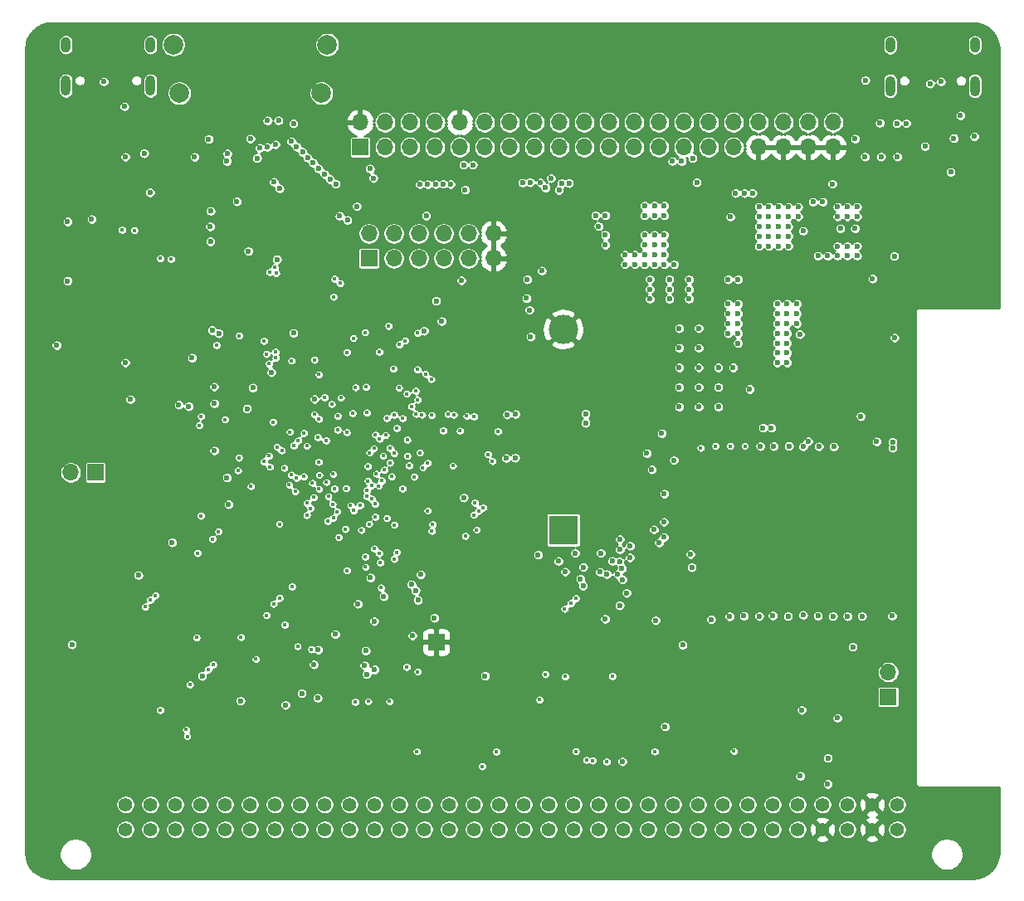
<source format=gbr>
%TF.GenerationSoftware,KiCad,Pcbnew,5.99.0+really5.1.10+dfsg1-1*%
%TF.CreationDate,2021-11-29T17:38:57+01:00*%
%TF.ProjectId,max80,6d617838-302e-46b6-9963-61645f706362,1.00*%
%TF.SameCoordinates,Original*%
%TF.FileFunction,Copper,L2,Inr*%
%TF.FilePolarity,Positive*%
%FSLAX46Y46*%
G04 Gerber Fmt 4.6, Leading zero omitted, Abs format (unit mm)*
G04 Created by KiCad (PCBNEW 5.99.0+really5.1.10+dfsg1-1) date 2021-11-29 17:38:57*
%MOMM*%
%LPD*%
G01*
G04 APERTURE LIST*
%TA.AperFunction,ComponentPad*%
%ADD10O,1.700000X1.700000*%
%TD*%
%TA.AperFunction,ComponentPad*%
%ADD11R,1.700000X1.700000*%
%TD*%
%TA.AperFunction,ComponentPad*%
%ADD12C,2.000000*%
%TD*%
%TA.AperFunction,ComponentPad*%
%ADD13C,1.422400*%
%TD*%
%TA.AperFunction,ComponentPad*%
%ADD14R,3.000000X3.000000*%
%TD*%
%TA.AperFunction,ComponentPad*%
%ADD15C,3.000000*%
%TD*%
%TA.AperFunction,ComponentPad*%
%ADD16O,1.000000X2.100000*%
%TD*%
%TA.AperFunction,ComponentPad*%
%ADD17O,1.000000X1.600000*%
%TD*%
%TA.AperFunction,ViaPad*%
%ADD18C,0.600000*%
%TD*%
%TA.AperFunction,ViaPad*%
%ADD19C,0.450000*%
%TD*%
%TA.AperFunction,Conductor*%
%ADD20C,0.254000*%
%TD*%
%TA.AperFunction,Conductor*%
%ADD21C,0.100000*%
%TD*%
G04 APERTURE END LIST*
D10*
%TO.N,Net-(J4-Pad40)*%
%TO.C,J4*%
X187710000Y-50960000D03*
%TO.N,GND*%
X187710000Y-53500000D03*
%TO.N,ESP32_TDI*%
X185170000Y-50960000D03*
%TO.N,GND*%
X185170000Y-53500000D03*
%TO.N,ESP32_TDO*%
X182630000Y-50960000D03*
%TO.N,GND*%
X182630000Y-53500000D03*
%TO.N,ESP32_TCK*%
X180090000Y-50960000D03*
%TO.N,GND*%
X180090000Y-53500000D03*
%TO.N,ESP32_TMS*%
X177550000Y-50960000D03*
%TO.N,+3V3*%
X177550000Y-53500000D03*
%TO.N,ESP32_IO0*%
X175010000Y-50960000D03*
%TO.N,ESP32_RXD*%
X175010000Y-53500000D03*
%TO.N,ESP32_EN*%
X172470000Y-50960000D03*
%TO.N,ESP32_TXD*%
X172470000Y-53500000D03*
%TO.N,ESP32_MISO*%
X169930000Y-50960000D03*
%TO.N,ESP32_CS0*%
X169930000Y-53500000D03*
%TO.N,ESP32_SCK*%
X167390000Y-50960000D03*
%TO.N,ESP32_CS1*%
X167390000Y-53500000D03*
%TO.N,ESP32_MOSI*%
X164850000Y-50960000D03*
%TO.N,ESP32_SCL*%
X164850000Y-53500000D03*
%TO.N,ESP32_SDA*%
X162310000Y-50960000D03*
%TO.N,ESP32_CS2*%
X162310000Y-53500000D03*
%TO.N,FPGA_GPIO5*%
X159770000Y-50960000D03*
%TO.N,FPGA_GPIO4*%
X159770000Y-53500000D03*
%TO.N,FPGA_GPIO3*%
X157230000Y-50960000D03*
%TO.N,FPGA_GPIO2*%
X157230000Y-53500000D03*
%TO.N,FPGA_GPIO1*%
X154690000Y-50960000D03*
%TO.N,FPGA_GPIO0*%
X154690000Y-53500000D03*
%TO.N,/FPGA_SDA*%
X152150000Y-50960000D03*
%TO.N,/FPGA_SCL*%
X152150000Y-53500000D03*
%TO.N,GND*%
X149610000Y-50960000D03*
%TO.N,FPGA_TDI*%
X149610000Y-53500000D03*
%TO.N,Net-(J4-Pad8)*%
X147070000Y-50960000D03*
%TO.N,FPGA_JTAGEN*%
X147070000Y-53500000D03*
%TO.N,Net-(J4-Pad6)*%
X144530000Y-50960000D03*
%TO.N,FPGA_TMS*%
X144530000Y-53500000D03*
%TO.N,+3V3*%
X141990000Y-50960000D03*
%TO.N,FPGA_TDO*%
X141990000Y-53500000D03*
%TO.N,GND*%
X139450000Y-50960000D03*
D11*
%TO.N,FPGA_TCK*%
X139450000Y-53500000D03*
%TD*%
D12*
%TO.N,Net-(J2-PadSH)*%
%TO.C,J2*%
X136100000Y-43050000D03*
X120400000Y-43050000D03*
X135500000Y-48000000D03*
X121000000Y-48000000D03*
%TD*%
D13*
%TO.N,/abc80bus/ABC_12V*%
%TO.C,X1*%
X115501100Y-120593600D03*
%TO.N,/abc80bus/ABC5V*%
X118041100Y-120593600D03*
%TO.N,Net-(X1-PadB30)*%
X120581100Y-120593600D03*
%TO.N,/abc80bus/A0*%
X123121100Y-120593600D03*
%TO.N,/abc80bus/A1*%
X125661100Y-120593600D03*
%TO.N,/abc80bus/A2*%
X128201100Y-120593600D03*
%TO.N,/abc80bus/A3*%
X130741100Y-120593600D03*
%TO.N,/abc80bus/A4*%
X133281100Y-120593600D03*
%TO.N,/abc80bus/A5*%
X135821100Y-120593600D03*
%TO.N,/abc80bus/A6*%
X138361100Y-120593600D03*
%TO.N,/abc80bus/A7*%
X140901100Y-120593600D03*
%TO.N,/abc80bus/A8*%
X143441100Y-120593600D03*
%TO.N,/abc80bus/A9*%
X145981100Y-120593600D03*
%TO.N,/abc80bus/A10*%
X148521100Y-120593600D03*
%TO.N,/abc80bus/A11*%
X151061100Y-120593600D03*
%TO.N,/abc80bus/A12*%
X153601100Y-120593600D03*
%TO.N,/abc80bus/A13*%
X156141100Y-120593600D03*
%TO.N,/abc80bus/A14*%
X158681100Y-120593600D03*
%TO.N,/abc80bus/A15*%
X161221100Y-120593600D03*
%TO.N,/abc80bus/~INT*%
X163761100Y-120593600D03*
%TO.N,Net-(X1-PadB12)*%
X166301100Y-120593600D03*
%TO.N,Net-(X1-PadB11)*%
X168841100Y-120593600D03*
%TO.N,Net-(X1-PadB10)*%
X171381100Y-120593600D03*
%TO.N,Net-(X1-PadB9)*%
X173921100Y-120593600D03*
%TO.N,Net-(X1-PadB8)*%
X176461100Y-120593600D03*
%TO.N,Net-(X1-PadB7)*%
X179001100Y-120593600D03*
%TO.N,Net-(X1-PadB6)*%
X181541100Y-120593600D03*
%TO.N,ABC_CLK_5*%
X184081100Y-120593600D03*
%TO.N,/abc80bus/~XMEMFL*%
X186621100Y-120593600D03*
%TO.N,/abc80bus/~XMEMW800*%
X189161100Y-120593600D03*
%TO.N,GND*%
X191701100Y-120593600D03*
%TO.N,/abc80bus/ABC_-12V*%
X194241100Y-120593600D03*
%TO.N,/abc80bus/ABC_12V*%
X115501100Y-123133600D03*
%TO.N,/abc80bus/ABC5V*%
X118041100Y-123133600D03*
%TO.N,/abc80bus/READY*%
X120581100Y-123133600D03*
%TO.N,Net-(X1-PadA29)*%
X123121100Y-123133600D03*
%TO.N,/abc80bus/~XM*%
X125661100Y-123133600D03*
%TO.N,/abc80bus/~XOUTSTB*%
X128201100Y-123133600D03*
%TO.N,/abc80bus/~XINPSTB*%
X130741100Y-123133600D03*
%TO.N,Net-(X1-PadA25)*%
X133281100Y-123133600D03*
%TO.N,/abc80bus/~NMI*%
X135821100Y-123133600D03*
%TO.N,/abc80bus/~CS*%
X138361100Y-123133600D03*
%TO.N,/abc80bus/~OUT*%
X140901100Y-123133600D03*
%TO.N,/abc80bus/~C1*%
X143441100Y-123133600D03*
%TO.N,/abc80bus/~C2*%
X145981100Y-123133600D03*
%TO.N,/abc80bus/~C3*%
X148521100Y-123133600D03*
%TO.N,/abc80bus/~C4*%
X151061100Y-123133600D03*
%TO.N,/abc80bus/~INP*%
X153601100Y-123133600D03*
%TO.N,/abc80bus/~STATUS*%
X156141100Y-123133600D03*
%TO.N,/abc80bus/~RST*%
X158681100Y-123133600D03*
%TO.N,Net-(X1-PadA14)*%
X161221100Y-123133600D03*
%TO.N,/abc80bus/D0*%
X163761100Y-123133600D03*
%TO.N,/abc80bus/D1*%
X166301100Y-123133600D03*
%TO.N,/abc80bus/D2*%
X168841100Y-123133600D03*
%TO.N,/abc80bus/D3*%
X171381100Y-123133600D03*
%TO.N,/abc80bus/D4*%
X173921100Y-123133600D03*
%TO.N,/abc80bus/D5*%
X176461100Y-123133600D03*
%TO.N,/abc80bus/D6*%
X179001100Y-123133600D03*
%TO.N,/abc80bus/D7*%
X181541100Y-123133600D03*
%TO.N,/abc80bus/~XMEMW80*%
X184081100Y-123133600D03*
%TO.N,GND*%
X186621100Y-123133600D03*
%TO.N,/abc80bus/~RESIN*%
X189161100Y-123133600D03*
%TO.N,GND*%
X191701100Y-123133600D03*
%TO.N,/abc80bus/ABC_-12V*%
X194241100Y-123133600D03*
%TD*%
D14*
%TO.N,Net-(BT1-Pad1)*%
%TO.C,BT1*%
X160170000Y-92570000D03*
D15*
%TO.N,GND*%
X160170000Y-72080000D03*
%TD*%
D10*
%TO.N,GND*%
%TO.C,J8*%
X153050000Y-62310000D03*
X153050000Y-64850000D03*
%TO.N,EXT_HF*%
X150510000Y-62310000D03*
%TO.N,EXT_HD*%
X150510000Y-64850000D03*
%TO.N,EXT_HH*%
X147970000Y-62310000D03*
%TO.N,EXT_HC*%
X147970000Y-64850000D03*
%TO.N,EXT_HG*%
X145430000Y-62310000D03*
%TO.N,EXT_HB*%
X145430000Y-64850000D03*
%TO.N,EXT_HE*%
X142890000Y-62310000D03*
%TO.N,EXT_HA*%
X142890000Y-64850000D03*
%TO.N,+3V3*%
X140350000Y-62310000D03*
D11*
X140350000Y-64850000D03*
%TD*%
%TO.N,GND*%
%TO.C,J6*%
X147220000Y-104020000D03*
%TD*%
D10*
%TO.N,/abc80bus/ABC_-12V*%
%TO.C,J7*%
X193320000Y-107080000D03*
D11*
%TO.N,/abc80bus/ABC_12V*%
X193320000Y-109620000D03*
%TD*%
D10*
%TO.N,Net-(D28-Pad2)*%
%TO.C,J1*%
X109905000Y-86695000D03*
D11*
%TO.N,/abc80bus/ABC5V*%
X112445000Y-86695000D03*
%TD*%
D16*
%TO.N,Net-(USB2-Pad13)*%
%TO.C,USB2*%
X202181100Y-47253600D03*
X193541100Y-47253600D03*
D17*
X202181100Y-43073600D03*
X193541100Y-43073600D03*
%TD*%
D16*
%TO.N,Net-(USB1-Pad13)*%
%TO.C,USB1*%
X118051100Y-47233600D03*
X109411100Y-47233600D03*
D17*
X118051100Y-43053600D03*
X109411100Y-43053600D03*
%TD*%
D18*
%TO.N,GND*%
X118490000Y-95430000D03*
D19*
X110200000Y-101710000D03*
X130080000Y-103980000D03*
X134260000Y-98190000D03*
X133420000Y-100570000D03*
X159720000Y-115750000D03*
X145280000Y-112810000D03*
X153340000Y-112730000D03*
X154460000Y-107450000D03*
X161490000Y-112710000D03*
X143490000Y-115760000D03*
X167780000Y-115720000D03*
X177560000Y-112820000D03*
X153700000Y-115750000D03*
X127220000Y-107330000D03*
D18*
X110480000Y-49280000D03*
D19*
X136141584Y-84795469D03*
X138802107Y-87517893D03*
X138080000Y-86870000D03*
X137390000Y-83490000D03*
D18*
X194820000Y-81020000D03*
X195150000Y-83860000D03*
X195290000Y-86770000D03*
X195180000Y-101400000D03*
X195580000Y-105330000D03*
X120050000Y-80050000D03*
X120050000Y-81310000D03*
X120070000Y-82540000D03*
D19*
X147738648Y-85362850D03*
X134901080Y-86506680D03*
D18*
X171308326Y-102156003D03*
X192180000Y-78460000D03*
X189800000Y-91370000D03*
X123460000Y-90480000D03*
X121240000Y-92580000D03*
D19*
X136964907Y-83184907D03*
X136442445Y-81128544D03*
X138468554Y-85221446D03*
X137570000Y-98350000D03*
D18*
X138501239Y-99451239D03*
D19*
X137144575Y-85351836D03*
X138178303Y-84316750D03*
X140362326Y-90316288D03*
X137255798Y-89089931D03*
X131330000Y-79850000D03*
X128063388Y-85600010D03*
X125611407Y-105140678D03*
D18*
X186260000Y-111690000D03*
D19*
X143650635Y-85714279D03*
X138681521Y-92063841D03*
X127710000Y-77150000D03*
X140289951Y-93165270D03*
D18*
X134245000Y-114494990D03*
D19*
X119651794Y-114001794D03*
D18*
X130620000Y-114494990D03*
D19*
X137235133Y-76515380D03*
X137870000Y-79990000D03*
X142901794Y-78601794D03*
D18*
X174920000Y-61320000D03*
X107654008Y-81266000D03*
X107576014Y-79995998D03*
X107604000Y-82536000D03*
X107633997Y-83806003D03*
D19*
X137489776Y-92060155D03*
D18*
X125878761Y-83621239D03*
D19*
X133536642Y-87952757D03*
X131284733Y-87155522D03*
X161750000Y-108770000D03*
X169840000Y-108740000D03*
X137510000Y-108770000D03*
X177790000Y-112210000D03*
D18*
X182570000Y-111700000D03*
D19*
X134780000Y-74270000D03*
D18*
X134957966Y-110453578D03*
D19*
X169510000Y-112860000D03*
X149859236Y-88050775D03*
X150695295Y-88534108D03*
X142876823Y-87733721D03*
X138810000Y-94670000D03*
D18*
X180900000Y-68150000D03*
X183800000Y-68150000D03*
X188100000Y-76800000D03*
X188250000Y-74900000D03*
D19*
X139799999Y-78899999D03*
D18*
X123000000Y-58700000D03*
X112400000Y-53500000D03*
X112600000Y-42400000D03*
X125100000Y-43600000D03*
X120860010Y-61600000D03*
X120900000Y-60050000D03*
X174620000Y-64499996D03*
X174750000Y-62750000D03*
X113721100Y-54000000D03*
X186000000Y-80000000D03*
X176300000Y-58200010D03*
X164800000Y-57450074D03*
X127100000Y-114700000D03*
D19*
X130613227Y-77825011D03*
D18*
X131534984Y-51447990D03*
X119999996Y-78780000D03*
X119999999Y-83760000D03*
D19*
X132400000Y-85250000D03*
D18*
X115708378Y-58291622D03*
X143609979Y-97371212D03*
D19*
X145768216Y-108731169D03*
X140083453Y-82049266D03*
X143026059Y-83453467D03*
D18*
X113250000Y-58149998D03*
X127925032Y-64970000D03*
D19*
X109500000Y-54200000D03*
X134996286Y-77477739D03*
D18*
X192150000Y-65700000D03*
D19*
X186500000Y-66950000D03*
X177300000Y-59300000D03*
D18*
X191571106Y-80971106D03*
D19*
X134153575Y-83132463D03*
X134586271Y-83466743D03*
D18*
X127175000Y-71100000D03*
D19*
X144940680Y-83972276D03*
X132606051Y-81144454D03*
D18*
X131375000Y-91050000D03*
X131801232Y-93051232D03*
X128442081Y-80767692D03*
D19*
X147450000Y-80775000D03*
D18*
X128675000Y-50725010D03*
X124000000Y-50725010D03*
X125500000Y-50725010D03*
X126975010Y-50725010D03*
X193925000Y-68475000D03*
X190242017Y-66707903D03*
X193550000Y-48825000D03*
X200575000Y-49500000D03*
X116775000Y-49875000D03*
X196725010Y-55767252D03*
X196897942Y-54153813D03*
X191725000Y-56175000D03*
X193425000Y-56175000D03*
X120850000Y-63099996D03*
X140346892Y-73539370D03*
D19*
X193850000Y-58250000D03*
X110524990Y-72611080D03*
D18*
X175866232Y-115824979D03*
X110200000Y-46150002D03*
D19*
X136000000Y-90300000D03*
D18*
%TO.N,+5V*%
X139104993Y-59545007D03*
X187625000Y-57250000D03*
X126875000Y-59050000D03*
X173800000Y-57100000D03*
X199700000Y-56050000D03*
X191725000Y-66925000D03*
X109600000Y-67150000D03*
%TO.N,Net-(U9-Pad4)*%
X113291567Y-46816026D03*
X115396162Y-49363973D03*
%TO.N,Net-(BT1-Pad1)*%
X116000000Y-79250000D03*
X161920115Y-97556251D03*
D19*
%TO.N,/A2*%
X126979266Y-86508412D03*
X130164059Y-85000651D03*
%TO.N,/IO3*%
X122860000Y-94940000D03*
X132208411Y-87958538D03*
%TO.N,/A11*%
X122070000Y-108350000D03*
X134036673Y-89824917D03*
%TO.N,/IO9*%
X127288181Y-103508181D03*
X136194999Y-89145001D03*
%TO.N,/A6*%
X134406699Y-90351978D03*
X134005118Y-91059089D03*
%TO.N,/A5*%
X134712232Y-89243292D03*
X131200010Y-91968206D03*
D18*
%TO.N,/A10*%
X125853113Y-87219963D03*
D19*
X129635000Y-85600010D03*
%TO.N,/IO12*%
X129896767Y-101275743D03*
X136628747Y-89925432D03*
%TO.N,/IO13*%
X137117895Y-90704173D03*
X130618170Y-100116753D03*
%TO.N,/IO14*%
X131222779Y-99512142D03*
X136139194Y-91668640D03*
%TO.N,/IO15*%
X132500076Y-98351794D03*
X136705380Y-91344475D03*
%TO.N,/IO1*%
X125000000Y-92720000D03*
X132427814Y-86946245D03*
%TO.N,/IO2*%
X124380000Y-93490000D03*
X132940736Y-87257578D03*
D18*
%TO.N,/32KHZ*%
X162197171Y-98261514D03*
D19*
X130950000Y-84100000D03*
D18*
X170476397Y-88873603D03*
X121950000Y-79950000D03*
X115500000Y-75500000D03*
X161388345Y-94924979D03*
D19*
%TO.N,/SD_DAT3*%
X130570000Y-81560000D03*
D18*
%TO.N,/SD_CMD*%
X125024968Y-72505256D03*
%TO.N,/SD_CLK*%
X124346680Y-72185188D03*
D19*
%TO.N,/SD_DAT0*%
X124789392Y-73710608D03*
%TO.N,FPGA_TDI*%
X140644523Y-89401426D03*
D18*
X145341251Y-99722174D03*
D19*
X143190000Y-94850000D03*
D18*
X169951250Y-93870147D03*
X160352729Y-96837408D03*
D19*
%TO.N,FPGA_TMS*%
X140648950Y-88004654D03*
D18*
X159690000Y-95744979D03*
X169426240Y-92523760D03*
X150950000Y-55300000D03*
%TO.N,FPGA_TDO*%
X150000000Y-55299990D03*
D19*
X141356850Y-88066996D03*
D18*
X170450000Y-91750000D03*
X157600000Y-95100000D03*
D19*
%TO.N,FPGA_TCK*%
X140971786Y-89904331D03*
X142930000Y-95520000D03*
D18*
X150150000Y-57850000D03*
X156500000Y-67000000D03*
X157982065Y-66114025D03*
X170450004Y-93310000D03*
X162214475Y-96362109D03*
X145550000Y-57300000D03*
D19*
%TO.N,ABC_CLK_5*%
X164600000Y-116230000D03*
D18*
%TO.N,/FPGA_SCL*%
X127909101Y-80190899D03*
X183200000Y-84000000D03*
X162450000Y-81650000D03*
X138150000Y-60950000D03*
X124550000Y-77950000D03*
X140450000Y-55700000D03*
%TO.N,/FPGA_SDA*%
X140800000Y-56674998D03*
X184647010Y-84057720D03*
D19*
X125674990Y-81300010D03*
D18*
X162452626Y-80710149D03*
X137350000Y-60524990D03*
D19*
%TO.N,FPGA_SPI_CLK*%
X175700000Y-84000000D03*
X144253122Y-83372254D03*
%TO.N,FGPA_SPI_CS_ESP32*%
X142041574Y-82884959D03*
X177200000Y-84000000D03*
%TO.N,INT_ESP32*%
X143197506Y-82172232D03*
X178700000Y-84000000D03*
D18*
%TO.N,ESP32_TDO*%
X183110000Y-101370000D03*
X165922013Y-95793503D03*
X160758743Y-57175065D03*
%TO.N,ESP32_TCK*%
X181550000Y-101310000D03*
X166163155Y-96504010D03*
X172258610Y-54949968D03*
%TO.N,ESP32_TMS*%
X166980008Y-95389557D03*
X186150000Y-101350000D03*
%TO.N,ESP32_IO0*%
X170224075Y-82715925D03*
D19*
X140850000Y-84249999D03*
D18*
%TO.N,ESP32_RXD*%
X173376116Y-54623874D03*
X189171100Y-101371098D03*
X166987004Y-94187371D03*
%TO.N,ESP32_TXD*%
X187690000Y-101370000D03*
X165954321Y-94573144D03*
%TO.N,ESP32_EN*%
X193720000Y-101350000D03*
X165950052Y-93521789D03*
X171300000Y-54949968D03*
%TO.N,/ESP32/USB_D-*%
X173140000Y-95050000D03*
X197075000Y-53425000D03*
%TO.N,/ESP32/USB_D+*%
X200010000Y-52590000D03*
X173290000Y-96380000D03*
%TO.N,ESP32_TDI*%
X165173909Y-95740038D03*
X160008730Y-57175065D03*
X184650000Y-101250000D03*
%TO.N,Net-(U15-Pad6)*%
X197600000Y-47025000D03*
X198705787Y-46812825D03*
%TO.N,Net-(D1-Pad2)*%
X177757381Y-58200010D03*
X185174977Y-83525021D03*
X194200000Y-51075000D03*
%TO.N,Net-(D1-Pad1)*%
X194250000Y-54475000D03*
%TO.N,ESP32_SCL*%
X166636321Y-99001308D03*
X165928765Y-100271243D03*
%TO.N,ESP32_SDA*%
X156025010Y-57150000D03*
%TO.N,ESP32_CS2*%
X156772681Y-57090786D03*
%TO.N,ESP32_CS0*%
X165692384Y-97087871D03*
X159738016Y-57874504D03*
X180171099Y-101371101D03*
%TO.N,ESP32_MISO*%
X178610000Y-101350000D03*
X166210412Y-97630241D03*
%TO.N,ESP32_SCK*%
X177150000Y-101400000D03*
X158357358Y-57644281D03*
X164620591Y-97095954D03*
%TO.N,ESP32_MOSI*%
X175254525Y-101695032D03*
X157822692Y-57118306D03*
X163907999Y-96862008D03*
%TO.N,ESP32_CS1*%
X158912995Y-56679482D03*
X190660000Y-101360000D03*
X164004276Y-94935313D03*
D19*
%TO.N,/abc80bus/~XINPSTB*%
X163160000Y-116100000D03*
%TO.N,/abc80bus/~XOUTSTB*%
X162530000Y-116040000D03*
X151899998Y-116700000D03*
%TO.N,AD0*%
X138950000Y-110120000D03*
X136010000Y-87700000D03*
X119050000Y-110950000D03*
X122750000Y-103550000D03*
%TO.N,AD1*%
X145318206Y-107031794D03*
X145110362Y-78383162D03*
X148992095Y-80826391D03*
X160313333Y-100618333D03*
%TO.N,AD2*%
X140265000Y-110064998D03*
X133133682Y-83433680D03*
X123050000Y-81900000D03*
X121700000Y-112950000D03*
%TO.N,AD4*%
X140111177Y-89126550D03*
X141389955Y-94950118D03*
%TO.N,AD5*%
X140350359Y-91966207D03*
X141500034Y-95900000D03*
%TO.N,AD6*%
X123225000Y-80975000D03*
X121800000Y-113650000D03*
X142450000Y-110064999D03*
X133719566Y-82698454D03*
%TO.N,/FPGA_LED1*%
X137409976Y-67399929D03*
X130865701Y-66379289D03*
%TO.N,/FPGA_LED2*%
X136850000Y-66950000D03*
X130748183Y-65790898D03*
%TO.N,/FPGA_LED3*%
X136729957Y-68780000D03*
X130200004Y-66250000D03*
D18*
%TO.N,Net-(D17-Pad2)*%
X124170000Y-63130000D03*
%TO.N,Net-(D23-Pad2)*%
X124195000Y-60030000D03*
%TO.N,FPGA_GPIO3*%
X148691601Y-57282754D03*
D19*
%TO.N,FPGA_GPIO2*%
X144682224Y-79958279D03*
X148397015Y-80749615D03*
D18*
X147916369Y-57250000D03*
%TO.N,FPGA_GPIO1*%
X146350000Y-57300000D03*
D19*
%TO.N,FPGA_GPIO0*%
X140416039Y-84679989D03*
X145322725Y-79283174D03*
D18*
X147150000Y-57300000D03*
D19*
%TO.N,FPGA_GPIO5*%
X145159337Y-80755540D03*
X143785779Y-81179252D03*
%TO.N,FPGA_GPIO4*%
X145756972Y-80808893D03*
X146755461Y-80849968D03*
%TO.N,/DQMH*%
X135260000Y-88390000D03*
X124446042Y-106306042D03*
%TO.N,/CLK*%
X123946041Y-106806041D03*
X137942236Y-92473309D03*
%TO.N,/DQML*%
X118580000Y-99250000D03*
X133699592Y-87121972D03*
D18*
%TO.N,Net-(D28-Pad2)*%
X112050000Y-60850000D03*
D19*
%TO.N,/WE#*%
X118030000Y-99720000D03*
X135274831Y-86976067D03*
%TO.N,/CAS#*%
X117500000Y-100410000D03*
X134569552Y-87778034D03*
%TO.N,/CS#*%
X128309796Y-88119990D03*
X131700000Y-86249998D03*
D18*
%TO.N,+3V3*%
X179200000Y-78200000D03*
D19*
X123190000Y-91130000D03*
X131770000Y-102250000D03*
X145240000Y-115180000D03*
X153360000Y-115200000D03*
X161450000Y-115160000D03*
X177580000Y-115140000D03*
X169510000Y-115180000D03*
X128820000Y-105750000D03*
D18*
X139220000Y-100120000D03*
X193771100Y-83588900D03*
X193771100Y-84198900D03*
D19*
X138100000Y-96700000D03*
D18*
X126030000Y-89960000D03*
D19*
X127080000Y-85190000D03*
X138090000Y-74440000D03*
X141000000Y-91230000D03*
X139565665Y-92580584D03*
X138792915Y-90580795D03*
X135124019Y-83114712D03*
X127110000Y-72740000D03*
D18*
X127245000Y-109995000D03*
X144685354Y-98125601D03*
X132649989Y-72470000D03*
D19*
X142184883Y-81159600D03*
X130247607Y-86137607D03*
X132818306Y-88651067D03*
D18*
X118010000Y-58130000D03*
X120270000Y-93840000D03*
X146196004Y-60500000D03*
X133495992Y-109236000D03*
X135113451Y-109719860D03*
X144790000Y-103350000D03*
X147020000Y-101540000D03*
D19*
X137273528Y-93313528D03*
D18*
X145100778Y-98739224D03*
D19*
X138981952Y-78015634D03*
D18*
X134724930Y-106296254D03*
X116825010Y-97200000D03*
X182000000Y-69500000D03*
X183000000Y-69500000D03*
X184000000Y-69500000D03*
X184000000Y-70500000D03*
X183000000Y-70500000D03*
X183000000Y-70500000D03*
X182000000Y-70500000D03*
X182000000Y-71500000D03*
X183000000Y-71500000D03*
X184000000Y-71500000D03*
X182000000Y-72500000D03*
X183000000Y-72500000D03*
X177000000Y-69500000D03*
X178000000Y-69500000D03*
X178000000Y-70500000D03*
X177000000Y-70500000D03*
X177000000Y-71500000D03*
X178000000Y-71500000D03*
X177000000Y-72500000D03*
X178000000Y-72500000D03*
X178000000Y-73500000D03*
X182000000Y-73500000D03*
X183000000Y-73500000D03*
X184300000Y-72600000D03*
X183000000Y-74500000D03*
X182000000Y-74500000D03*
X182000000Y-75500000D03*
X183000000Y-75500000D03*
X149790024Y-67109489D03*
X120943828Y-79794302D03*
X131831261Y-110431261D03*
X130400000Y-76500000D03*
X117413734Y-54128744D03*
X172000000Y-72000000D03*
X174000000Y-72000000D03*
X172000000Y-74000000D03*
X174000000Y-74000000D03*
X176000000Y-76000000D03*
X174000000Y-76000000D03*
X172000000Y-76000000D03*
X172000000Y-78000000D03*
X174000000Y-78000000D03*
X176000000Y-78000000D03*
X176000000Y-80000000D03*
X174000000Y-80000000D03*
X172000000Y-80000000D03*
X177000000Y-67000000D03*
X178000000Y-67000000D03*
X177500000Y-76000000D03*
X123325390Y-107474524D03*
D19*
X132285378Y-82573814D03*
X131451772Y-84463717D03*
D18*
X122300000Y-75000000D03*
X128500000Y-78050000D03*
D19*
X141586697Y-98458461D03*
X148899879Y-86012050D03*
D18*
X128036239Y-64106239D03*
X110043011Y-104253000D03*
X190521103Y-80971103D03*
X192150000Y-83550000D03*
D19*
X129625000Y-73275000D03*
X145527204Y-84688166D03*
X144966343Y-87137108D03*
D18*
X191000000Y-46675000D03*
X108489856Y-73719825D03*
X169200000Y-86400000D03*
X169600002Y-101800000D03*
X172350000Y-104300000D03*
X189714995Y-104500005D03*
D19*
%TO.N,+2V5*%
X138474160Y-90072455D03*
D18*
X177220000Y-60620000D03*
X124570000Y-79670000D03*
X124570000Y-84470000D03*
X184650000Y-62060000D03*
D19*
X141916567Y-86436351D03*
D18*
X181150000Y-62600000D03*
X183150000Y-61600000D03*
X181150000Y-61600000D03*
X181150000Y-60600000D03*
X183150000Y-60600000D03*
X183150000Y-59600000D03*
X181150000Y-59600000D03*
X190150000Y-64600000D03*
X189150000Y-64600000D03*
X188150000Y-64600000D03*
X187150000Y-64600000D03*
X186150000Y-64600000D03*
X188150000Y-63600000D03*
X189150000Y-63600000D03*
X190150000Y-63600000D03*
X190150000Y-60600000D03*
X189150000Y-60600000D03*
X188150000Y-60600000D03*
X188150000Y-59600000D03*
X189150000Y-59600000D03*
X190150000Y-59600000D03*
X182150000Y-61600000D03*
X182150000Y-60600000D03*
X182150000Y-59600000D03*
X184150000Y-60600000D03*
X184150000Y-59600000D03*
X185650000Y-59100000D03*
X186650000Y-59100000D03*
X183150000Y-62600000D03*
X182150000Y-62600000D03*
X183150000Y-63600000D03*
X182150000Y-63600000D03*
X181150000Y-63600000D03*
X180150000Y-63600000D03*
X180150000Y-62600000D03*
X180150000Y-61600000D03*
X180150000Y-60600000D03*
X180150000Y-59600000D03*
X189940000Y-61810000D03*
X188440000Y-61810000D03*
D19*
X134005118Y-83988018D03*
D18*
X155300002Y-80750000D03*
X155270000Y-85200000D03*
D19*
X137154920Y-80930577D03*
X136538948Y-79730240D03*
X134759190Y-80773147D03*
D18*
X156850000Y-72850000D03*
X156725076Y-70119989D03*
D19*
%TO.N,+1V2*%
X135960000Y-83450000D03*
X135220000Y-85630000D03*
X136700000Y-86860000D03*
X138010000Y-88320000D03*
X140238122Y-87567349D03*
X144440000Y-86000000D03*
X136828442Y-88367093D03*
X138077597Y-82614103D03*
X137153393Y-82347004D03*
X138670373Y-80667568D03*
D18*
X163770000Y-61570000D03*
X168470000Y-59470000D03*
X169470000Y-59470000D03*
X170470000Y-59470000D03*
X168470000Y-60470000D03*
X169470000Y-60470000D03*
X170470000Y-60470000D03*
X168470000Y-62470000D03*
X169470000Y-62470000D03*
X170470000Y-62470000D03*
X170470000Y-63470000D03*
X169470000Y-63470000D03*
X168470000Y-63470000D03*
X168470000Y-64470000D03*
X169470000Y-64470000D03*
X170470000Y-64470000D03*
X170470000Y-65470000D03*
X171470000Y-65470000D03*
X169470000Y-65470000D03*
X168470000Y-65470000D03*
X167470000Y-65470000D03*
X167470000Y-64470000D03*
X166470000Y-64470000D03*
X164470000Y-63470000D03*
X163470000Y-60470000D03*
X164470000Y-60470000D03*
X164470000Y-62470000D03*
X166470000Y-65470000D03*
X147770000Y-71270000D03*
D19*
X142490402Y-85707758D03*
X140239990Y-86070010D03*
D18*
X147200000Y-69199979D03*
X169000000Y-67000000D03*
X171000000Y-67000000D03*
X173000000Y-67000000D03*
X173000000Y-68000000D03*
X171000000Y-68000000D03*
X169000000Y-68000000D03*
X169000000Y-69000000D03*
X171000000Y-69000000D03*
X173000000Y-69000000D03*
X154350000Y-85249999D03*
X154449999Y-80800000D03*
D19*
%TO.N,Net-(R13-Pad1)*%
X139450000Y-90040000D03*
X140000000Y-96350000D03*
D18*
%TO.N,Net-(R37-Pad2)*%
X145621892Y-97118913D03*
D19*
X140149047Y-88527734D03*
%TO.N,DATA0*%
X142184871Y-91364614D03*
D18*
X141850000Y-99350000D03*
D19*
%TO.N,~C2_ABC_3V3*%
X141100000Y-86850000D03*
X146767485Y-92682517D03*
%TO.N,AD10*%
X142650102Y-87123853D03*
X146849820Y-91996893D03*
%TO.N,~C3_ABC_3V3*%
X146343207Y-90606795D03*
X143766884Y-88343577D03*
%TO.N,AD13*%
X138750000Y-73000000D03*
X143450000Y-73650000D03*
X158350000Y-107300000D03*
X151050000Y-81000000D03*
X160935494Y-100058703D03*
X139950000Y-72400000D03*
%TO.N,DLCK*%
X134475000Y-104750000D03*
X142942943Y-92057974D03*
%TO.N,ASD0*%
X133060000Y-104440000D03*
X139972809Y-95297585D03*
D18*
%TO.N,nCE0*%
X140880000Y-101890000D03*
D19*
X140877223Y-94475306D03*
%TO.N,~STATUS_ABC_3V3*%
X141004700Y-82854698D03*
X153500000Y-82500000D03*
X157750000Y-109900000D03*
X161450000Y-99550000D03*
%TO.N,DD0*%
X146344084Y-85737846D03*
X151522618Y-90660217D03*
%TO.N,DD1*%
X151999134Y-90295599D03*
X142910185Y-84750022D03*
%TO.N,DD2*%
X144254569Y-85015797D03*
X151151641Y-89787731D03*
%TO.N,~XOUTSTB_ABC_3V3*%
X150180456Y-93176330D03*
X141783299Y-85000652D03*
%TO.N,~XMEMFL_ABC_3V3*%
X145843206Y-86216794D03*
X151049953Y-91029815D03*
%TO.N,~XINPSTB_ABC_3V3*%
X142836068Y-76118962D03*
X151340000Y-92550492D03*
X152950000Y-85550000D03*
X150319070Y-80940366D03*
%TO.N,ABC_CLK_3V3*%
X165180000Y-107500000D03*
X149631442Y-82450000D03*
X147925000Y-82425000D03*
D18*
X164450000Y-101650000D03*
D19*
%TO.N,FPGA_SPI_MOSI*%
X174200000Y-84200000D03*
X141431884Y-83286237D03*
D18*
%TO.N,FPGA_SPI_MISO*%
X171460940Y-85442551D03*
D19*
X142473097Y-84202924D03*
%TO.N,CLK0n*%
X134782472Y-75209060D03*
X129899977Y-74611683D03*
D18*
%TO.N,HDMI_CK-*%
X129975000Y-53500000D03*
X132425137Y-52914242D03*
%TO.N,HDMI_D0+*%
X128929200Y-54633069D03*
X134100020Y-54599999D03*
%TO.N,HDMI_D1-*%
X125900000Y-54150000D03*
X134642843Y-55117552D03*
%TO.N,HDMI_D2+*%
X122550000Y-54500000D03*
X136380638Y-56781456D03*
%TO.N,HDMI_CK+*%
X129201616Y-53583454D03*
X132950000Y-53450000D03*
%TO.N,HDMI_D0-*%
X128250000Y-52642478D03*
X133575010Y-54004512D03*
%TO.N,HDMI_D1+*%
X125850000Y-54950000D03*
X135200000Y-55699998D03*
%TO.N,HDMI_D2-*%
X123999999Y-52675000D03*
X135825979Y-56275979D03*
D19*
%TO.N,HDMI_SDA*%
X135243368Y-76707438D03*
D18*
X131125010Y-50791800D03*
X129994990Y-50785158D03*
D19*
X132450000Y-75300000D03*
D18*
%TO.N,HDMI_HPD*%
X130650000Y-57050000D03*
X136959351Y-57258540D03*
%TO.N,FPGA_JTAGEN*%
X130959998Y-64949998D03*
D19*
X141651607Y-87543841D03*
D18*
X131233895Y-57733895D03*
D19*
X152489650Y-84850340D03*
D18*
X156425065Y-68925972D03*
%TO.N,FLASH_CS#*%
X150018318Y-89270551D03*
X168700000Y-84750000D03*
%TO.N,/abc80bus/~INT*%
X184350000Y-117674979D03*
%TO.N,/abc80bus/~XMEMW800*%
X166200000Y-116200000D03*
%TO.N,/abc80bus/~XMEMW80*%
X187170000Y-115844990D03*
X170545000Y-112620000D03*
X187149996Y-118500000D03*
%TO.N,INT_ABC_3V3*%
X140114495Y-107295863D03*
X184499999Y-110949999D03*
%TO.N,INT800_ABC_3V3*%
X140917981Y-106820153D03*
X188139998Y-111760002D03*
%TO.N,XM_ABC_3V3*%
X140021669Y-104899977D03*
X135171239Y-104796239D03*
%TO.N,AD16*%
X152180000Y-107460000D03*
D19*
X160370000Y-107530000D03*
D18*
X136913761Y-103216240D03*
X140505010Y-97435986D03*
X139900000Y-106400000D03*
D19*
X144200000Y-106550000D03*
%TO.N,EXT_HB*%
X143407355Y-78070008D03*
X145300000Y-76200000D03*
X140125884Y-80601926D03*
X144050000Y-73250000D03*
%TO.N,EXT_HE*%
X140048416Y-77976546D03*
X141400000Y-74400000D03*
D18*
%TO.N,EXT_HC*%
X145973815Y-72250002D03*
D19*
X146700000Y-77200000D03*
%TO.N,EXT_HA*%
X142351274Y-71751274D03*
X137469999Y-79070000D03*
%TO.N,EXT_HH*%
X145307504Y-72477413D03*
X146100000Y-76650000D03*
X142909124Y-80820152D03*
X144216698Y-78667652D03*
D18*
%TO.N,Net-(J2-Pad19)*%
X132650000Y-51100000D03*
X130825126Y-53228579D03*
%TO.N,/~SD_DETECT*%
X115500000Y-54500000D03*
X134802372Y-79213754D03*
D19*
X130843305Y-75008107D03*
%TO.N,Net-(U13-PadF13)*%
X132675986Y-83957200D03*
%TO.N,/FPGA_USB_DS_DP*%
X135820908Y-79038267D03*
X120150000Y-64925000D03*
X119049988Y-64850000D03*
X130800000Y-74400000D03*
%TO.N,Net-(R8-Pad2)*%
X115150000Y-61950000D03*
X116400000Y-62000000D03*
%TO.N,/FPGA_USB_DS_DN*%
X135250000Y-81250000D03*
X130150000Y-75600000D03*
D18*
%TO.N,USB_PWR_EN*%
X181650000Y-84025000D03*
X193947698Y-64620720D03*
X181391942Y-82140272D03*
X193975010Y-72950000D03*
%TO.N,~USB_PWR_SINK*%
X195175000Y-51075000D03*
X200700763Y-50273292D03*
X180550000Y-82150000D03*
X180275000Y-84025000D03*
%TO.N,+5VA*%
X202110011Y-52414989D03*
X109600000Y-61100000D03*
%TO.N,Net-(D13-Pad2)*%
X178650946Y-58200010D03*
X186250000Y-84050031D03*
X192475000Y-51050000D03*
%TO.N,Net-(D13-Pad1)*%
X192600000Y-54475002D03*
%TO.N,Net-(D12-Pad2)*%
X179475000Y-58200010D03*
X187771098Y-84071098D03*
X189950000Y-52650000D03*
%TO.N,Net-(D12-Pad1)*%
X190950000Y-54475004D03*
%TO.N,Net-(D10-Pad2)*%
X124150000Y-61600000D03*
%TD*%
D20*
%TO.N,GND*%
X202485103Y-40877687D02*
X202979527Y-41026961D01*
X203435549Y-41269432D01*
X203835780Y-41595852D01*
X204164994Y-41993803D01*
X204410637Y-42448113D01*
X204563362Y-42941485D01*
X204619091Y-43471717D01*
X204619101Y-43474540D01*
X204619100Y-69868000D01*
X196487277Y-69868000D01*
X196469990Y-69866298D01*
X196452711Y-69868000D01*
X196452708Y-69868000D01*
X196400996Y-69873093D01*
X196400991Y-69873095D01*
X196400987Y-69873095D01*
X196376763Y-69880444D01*
X196334644Y-69893221D01*
X196334639Y-69893224D01*
X196334635Y-69893225D01*
X196315077Y-69903680D01*
X196273493Y-69925907D01*
X196273487Y-69925912D01*
X196273485Y-69925913D01*
X196262742Y-69934730D01*
X196219894Y-69969894D01*
X196175907Y-70023493D01*
X196143221Y-70084644D01*
X196123093Y-70150996D01*
X196116297Y-70220000D01*
X196118001Y-70237302D01*
X196119100Y-108452737D01*
X196119099Y-108452747D01*
X196119100Y-108465151D01*
X196119101Y-108487302D01*
X196119103Y-108487320D01*
X196120198Y-118456327D01*
X196118497Y-118473600D01*
X196120202Y-118490912D01*
X196120202Y-118490930D01*
X196121706Y-118506179D01*
X196125293Y-118542604D01*
X196125299Y-118542625D01*
X196125301Y-118542642D01*
X196134280Y-118572229D01*
X196145421Y-118608956D01*
X196145431Y-118608975D01*
X196145436Y-118608991D01*
X196159526Y-118635345D01*
X196178107Y-118670107D01*
X196178121Y-118670124D01*
X196178129Y-118670139D01*
X196196684Y-118692744D01*
X196222094Y-118723706D01*
X196222112Y-118723721D01*
X196222122Y-118723733D01*
X196243457Y-118741238D01*
X196275693Y-118767693D01*
X196275714Y-118767704D01*
X196275726Y-118767714D01*
X196299617Y-118780480D01*
X196336844Y-118800379D01*
X196336867Y-118800386D01*
X196336880Y-118800393D01*
X196362712Y-118808226D01*
X196403196Y-118820507D01*
X196403220Y-118820509D01*
X196403235Y-118820514D01*
X196430646Y-118823211D01*
X196454908Y-118825600D01*
X196454936Y-118825600D01*
X196472238Y-118827302D01*
X196489502Y-118825600D01*
X204619100Y-118825600D01*
X204619101Y-125456375D01*
X204567013Y-125987602D01*
X204417737Y-126482031D01*
X204175268Y-126938048D01*
X203848848Y-127338280D01*
X203450896Y-127667494D01*
X202996590Y-127913136D01*
X202503215Y-128065862D01*
X201972983Y-128121591D01*
X201970447Y-128121600D01*
X107988315Y-128121600D01*
X107457098Y-128069513D01*
X106962669Y-127920237D01*
X106506652Y-127677768D01*
X106106420Y-127351348D01*
X105777206Y-126953396D01*
X105531564Y-126499090D01*
X105378838Y-126005715D01*
X105326603Y-125508725D01*
X108747100Y-125508725D01*
X108747100Y-125838475D01*
X108811431Y-126161888D01*
X108937620Y-126466536D01*
X109120819Y-126740713D01*
X109353987Y-126973881D01*
X109628164Y-127157080D01*
X109932812Y-127283269D01*
X110256225Y-127347600D01*
X110585975Y-127347600D01*
X110909388Y-127283269D01*
X111214036Y-127157080D01*
X111488213Y-126973881D01*
X111721381Y-126740713D01*
X111904580Y-126466536D01*
X112030769Y-126161888D01*
X112095100Y-125838475D01*
X112095100Y-125508725D01*
X197647100Y-125508725D01*
X197647100Y-125838475D01*
X197711431Y-126161888D01*
X197837620Y-126466536D01*
X198020819Y-126740713D01*
X198253987Y-126973881D01*
X198528164Y-127157080D01*
X198832812Y-127283269D01*
X199156225Y-127347600D01*
X199485975Y-127347600D01*
X199809388Y-127283269D01*
X200114036Y-127157080D01*
X200388213Y-126973881D01*
X200621381Y-126740713D01*
X200804580Y-126466536D01*
X200930769Y-126161888D01*
X200995100Y-125838475D01*
X200995100Y-125508725D01*
X200930769Y-125185312D01*
X200804580Y-124880664D01*
X200621381Y-124606487D01*
X200388213Y-124373319D01*
X200114036Y-124190120D01*
X199809388Y-124063931D01*
X199485975Y-123999600D01*
X199156225Y-123999600D01*
X198832812Y-124063931D01*
X198528164Y-124190120D01*
X198253987Y-124373319D01*
X198020819Y-124606487D01*
X197837620Y-124880664D01*
X197711431Y-125185312D01*
X197647100Y-125508725D01*
X112095100Y-125508725D01*
X112030769Y-125185312D01*
X111904580Y-124880664D01*
X111721381Y-124606487D01*
X111488213Y-124373319D01*
X111214036Y-124190120D01*
X110909388Y-124063931D01*
X110585975Y-123999600D01*
X110256225Y-123999600D01*
X109932812Y-124063931D01*
X109628164Y-124190120D01*
X109353987Y-124373319D01*
X109120819Y-124606487D01*
X108937620Y-124880664D01*
X108811431Y-125185312D01*
X108747100Y-125508725D01*
X105326603Y-125508725D01*
X105323109Y-125475483D01*
X105323100Y-125472947D01*
X105323100Y-123036271D01*
X114512900Y-123036271D01*
X114512900Y-123230929D01*
X114550876Y-123421847D01*
X114625369Y-123601688D01*
X114733515Y-123763540D01*
X114871160Y-123901185D01*
X115033012Y-124009331D01*
X115212853Y-124083824D01*
X115403771Y-124121800D01*
X115598429Y-124121800D01*
X115789347Y-124083824D01*
X115969188Y-124009331D01*
X116131040Y-123901185D01*
X116268685Y-123763540D01*
X116376831Y-123601688D01*
X116451324Y-123421847D01*
X116489300Y-123230929D01*
X116489300Y-123036271D01*
X117052900Y-123036271D01*
X117052900Y-123230929D01*
X117090876Y-123421847D01*
X117165369Y-123601688D01*
X117273515Y-123763540D01*
X117411160Y-123901185D01*
X117573012Y-124009331D01*
X117752853Y-124083824D01*
X117943771Y-124121800D01*
X118138429Y-124121800D01*
X118329347Y-124083824D01*
X118509188Y-124009331D01*
X118671040Y-123901185D01*
X118808685Y-123763540D01*
X118916831Y-123601688D01*
X118991324Y-123421847D01*
X119029300Y-123230929D01*
X119029300Y-123036271D01*
X119592900Y-123036271D01*
X119592900Y-123230929D01*
X119630876Y-123421847D01*
X119705369Y-123601688D01*
X119813515Y-123763540D01*
X119951160Y-123901185D01*
X120113012Y-124009331D01*
X120292853Y-124083824D01*
X120483771Y-124121800D01*
X120678429Y-124121800D01*
X120869347Y-124083824D01*
X121049188Y-124009331D01*
X121211040Y-123901185D01*
X121348685Y-123763540D01*
X121456831Y-123601688D01*
X121531324Y-123421847D01*
X121569300Y-123230929D01*
X121569300Y-123036271D01*
X122132900Y-123036271D01*
X122132900Y-123230929D01*
X122170876Y-123421847D01*
X122245369Y-123601688D01*
X122353515Y-123763540D01*
X122491160Y-123901185D01*
X122653012Y-124009331D01*
X122832853Y-124083824D01*
X123023771Y-124121800D01*
X123218429Y-124121800D01*
X123409347Y-124083824D01*
X123589188Y-124009331D01*
X123751040Y-123901185D01*
X123888685Y-123763540D01*
X123996831Y-123601688D01*
X124071324Y-123421847D01*
X124109300Y-123230929D01*
X124109300Y-123036271D01*
X124672900Y-123036271D01*
X124672900Y-123230929D01*
X124710876Y-123421847D01*
X124785369Y-123601688D01*
X124893515Y-123763540D01*
X125031160Y-123901185D01*
X125193012Y-124009331D01*
X125372853Y-124083824D01*
X125563771Y-124121800D01*
X125758429Y-124121800D01*
X125949347Y-124083824D01*
X126129188Y-124009331D01*
X126291040Y-123901185D01*
X126428685Y-123763540D01*
X126536831Y-123601688D01*
X126611324Y-123421847D01*
X126649300Y-123230929D01*
X126649300Y-123036271D01*
X127212900Y-123036271D01*
X127212900Y-123230929D01*
X127250876Y-123421847D01*
X127325369Y-123601688D01*
X127433515Y-123763540D01*
X127571160Y-123901185D01*
X127733012Y-124009331D01*
X127912853Y-124083824D01*
X128103771Y-124121800D01*
X128298429Y-124121800D01*
X128489347Y-124083824D01*
X128669188Y-124009331D01*
X128831040Y-123901185D01*
X128968685Y-123763540D01*
X129076831Y-123601688D01*
X129151324Y-123421847D01*
X129189300Y-123230929D01*
X129189300Y-123036271D01*
X129752900Y-123036271D01*
X129752900Y-123230929D01*
X129790876Y-123421847D01*
X129865369Y-123601688D01*
X129973515Y-123763540D01*
X130111160Y-123901185D01*
X130273012Y-124009331D01*
X130452853Y-124083824D01*
X130643771Y-124121800D01*
X130838429Y-124121800D01*
X131029347Y-124083824D01*
X131209188Y-124009331D01*
X131371040Y-123901185D01*
X131508685Y-123763540D01*
X131616831Y-123601688D01*
X131691324Y-123421847D01*
X131729300Y-123230929D01*
X131729300Y-123036271D01*
X132292900Y-123036271D01*
X132292900Y-123230929D01*
X132330876Y-123421847D01*
X132405369Y-123601688D01*
X132513515Y-123763540D01*
X132651160Y-123901185D01*
X132813012Y-124009331D01*
X132992853Y-124083824D01*
X133183771Y-124121800D01*
X133378429Y-124121800D01*
X133569347Y-124083824D01*
X133749188Y-124009331D01*
X133911040Y-123901185D01*
X134048685Y-123763540D01*
X134156831Y-123601688D01*
X134231324Y-123421847D01*
X134269300Y-123230929D01*
X134269300Y-123036271D01*
X134832900Y-123036271D01*
X134832900Y-123230929D01*
X134870876Y-123421847D01*
X134945369Y-123601688D01*
X135053515Y-123763540D01*
X135191160Y-123901185D01*
X135353012Y-124009331D01*
X135532853Y-124083824D01*
X135723771Y-124121800D01*
X135918429Y-124121800D01*
X136109347Y-124083824D01*
X136289188Y-124009331D01*
X136451040Y-123901185D01*
X136588685Y-123763540D01*
X136696831Y-123601688D01*
X136771324Y-123421847D01*
X136809300Y-123230929D01*
X136809300Y-123036271D01*
X137372900Y-123036271D01*
X137372900Y-123230929D01*
X137410876Y-123421847D01*
X137485369Y-123601688D01*
X137593515Y-123763540D01*
X137731160Y-123901185D01*
X137893012Y-124009331D01*
X138072853Y-124083824D01*
X138263771Y-124121800D01*
X138458429Y-124121800D01*
X138649347Y-124083824D01*
X138829188Y-124009331D01*
X138991040Y-123901185D01*
X139128685Y-123763540D01*
X139236831Y-123601688D01*
X139311324Y-123421847D01*
X139349300Y-123230929D01*
X139349300Y-123036271D01*
X139912900Y-123036271D01*
X139912900Y-123230929D01*
X139950876Y-123421847D01*
X140025369Y-123601688D01*
X140133515Y-123763540D01*
X140271160Y-123901185D01*
X140433012Y-124009331D01*
X140612853Y-124083824D01*
X140803771Y-124121800D01*
X140998429Y-124121800D01*
X141189347Y-124083824D01*
X141369188Y-124009331D01*
X141531040Y-123901185D01*
X141668685Y-123763540D01*
X141776831Y-123601688D01*
X141851324Y-123421847D01*
X141889300Y-123230929D01*
X141889300Y-123036271D01*
X142452900Y-123036271D01*
X142452900Y-123230929D01*
X142490876Y-123421847D01*
X142565369Y-123601688D01*
X142673515Y-123763540D01*
X142811160Y-123901185D01*
X142973012Y-124009331D01*
X143152853Y-124083824D01*
X143343771Y-124121800D01*
X143538429Y-124121800D01*
X143729347Y-124083824D01*
X143909188Y-124009331D01*
X144071040Y-123901185D01*
X144208685Y-123763540D01*
X144316831Y-123601688D01*
X144391324Y-123421847D01*
X144429300Y-123230929D01*
X144429300Y-123036271D01*
X144992900Y-123036271D01*
X144992900Y-123230929D01*
X145030876Y-123421847D01*
X145105369Y-123601688D01*
X145213515Y-123763540D01*
X145351160Y-123901185D01*
X145513012Y-124009331D01*
X145692853Y-124083824D01*
X145883771Y-124121800D01*
X146078429Y-124121800D01*
X146269347Y-124083824D01*
X146449188Y-124009331D01*
X146611040Y-123901185D01*
X146748685Y-123763540D01*
X146856831Y-123601688D01*
X146931324Y-123421847D01*
X146969300Y-123230929D01*
X146969300Y-123036271D01*
X147532900Y-123036271D01*
X147532900Y-123230929D01*
X147570876Y-123421847D01*
X147645369Y-123601688D01*
X147753515Y-123763540D01*
X147891160Y-123901185D01*
X148053012Y-124009331D01*
X148232853Y-124083824D01*
X148423771Y-124121800D01*
X148618429Y-124121800D01*
X148809347Y-124083824D01*
X148989188Y-124009331D01*
X149151040Y-123901185D01*
X149288685Y-123763540D01*
X149396831Y-123601688D01*
X149471324Y-123421847D01*
X149509300Y-123230929D01*
X149509300Y-123036271D01*
X150072900Y-123036271D01*
X150072900Y-123230929D01*
X150110876Y-123421847D01*
X150185369Y-123601688D01*
X150293515Y-123763540D01*
X150431160Y-123901185D01*
X150593012Y-124009331D01*
X150772853Y-124083824D01*
X150963771Y-124121800D01*
X151158429Y-124121800D01*
X151349347Y-124083824D01*
X151529188Y-124009331D01*
X151691040Y-123901185D01*
X151828685Y-123763540D01*
X151936831Y-123601688D01*
X152011324Y-123421847D01*
X152049300Y-123230929D01*
X152049300Y-123036271D01*
X152612900Y-123036271D01*
X152612900Y-123230929D01*
X152650876Y-123421847D01*
X152725369Y-123601688D01*
X152833515Y-123763540D01*
X152971160Y-123901185D01*
X153133012Y-124009331D01*
X153312853Y-124083824D01*
X153503771Y-124121800D01*
X153698429Y-124121800D01*
X153889347Y-124083824D01*
X154069188Y-124009331D01*
X154231040Y-123901185D01*
X154368685Y-123763540D01*
X154476831Y-123601688D01*
X154551324Y-123421847D01*
X154589300Y-123230929D01*
X154589300Y-123036271D01*
X155152900Y-123036271D01*
X155152900Y-123230929D01*
X155190876Y-123421847D01*
X155265369Y-123601688D01*
X155373515Y-123763540D01*
X155511160Y-123901185D01*
X155673012Y-124009331D01*
X155852853Y-124083824D01*
X156043771Y-124121800D01*
X156238429Y-124121800D01*
X156429347Y-124083824D01*
X156609188Y-124009331D01*
X156771040Y-123901185D01*
X156908685Y-123763540D01*
X157016831Y-123601688D01*
X157091324Y-123421847D01*
X157129300Y-123230929D01*
X157129300Y-123036271D01*
X157692900Y-123036271D01*
X157692900Y-123230929D01*
X157730876Y-123421847D01*
X157805369Y-123601688D01*
X157913515Y-123763540D01*
X158051160Y-123901185D01*
X158213012Y-124009331D01*
X158392853Y-124083824D01*
X158583771Y-124121800D01*
X158778429Y-124121800D01*
X158969347Y-124083824D01*
X159149188Y-124009331D01*
X159311040Y-123901185D01*
X159448685Y-123763540D01*
X159556831Y-123601688D01*
X159631324Y-123421847D01*
X159669300Y-123230929D01*
X159669300Y-123036271D01*
X160232900Y-123036271D01*
X160232900Y-123230929D01*
X160270876Y-123421847D01*
X160345369Y-123601688D01*
X160453515Y-123763540D01*
X160591160Y-123901185D01*
X160753012Y-124009331D01*
X160932853Y-124083824D01*
X161123771Y-124121800D01*
X161318429Y-124121800D01*
X161509347Y-124083824D01*
X161689188Y-124009331D01*
X161851040Y-123901185D01*
X161988685Y-123763540D01*
X162096831Y-123601688D01*
X162171324Y-123421847D01*
X162209300Y-123230929D01*
X162209300Y-123036271D01*
X162772900Y-123036271D01*
X162772900Y-123230929D01*
X162810876Y-123421847D01*
X162885369Y-123601688D01*
X162993515Y-123763540D01*
X163131160Y-123901185D01*
X163293012Y-124009331D01*
X163472853Y-124083824D01*
X163663771Y-124121800D01*
X163858429Y-124121800D01*
X164049347Y-124083824D01*
X164229188Y-124009331D01*
X164391040Y-123901185D01*
X164528685Y-123763540D01*
X164636831Y-123601688D01*
X164711324Y-123421847D01*
X164749300Y-123230929D01*
X164749300Y-123036271D01*
X165312900Y-123036271D01*
X165312900Y-123230929D01*
X165350876Y-123421847D01*
X165425369Y-123601688D01*
X165533515Y-123763540D01*
X165671160Y-123901185D01*
X165833012Y-124009331D01*
X166012853Y-124083824D01*
X166203771Y-124121800D01*
X166398429Y-124121800D01*
X166589347Y-124083824D01*
X166769188Y-124009331D01*
X166931040Y-123901185D01*
X167068685Y-123763540D01*
X167176831Y-123601688D01*
X167251324Y-123421847D01*
X167289300Y-123230929D01*
X167289300Y-123036271D01*
X167852900Y-123036271D01*
X167852900Y-123230929D01*
X167890876Y-123421847D01*
X167965369Y-123601688D01*
X168073515Y-123763540D01*
X168211160Y-123901185D01*
X168373012Y-124009331D01*
X168552853Y-124083824D01*
X168743771Y-124121800D01*
X168938429Y-124121800D01*
X169129347Y-124083824D01*
X169309188Y-124009331D01*
X169471040Y-123901185D01*
X169608685Y-123763540D01*
X169716831Y-123601688D01*
X169791324Y-123421847D01*
X169829300Y-123230929D01*
X169829300Y-123036271D01*
X170392900Y-123036271D01*
X170392900Y-123230929D01*
X170430876Y-123421847D01*
X170505369Y-123601688D01*
X170613515Y-123763540D01*
X170751160Y-123901185D01*
X170913012Y-124009331D01*
X171092853Y-124083824D01*
X171283771Y-124121800D01*
X171478429Y-124121800D01*
X171669347Y-124083824D01*
X171849188Y-124009331D01*
X172011040Y-123901185D01*
X172148685Y-123763540D01*
X172256831Y-123601688D01*
X172331324Y-123421847D01*
X172369300Y-123230929D01*
X172369300Y-123036271D01*
X172932900Y-123036271D01*
X172932900Y-123230929D01*
X172970876Y-123421847D01*
X173045369Y-123601688D01*
X173153515Y-123763540D01*
X173291160Y-123901185D01*
X173453012Y-124009331D01*
X173632853Y-124083824D01*
X173823771Y-124121800D01*
X174018429Y-124121800D01*
X174209347Y-124083824D01*
X174389188Y-124009331D01*
X174551040Y-123901185D01*
X174688685Y-123763540D01*
X174796831Y-123601688D01*
X174871324Y-123421847D01*
X174909300Y-123230929D01*
X174909300Y-123036271D01*
X175472900Y-123036271D01*
X175472900Y-123230929D01*
X175510876Y-123421847D01*
X175585369Y-123601688D01*
X175693515Y-123763540D01*
X175831160Y-123901185D01*
X175993012Y-124009331D01*
X176172853Y-124083824D01*
X176363771Y-124121800D01*
X176558429Y-124121800D01*
X176749347Y-124083824D01*
X176929188Y-124009331D01*
X177091040Y-123901185D01*
X177228685Y-123763540D01*
X177336831Y-123601688D01*
X177411324Y-123421847D01*
X177449300Y-123230929D01*
X177449300Y-123036271D01*
X178012900Y-123036271D01*
X178012900Y-123230929D01*
X178050876Y-123421847D01*
X178125369Y-123601688D01*
X178233515Y-123763540D01*
X178371160Y-123901185D01*
X178533012Y-124009331D01*
X178712853Y-124083824D01*
X178903771Y-124121800D01*
X179098429Y-124121800D01*
X179289347Y-124083824D01*
X179469188Y-124009331D01*
X179631040Y-123901185D01*
X179768685Y-123763540D01*
X179876831Y-123601688D01*
X179951324Y-123421847D01*
X179989300Y-123230929D01*
X179989300Y-123036271D01*
X180552900Y-123036271D01*
X180552900Y-123230929D01*
X180590876Y-123421847D01*
X180665369Y-123601688D01*
X180773515Y-123763540D01*
X180911160Y-123901185D01*
X181073012Y-124009331D01*
X181252853Y-124083824D01*
X181443771Y-124121800D01*
X181638429Y-124121800D01*
X181829347Y-124083824D01*
X182009188Y-124009331D01*
X182171040Y-123901185D01*
X182308685Y-123763540D01*
X182416831Y-123601688D01*
X182491324Y-123421847D01*
X182529300Y-123230929D01*
X182529300Y-123036271D01*
X183092900Y-123036271D01*
X183092900Y-123230929D01*
X183130876Y-123421847D01*
X183205369Y-123601688D01*
X183313515Y-123763540D01*
X183451160Y-123901185D01*
X183613012Y-124009331D01*
X183792853Y-124083824D01*
X183983771Y-124121800D01*
X184178429Y-124121800D01*
X184369347Y-124083824D01*
X184419926Y-124062873D01*
X185871432Y-124062873D01*
X185932252Y-124297783D01*
X186172609Y-124409802D01*
X186430202Y-124472776D01*
X186695130Y-124484287D01*
X186957213Y-124443891D01*
X187206380Y-124353142D01*
X187309948Y-124297783D01*
X187370768Y-124062873D01*
X186621100Y-123313205D01*
X185871432Y-124062873D01*
X184419926Y-124062873D01*
X184549188Y-124009331D01*
X184711040Y-123901185D01*
X184848685Y-123763540D01*
X184956831Y-123601688D01*
X185031324Y-123421847D01*
X185069300Y-123230929D01*
X185069300Y-123207630D01*
X185270413Y-123207630D01*
X185310809Y-123469713D01*
X185401558Y-123718880D01*
X185456917Y-123822448D01*
X185691827Y-123883268D01*
X186441495Y-123133600D01*
X186800705Y-123133600D01*
X187550373Y-123883268D01*
X187785283Y-123822448D01*
X187897302Y-123582091D01*
X187960276Y-123324498D01*
X187971787Y-123059570D01*
X187968196Y-123036271D01*
X188172900Y-123036271D01*
X188172900Y-123230929D01*
X188210876Y-123421847D01*
X188285369Y-123601688D01*
X188393515Y-123763540D01*
X188531160Y-123901185D01*
X188693012Y-124009331D01*
X188872853Y-124083824D01*
X189063771Y-124121800D01*
X189258429Y-124121800D01*
X189449347Y-124083824D01*
X189499926Y-124062873D01*
X190951432Y-124062873D01*
X191012252Y-124297783D01*
X191252609Y-124409802D01*
X191510202Y-124472776D01*
X191775130Y-124484287D01*
X192037213Y-124443891D01*
X192286380Y-124353142D01*
X192389948Y-124297783D01*
X192450768Y-124062873D01*
X191701100Y-123313205D01*
X190951432Y-124062873D01*
X189499926Y-124062873D01*
X189629188Y-124009331D01*
X189791040Y-123901185D01*
X189928685Y-123763540D01*
X190036831Y-123601688D01*
X190111324Y-123421847D01*
X190149300Y-123230929D01*
X190149300Y-123207630D01*
X190350413Y-123207630D01*
X190390809Y-123469713D01*
X190481558Y-123718880D01*
X190536917Y-123822448D01*
X190771827Y-123883268D01*
X191521495Y-123133600D01*
X191880705Y-123133600D01*
X192630373Y-123883268D01*
X192865283Y-123822448D01*
X192977302Y-123582091D01*
X193040276Y-123324498D01*
X193051787Y-123059570D01*
X193048196Y-123036271D01*
X193252900Y-123036271D01*
X193252900Y-123230929D01*
X193290876Y-123421847D01*
X193365369Y-123601688D01*
X193473515Y-123763540D01*
X193611160Y-123901185D01*
X193773012Y-124009331D01*
X193952853Y-124083824D01*
X194143771Y-124121800D01*
X194338429Y-124121800D01*
X194529347Y-124083824D01*
X194709188Y-124009331D01*
X194871040Y-123901185D01*
X195008685Y-123763540D01*
X195116831Y-123601688D01*
X195191324Y-123421847D01*
X195229300Y-123230929D01*
X195229300Y-123036271D01*
X195191324Y-122845353D01*
X195116831Y-122665512D01*
X195008685Y-122503660D01*
X194871040Y-122366015D01*
X194709188Y-122257869D01*
X194529347Y-122183376D01*
X194338429Y-122145400D01*
X194143771Y-122145400D01*
X193952853Y-122183376D01*
X193773012Y-122257869D01*
X193611160Y-122366015D01*
X193473515Y-122503660D01*
X193365369Y-122665512D01*
X193290876Y-122845353D01*
X193252900Y-123036271D01*
X193048196Y-123036271D01*
X193011391Y-122797487D01*
X192920642Y-122548320D01*
X192865283Y-122444752D01*
X192630373Y-122383932D01*
X191880705Y-123133600D01*
X191521495Y-123133600D01*
X190771827Y-122383932D01*
X190536917Y-122444752D01*
X190424898Y-122685109D01*
X190361924Y-122942702D01*
X190350413Y-123207630D01*
X190149300Y-123207630D01*
X190149300Y-123036271D01*
X190111324Y-122845353D01*
X190036831Y-122665512D01*
X189928685Y-122503660D01*
X189791040Y-122366015D01*
X189629188Y-122257869D01*
X189449347Y-122183376D01*
X189258429Y-122145400D01*
X189063771Y-122145400D01*
X188872853Y-122183376D01*
X188693012Y-122257869D01*
X188531160Y-122366015D01*
X188393515Y-122503660D01*
X188285369Y-122665512D01*
X188210876Y-122845353D01*
X188172900Y-123036271D01*
X187968196Y-123036271D01*
X187931391Y-122797487D01*
X187840642Y-122548320D01*
X187785283Y-122444752D01*
X187550373Y-122383932D01*
X186800705Y-123133600D01*
X186441495Y-123133600D01*
X185691827Y-122383932D01*
X185456917Y-122444752D01*
X185344898Y-122685109D01*
X185281924Y-122942702D01*
X185270413Y-123207630D01*
X185069300Y-123207630D01*
X185069300Y-123036271D01*
X185031324Y-122845353D01*
X184956831Y-122665512D01*
X184848685Y-122503660D01*
X184711040Y-122366015D01*
X184549188Y-122257869D01*
X184419927Y-122204327D01*
X185871432Y-122204327D01*
X186621100Y-122953995D01*
X187370768Y-122204327D01*
X187309948Y-121969417D01*
X187069591Y-121857398D01*
X186811998Y-121794424D01*
X186547070Y-121782913D01*
X186284987Y-121823309D01*
X186035820Y-121914058D01*
X185932252Y-121969417D01*
X185871432Y-122204327D01*
X184419927Y-122204327D01*
X184369347Y-122183376D01*
X184178429Y-122145400D01*
X183983771Y-122145400D01*
X183792853Y-122183376D01*
X183613012Y-122257869D01*
X183451160Y-122366015D01*
X183313515Y-122503660D01*
X183205369Y-122665512D01*
X183130876Y-122845353D01*
X183092900Y-123036271D01*
X182529300Y-123036271D01*
X182491324Y-122845353D01*
X182416831Y-122665512D01*
X182308685Y-122503660D01*
X182171040Y-122366015D01*
X182009188Y-122257869D01*
X181829347Y-122183376D01*
X181638429Y-122145400D01*
X181443771Y-122145400D01*
X181252853Y-122183376D01*
X181073012Y-122257869D01*
X180911160Y-122366015D01*
X180773515Y-122503660D01*
X180665369Y-122665512D01*
X180590876Y-122845353D01*
X180552900Y-123036271D01*
X179989300Y-123036271D01*
X179951324Y-122845353D01*
X179876831Y-122665512D01*
X179768685Y-122503660D01*
X179631040Y-122366015D01*
X179469188Y-122257869D01*
X179289347Y-122183376D01*
X179098429Y-122145400D01*
X178903771Y-122145400D01*
X178712853Y-122183376D01*
X178533012Y-122257869D01*
X178371160Y-122366015D01*
X178233515Y-122503660D01*
X178125369Y-122665512D01*
X178050876Y-122845353D01*
X178012900Y-123036271D01*
X177449300Y-123036271D01*
X177411324Y-122845353D01*
X177336831Y-122665512D01*
X177228685Y-122503660D01*
X177091040Y-122366015D01*
X176929188Y-122257869D01*
X176749347Y-122183376D01*
X176558429Y-122145400D01*
X176363771Y-122145400D01*
X176172853Y-122183376D01*
X175993012Y-122257869D01*
X175831160Y-122366015D01*
X175693515Y-122503660D01*
X175585369Y-122665512D01*
X175510876Y-122845353D01*
X175472900Y-123036271D01*
X174909300Y-123036271D01*
X174871324Y-122845353D01*
X174796831Y-122665512D01*
X174688685Y-122503660D01*
X174551040Y-122366015D01*
X174389188Y-122257869D01*
X174209347Y-122183376D01*
X174018429Y-122145400D01*
X173823771Y-122145400D01*
X173632853Y-122183376D01*
X173453012Y-122257869D01*
X173291160Y-122366015D01*
X173153515Y-122503660D01*
X173045369Y-122665512D01*
X172970876Y-122845353D01*
X172932900Y-123036271D01*
X172369300Y-123036271D01*
X172331324Y-122845353D01*
X172256831Y-122665512D01*
X172148685Y-122503660D01*
X172011040Y-122366015D01*
X171849188Y-122257869D01*
X171669347Y-122183376D01*
X171478429Y-122145400D01*
X171283771Y-122145400D01*
X171092853Y-122183376D01*
X170913012Y-122257869D01*
X170751160Y-122366015D01*
X170613515Y-122503660D01*
X170505369Y-122665512D01*
X170430876Y-122845353D01*
X170392900Y-123036271D01*
X169829300Y-123036271D01*
X169791324Y-122845353D01*
X169716831Y-122665512D01*
X169608685Y-122503660D01*
X169471040Y-122366015D01*
X169309188Y-122257869D01*
X169129347Y-122183376D01*
X168938429Y-122145400D01*
X168743771Y-122145400D01*
X168552853Y-122183376D01*
X168373012Y-122257869D01*
X168211160Y-122366015D01*
X168073515Y-122503660D01*
X167965369Y-122665512D01*
X167890876Y-122845353D01*
X167852900Y-123036271D01*
X167289300Y-123036271D01*
X167251324Y-122845353D01*
X167176831Y-122665512D01*
X167068685Y-122503660D01*
X166931040Y-122366015D01*
X166769188Y-122257869D01*
X166589347Y-122183376D01*
X166398429Y-122145400D01*
X166203771Y-122145400D01*
X166012853Y-122183376D01*
X165833012Y-122257869D01*
X165671160Y-122366015D01*
X165533515Y-122503660D01*
X165425369Y-122665512D01*
X165350876Y-122845353D01*
X165312900Y-123036271D01*
X164749300Y-123036271D01*
X164711324Y-122845353D01*
X164636831Y-122665512D01*
X164528685Y-122503660D01*
X164391040Y-122366015D01*
X164229188Y-122257869D01*
X164049347Y-122183376D01*
X163858429Y-122145400D01*
X163663771Y-122145400D01*
X163472853Y-122183376D01*
X163293012Y-122257869D01*
X163131160Y-122366015D01*
X162993515Y-122503660D01*
X162885369Y-122665512D01*
X162810876Y-122845353D01*
X162772900Y-123036271D01*
X162209300Y-123036271D01*
X162171324Y-122845353D01*
X162096831Y-122665512D01*
X161988685Y-122503660D01*
X161851040Y-122366015D01*
X161689188Y-122257869D01*
X161509347Y-122183376D01*
X161318429Y-122145400D01*
X161123771Y-122145400D01*
X160932853Y-122183376D01*
X160753012Y-122257869D01*
X160591160Y-122366015D01*
X160453515Y-122503660D01*
X160345369Y-122665512D01*
X160270876Y-122845353D01*
X160232900Y-123036271D01*
X159669300Y-123036271D01*
X159631324Y-122845353D01*
X159556831Y-122665512D01*
X159448685Y-122503660D01*
X159311040Y-122366015D01*
X159149188Y-122257869D01*
X158969347Y-122183376D01*
X158778429Y-122145400D01*
X158583771Y-122145400D01*
X158392853Y-122183376D01*
X158213012Y-122257869D01*
X158051160Y-122366015D01*
X157913515Y-122503660D01*
X157805369Y-122665512D01*
X157730876Y-122845353D01*
X157692900Y-123036271D01*
X157129300Y-123036271D01*
X157091324Y-122845353D01*
X157016831Y-122665512D01*
X156908685Y-122503660D01*
X156771040Y-122366015D01*
X156609188Y-122257869D01*
X156429347Y-122183376D01*
X156238429Y-122145400D01*
X156043771Y-122145400D01*
X155852853Y-122183376D01*
X155673012Y-122257869D01*
X155511160Y-122366015D01*
X155373515Y-122503660D01*
X155265369Y-122665512D01*
X155190876Y-122845353D01*
X155152900Y-123036271D01*
X154589300Y-123036271D01*
X154551324Y-122845353D01*
X154476831Y-122665512D01*
X154368685Y-122503660D01*
X154231040Y-122366015D01*
X154069188Y-122257869D01*
X153889347Y-122183376D01*
X153698429Y-122145400D01*
X153503771Y-122145400D01*
X153312853Y-122183376D01*
X153133012Y-122257869D01*
X152971160Y-122366015D01*
X152833515Y-122503660D01*
X152725369Y-122665512D01*
X152650876Y-122845353D01*
X152612900Y-123036271D01*
X152049300Y-123036271D01*
X152011324Y-122845353D01*
X151936831Y-122665512D01*
X151828685Y-122503660D01*
X151691040Y-122366015D01*
X151529188Y-122257869D01*
X151349347Y-122183376D01*
X151158429Y-122145400D01*
X150963771Y-122145400D01*
X150772853Y-122183376D01*
X150593012Y-122257869D01*
X150431160Y-122366015D01*
X150293515Y-122503660D01*
X150185369Y-122665512D01*
X150110876Y-122845353D01*
X150072900Y-123036271D01*
X149509300Y-123036271D01*
X149471324Y-122845353D01*
X149396831Y-122665512D01*
X149288685Y-122503660D01*
X149151040Y-122366015D01*
X148989188Y-122257869D01*
X148809347Y-122183376D01*
X148618429Y-122145400D01*
X148423771Y-122145400D01*
X148232853Y-122183376D01*
X148053012Y-122257869D01*
X147891160Y-122366015D01*
X147753515Y-122503660D01*
X147645369Y-122665512D01*
X147570876Y-122845353D01*
X147532900Y-123036271D01*
X146969300Y-123036271D01*
X146931324Y-122845353D01*
X146856831Y-122665512D01*
X146748685Y-122503660D01*
X146611040Y-122366015D01*
X146449188Y-122257869D01*
X146269347Y-122183376D01*
X146078429Y-122145400D01*
X145883771Y-122145400D01*
X145692853Y-122183376D01*
X145513012Y-122257869D01*
X145351160Y-122366015D01*
X145213515Y-122503660D01*
X145105369Y-122665512D01*
X145030876Y-122845353D01*
X144992900Y-123036271D01*
X144429300Y-123036271D01*
X144391324Y-122845353D01*
X144316831Y-122665512D01*
X144208685Y-122503660D01*
X144071040Y-122366015D01*
X143909188Y-122257869D01*
X143729347Y-122183376D01*
X143538429Y-122145400D01*
X143343771Y-122145400D01*
X143152853Y-122183376D01*
X142973012Y-122257869D01*
X142811160Y-122366015D01*
X142673515Y-122503660D01*
X142565369Y-122665512D01*
X142490876Y-122845353D01*
X142452900Y-123036271D01*
X141889300Y-123036271D01*
X141851324Y-122845353D01*
X141776831Y-122665512D01*
X141668685Y-122503660D01*
X141531040Y-122366015D01*
X141369188Y-122257869D01*
X141189347Y-122183376D01*
X140998429Y-122145400D01*
X140803771Y-122145400D01*
X140612853Y-122183376D01*
X140433012Y-122257869D01*
X140271160Y-122366015D01*
X140133515Y-122503660D01*
X140025369Y-122665512D01*
X139950876Y-122845353D01*
X139912900Y-123036271D01*
X139349300Y-123036271D01*
X139311324Y-122845353D01*
X139236831Y-122665512D01*
X139128685Y-122503660D01*
X138991040Y-122366015D01*
X138829188Y-122257869D01*
X138649347Y-122183376D01*
X138458429Y-122145400D01*
X138263771Y-122145400D01*
X138072853Y-122183376D01*
X137893012Y-122257869D01*
X137731160Y-122366015D01*
X137593515Y-122503660D01*
X137485369Y-122665512D01*
X137410876Y-122845353D01*
X137372900Y-123036271D01*
X136809300Y-123036271D01*
X136771324Y-122845353D01*
X136696831Y-122665512D01*
X136588685Y-122503660D01*
X136451040Y-122366015D01*
X136289188Y-122257869D01*
X136109347Y-122183376D01*
X135918429Y-122145400D01*
X135723771Y-122145400D01*
X135532853Y-122183376D01*
X135353012Y-122257869D01*
X135191160Y-122366015D01*
X135053515Y-122503660D01*
X134945369Y-122665512D01*
X134870876Y-122845353D01*
X134832900Y-123036271D01*
X134269300Y-123036271D01*
X134231324Y-122845353D01*
X134156831Y-122665512D01*
X134048685Y-122503660D01*
X133911040Y-122366015D01*
X133749188Y-122257869D01*
X133569347Y-122183376D01*
X133378429Y-122145400D01*
X133183771Y-122145400D01*
X132992853Y-122183376D01*
X132813012Y-122257869D01*
X132651160Y-122366015D01*
X132513515Y-122503660D01*
X132405369Y-122665512D01*
X132330876Y-122845353D01*
X132292900Y-123036271D01*
X131729300Y-123036271D01*
X131691324Y-122845353D01*
X131616831Y-122665512D01*
X131508685Y-122503660D01*
X131371040Y-122366015D01*
X131209188Y-122257869D01*
X131029347Y-122183376D01*
X130838429Y-122145400D01*
X130643771Y-122145400D01*
X130452853Y-122183376D01*
X130273012Y-122257869D01*
X130111160Y-122366015D01*
X129973515Y-122503660D01*
X129865369Y-122665512D01*
X129790876Y-122845353D01*
X129752900Y-123036271D01*
X129189300Y-123036271D01*
X129151324Y-122845353D01*
X129076831Y-122665512D01*
X128968685Y-122503660D01*
X128831040Y-122366015D01*
X128669188Y-122257869D01*
X128489347Y-122183376D01*
X128298429Y-122145400D01*
X128103771Y-122145400D01*
X127912853Y-122183376D01*
X127733012Y-122257869D01*
X127571160Y-122366015D01*
X127433515Y-122503660D01*
X127325369Y-122665512D01*
X127250876Y-122845353D01*
X127212900Y-123036271D01*
X126649300Y-123036271D01*
X126611324Y-122845353D01*
X126536831Y-122665512D01*
X126428685Y-122503660D01*
X126291040Y-122366015D01*
X126129188Y-122257869D01*
X125949347Y-122183376D01*
X125758429Y-122145400D01*
X125563771Y-122145400D01*
X125372853Y-122183376D01*
X125193012Y-122257869D01*
X125031160Y-122366015D01*
X124893515Y-122503660D01*
X124785369Y-122665512D01*
X124710876Y-122845353D01*
X124672900Y-123036271D01*
X124109300Y-123036271D01*
X124071324Y-122845353D01*
X123996831Y-122665512D01*
X123888685Y-122503660D01*
X123751040Y-122366015D01*
X123589188Y-122257869D01*
X123409347Y-122183376D01*
X123218429Y-122145400D01*
X123023771Y-122145400D01*
X122832853Y-122183376D01*
X122653012Y-122257869D01*
X122491160Y-122366015D01*
X122353515Y-122503660D01*
X122245369Y-122665512D01*
X122170876Y-122845353D01*
X122132900Y-123036271D01*
X121569300Y-123036271D01*
X121531324Y-122845353D01*
X121456831Y-122665512D01*
X121348685Y-122503660D01*
X121211040Y-122366015D01*
X121049188Y-122257869D01*
X120869347Y-122183376D01*
X120678429Y-122145400D01*
X120483771Y-122145400D01*
X120292853Y-122183376D01*
X120113012Y-122257869D01*
X119951160Y-122366015D01*
X119813515Y-122503660D01*
X119705369Y-122665512D01*
X119630876Y-122845353D01*
X119592900Y-123036271D01*
X119029300Y-123036271D01*
X118991324Y-122845353D01*
X118916831Y-122665512D01*
X118808685Y-122503660D01*
X118671040Y-122366015D01*
X118509188Y-122257869D01*
X118329347Y-122183376D01*
X118138429Y-122145400D01*
X117943771Y-122145400D01*
X117752853Y-122183376D01*
X117573012Y-122257869D01*
X117411160Y-122366015D01*
X117273515Y-122503660D01*
X117165369Y-122665512D01*
X117090876Y-122845353D01*
X117052900Y-123036271D01*
X116489300Y-123036271D01*
X116451324Y-122845353D01*
X116376831Y-122665512D01*
X116268685Y-122503660D01*
X116131040Y-122366015D01*
X115969188Y-122257869D01*
X115789347Y-122183376D01*
X115598429Y-122145400D01*
X115403771Y-122145400D01*
X115212853Y-122183376D01*
X115033012Y-122257869D01*
X114871160Y-122366015D01*
X114733515Y-122503660D01*
X114625369Y-122665512D01*
X114550876Y-122845353D01*
X114512900Y-123036271D01*
X105323100Y-123036271D01*
X105323100Y-120496271D01*
X114512900Y-120496271D01*
X114512900Y-120690929D01*
X114550876Y-120881847D01*
X114625369Y-121061688D01*
X114733515Y-121223540D01*
X114871160Y-121361185D01*
X115033012Y-121469331D01*
X115212853Y-121543824D01*
X115403771Y-121581800D01*
X115598429Y-121581800D01*
X115789347Y-121543824D01*
X115969188Y-121469331D01*
X116131040Y-121361185D01*
X116268685Y-121223540D01*
X116376831Y-121061688D01*
X116451324Y-120881847D01*
X116489300Y-120690929D01*
X116489300Y-120496271D01*
X117052900Y-120496271D01*
X117052900Y-120690929D01*
X117090876Y-120881847D01*
X117165369Y-121061688D01*
X117273515Y-121223540D01*
X117411160Y-121361185D01*
X117573012Y-121469331D01*
X117752853Y-121543824D01*
X117943771Y-121581800D01*
X118138429Y-121581800D01*
X118329347Y-121543824D01*
X118509188Y-121469331D01*
X118671040Y-121361185D01*
X118808685Y-121223540D01*
X118916831Y-121061688D01*
X118991324Y-120881847D01*
X119029300Y-120690929D01*
X119029300Y-120496271D01*
X119592900Y-120496271D01*
X119592900Y-120690929D01*
X119630876Y-120881847D01*
X119705369Y-121061688D01*
X119813515Y-121223540D01*
X119951160Y-121361185D01*
X120113012Y-121469331D01*
X120292853Y-121543824D01*
X120483771Y-121581800D01*
X120678429Y-121581800D01*
X120869347Y-121543824D01*
X121049188Y-121469331D01*
X121211040Y-121361185D01*
X121348685Y-121223540D01*
X121456831Y-121061688D01*
X121531324Y-120881847D01*
X121569300Y-120690929D01*
X121569300Y-120496271D01*
X122132900Y-120496271D01*
X122132900Y-120690929D01*
X122170876Y-120881847D01*
X122245369Y-121061688D01*
X122353515Y-121223540D01*
X122491160Y-121361185D01*
X122653012Y-121469331D01*
X122832853Y-121543824D01*
X123023771Y-121581800D01*
X123218429Y-121581800D01*
X123409347Y-121543824D01*
X123589188Y-121469331D01*
X123751040Y-121361185D01*
X123888685Y-121223540D01*
X123996831Y-121061688D01*
X124071324Y-120881847D01*
X124109300Y-120690929D01*
X124109300Y-120496271D01*
X124672900Y-120496271D01*
X124672900Y-120690929D01*
X124710876Y-120881847D01*
X124785369Y-121061688D01*
X124893515Y-121223540D01*
X125031160Y-121361185D01*
X125193012Y-121469331D01*
X125372853Y-121543824D01*
X125563771Y-121581800D01*
X125758429Y-121581800D01*
X125949347Y-121543824D01*
X126129188Y-121469331D01*
X126291040Y-121361185D01*
X126428685Y-121223540D01*
X126536831Y-121061688D01*
X126611324Y-120881847D01*
X126649300Y-120690929D01*
X126649300Y-120496271D01*
X127212900Y-120496271D01*
X127212900Y-120690929D01*
X127250876Y-120881847D01*
X127325369Y-121061688D01*
X127433515Y-121223540D01*
X127571160Y-121361185D01*
X127733012Y-121469331D01*
X127912853Y-121543824D01*
X128103771Y-121581800D01*
X128298429Y-121581800D01*
X128489347Y-121543824D01*
X128669188Y-121469331D01*
X128831040Y-121361185D01*
X128968685Y-121223540D01*
X129076831Y-121061688D01*
X129151324Y-120881847D01*
X129189300Y-120690929D01*
X129189300Y-120496271D01*
X129752900Y-120496271D01*
X129752900Y-120690929D01*
X129790876Y-120881847D01*
X129865369Y-121061688D01*
X129973515Y-121223540D01*
X130111160Y-121361185D01*
X130273012Y-121469331D01*
X130452853Y-121543824D01*
X130643771Y-121581800D01*
X130838429Y-121581800D01*
X131029347Y-121543824D01*
X131209188Y-121469331D01*
X131371040Y-121361185D01*
X131508685Y-121223540D01*
X131616831Y-121061688D01*
X131691324Y-120881847D01*
X131729300Y-120690929D01*
X131729300Y-120496271D01*
X132292900Y-120496271D01*
X132292900Y-120690929D01*
X132330876Y-120881847D01*
X132405369Y-121061688D01*
X132513515Y-121223540D01*
X132651160Y-121361185D01*
X132813012Y-121469331D01*
X132992853Y-121543824D01*
X133183771Y-121581800D01*
X133378429Y-121581800D01*
X133569347Y-121543824D01*
X133749188Y-121469331D01*
X133911040Y-121361185D01*
X134048685Y-121223540D01*
X134156831Y-121061688D01*
X134231324Y-120881847D01*
X134269300Y-120690929D01*
X134269300Y-120496271D01*
X134832900Y-120496271D01*
X134832900Y-120690929D01*
X134870876Y-120881847D01*
X134945369Y-121061688D01*
X135053515Y-121223540D01*
X135191160Y-121361185D01*
X135353012Y-121469331D01*
X135532853Y-121543824D01*
X135723771Y-121581800D01*
X135918429Y-121581800D01*
X136109347Y-121543824D01*
X136289188Y-121469331D01*
X136451040Y-121361185D01*
X136588685Y-121223540D01*
X136696831Y-121061688D01*
X136771324Y-120881847D01*
X136809300Y-120690929D01*
X136809300Y-120496271D01*
X137372900Y-120496271D01*
X137372900Y-120690929D01*
X137410876Y-120881847D01*
X137485369Y-121061688D01*
X137593515Y-121223540D01*
X137731160Y-121361185D01*
X137893012Y-121469331D01*
X138072853Y-121543824D01*
X138263771Y-121581800D01*
X138458429Y-121581800D01*
X138649347Y-121543824D01*
X138829188Y-121469331D01*
X138991040Y-121361185D01*
X139128685Y-121223540D01*
X139236831Y-121061688D01*
X139311324Y-120881847D01*
X139349300Y-120690929D01*
X139349300Y-120496271D01*
X139912900Y-120496271D01*
X139912900Y-120690929D01*
X139950876Y-120881847D01*
X140025369Y-121061688D01*
X140133515Y-121223540D01*
X140271160Y-121361185D01*
X140433012Y-121469331D01*
X140612853Y-121543824D01*
X140803771Y-121581800D01*
X140998429Y-121581800D01*
X141189347Y-121543824D01*
X141369188Y-121469331D01*
X141531040Y-121361185D01*
X141668685Y-121223540D01*
X141776831Y-121061688D01*
X141851324Y-120881847D01*
X141889300Y-120690929D01*
X141889300Y-120496271D01*
X142452900Y-120496271D01*
X142452900Y-120690929D01*
X142490876Y-120881847D01*
X142565369Y-121061688D01*
X142673515Y-121223540D01*
X142811160Y-121361185D01*
X142973012Y-121469331D01*
X143152853Y-121543824D01*
X143343771Y-121581800D01*
X143538429Y-121581800D01*
X143729347Y-121543824D01*
X143909188Y-121469331D01*
X144071040Y-121361185D01*
X144208685Y-121223540D01*
X144316831Y-121061688D01*
X144391324Y-120881847D01*
X144429300Y-120690929D01*
X144429300Y-120496271D01*
X144992900Y-120496271D01*
X144992900Y-120690929D01*
X145030876Y-120881847D01*
X145105369Y-121061688D01*
X145213515Y-121223540D01*
X145351160Y-121361185D01*
X145513012Y-121469331D01*
X145692853Y-121543824D01*
X145883771Y-121581800D01*
X146078429Y-121581800D01*
X146269347Y-121543824D01*
X146449188Y-121469331D01*
X146611040Y-121361185D01*
X146748685Y-121223540D01*
X146856831Y-121061688D01*
X146931324Y-120881847D01*
X146969300Y-120690929D01*
X146969300Y-120496271D01*
X147532900Y-120496271D01*
X147532900Y-120690929D01*
X147570876Y-120881847D01*
X147645369Y-121061688D01*
X147753515Y-121223540D01*
X147891160Y-121361185D01*
X148053012Y-121469331D01*
X148232853Y-121543824D01*
X148423771Y-121581800D01*
X148618429Y-121581800D01*
X148809347Y-121543824D01*
X148989188Y-121469331D01*
X149151040Y-121361185D01*
X149288685Y-121223540D01*
X149396831Y-121061688D01*
X149471324Y-120881847D01*
X149509300Y-120690929D01*
X149509300Y-120496271D01*
X150072900Y-120496271D01*
X150072900Y-120690929D01*
X150110876Y-120881847D01*
X150185369Y-121061688D01*
X150293515Y-121223540D01*
X150431160Y-121361185D01*
X150593012Y-121469331D01*
X150772853Y-121543824D01*
X150963771Y-121581800D01*
X151158429Y-121581800D01*
X151349347Y-121543824D01*
X151529188Y-121469331D01*
X151691040Y-121361185D01*
X151828685Y-121223540D01*
X151936831Y-121061688D01*
X152011324Y-120881847D01*
X152049300Y-120690929D01*
X152049300Y-120496271D01*
X152612900Y-120496271D01*
X152612900Y-120690929D01*
X152650876Y-120881847D01*
X152725369Y-121061688D01*
X152833515Y-121223540D01*
X152971160Y-121361185D01*
X153133012Y-121469331D01*
X153312853Y-121543824D01*
X153503771Y-121581800D01*
X153698429Y-121581800D01*
X153889347Y-121543824D01*
X154069188Y-121469331D01*
X154231040Y-121361185D01*
X154368685Y-121223540D01*
X154476831Y-121061688D01*
X154551324Y-120881847D01*
X154589300Y-120690929D01*
X154589300Y-120496271D01*
X155152900Y-120496271D01*
X155152900Y-120690929D01*
X155190876Y-120881847D01*
X155265369Y-121061688D01*
X155373515Y-121223540D01*
X155511160Y-121361185D01*
X155673012Y-121469331D01*
X155852853Y-121543824D01*
X156043771Y-121581800D01*
X156238429Y-121581800D01*
X156429347Y-121543824D01*
X156609188Y-121469331D01*
X156771040Y-121361185D01*
X156908685Y-121223540D01*
X157016831Y-121061688D01*
X157091324Y-120881847D01*
X157129300Y-120690929D01*
X157129300Y-120496271D01*
X157692900Y-120496271D01*
X157692900Y-120690929D01*
X157730876Y-120881847D01*
X157805369Y-121061688D01*
X157913515Y-121223540D01*
X158051160Y-121361185D01*
X158213012Y-121469331D01*
X158392853Y-121543824D01*
X158583771Y-121581800D01*
X158778429Y-121581800D01*
X158969347Y-121543824D01*
X159149188Y-121469331D01*
X159311040Y-121361185D01*
X159448685Y-121223540D01*
X159556831Y-121061688D01*
X159631324Y-120881847D01*
X159669300Y-120690929D01*
X159669300Y-120496271D01*
X160232900Y-120496271D01*
X160232900Y-120690929D01*
X160270876Y-120881847D01*
X160345369Y-121061688D01*
X160453515Y-121223540D01*
X160591160Y-121361185D01*
X160753012Y-121469331D01*
X160932853Y-121543824D01*
X161123771Y-121581800D01*
X161318429Y-121581800D01*
X161509347Y-121543824D01*
X161689188Y-121469331D01*
X161851040Y-121361185D01*
X161988685Y-121223540D01*
X162096831Y-121061688D01*
X162171324Y-120881847D01*
X162209300Y-120690929D01*
X162209300Y-120496271D01*
X162772900Y-120496271D01*
X162772900Y-120690929D01*
X162810876Y-120881847D01*
X162885369Y-121061688D01*
X162993515Y-121223540D01*
X163131160Y-121361185D01*
X163293012Y-121469331D01*
X163472853Y-121543824D01*
X163663771Y-121581800D01*
X163858429Y-121581800D01*
X164049347Y-121543824D01*
X164229188Y-121469331D01*
X164391040Y-121361185D01*
X164528685Y-121223540D01*
X164636831Y-121061688D01*
X164711324Y-120881847D01*
X164749300Y-120690929D01*
X164749300Y-120496271D01*
X165312900Y-120496271D01*
X165312900Y-120690929D01*
X165350876Y-120881847D01*
X165425369Y-121061688D01*
X165533515Y-121223540D01*
X165671160Y-121361185D01*
X165833012Y-121469331D01*
X166012853Y-121543824D01*
X166203771Y-121581800D01*
X166398429Y-121581800D01*
X166589347Y-121543824D01*
X166769188Y-121469331D01*
X166931040Y-121361185D01*
X167068685Y-121223540D01*
X167176831Y-121061688D01*
X167251324Y-120881847D01*
X167289300Y-120690929D01*
X167289300Y-120496271D01*
X167852900Y-120496271D01*
X167852900Y-120690929D01*
X167890876Y-120881847D01*
X167965369Y-121061688D01*
X168073515Y-121223540D01*
X168211160Y-121361185D01*
X168373012Y-121469331D01*
X168552853Y-121543824D01*
X168743771Y-121581800D01*
X168938429Y-121581800D01*
X169129347Y-121543824D01*
X169309188Y-121469331D01*
X169471040Y-121361185D01*
X169608685Y-121223540D01*
X169716831Y-121061688D01*
X169791324Y-120881847D01*
X169829300Y-120690929D01*
X169829300Y-120496271D01*
X170392900Y-120496271D01*
X170392900Y-120690929D01*
X170430876Y-120881847D01*
X170505369Y-121061688D01*
X170613515Y-121223540D01*
X170751160Y-121361185D01*
X170913012Y-121469331D01*
X171092853Y-121543824D01*
X171283771Y-121581800D01*
X171478429Y-121581800D01*
X171669347Y-121543824D01*
X171849188Y-121469331D01*
X172011040Y-121361185D01*
X172148685Y-121223540D01*
X172256831Y-121061688D01*
X172331324Y-120881847D01*
X172369300Y-120690929D01*
X172369300Y-120496271D01*
X172932900Y-120496271D01*
X172932900Y-120690929D01*
X172970876Y-120881847D01*
X173045369Y-121061688D01*
X173153515Y-121223540D01*
X173291160Y-121361185D01*
X173453012Y-121469331D01*
X173632853Y-121543824D01*
X173823771Y-121581800D01*
X174018429Y-121581800D01*
X174209347Y-121543824D01*
X174389188Y-121469331D01*
X174551040Y-121361185D01*
X174688685Y-121223540D01*
X174796831Y-121061688D01*
X174871324Y-120881847D01*
X174909300Y-120690929D01*
X174909300Y-120496271D01*
X175472900Y-120496271D01*
X175472900Y-120690929D01*
X175510876Y-120881847D01*
X175585369Y-121061688D01*
X175693515Y-121223540D01*
X175831160Y-121361185D01*
X175993012Y-121469331D01*
X176172853Y-121543824D01*
X176363771Y-121581800D01*
X176558429Y-121581800D01*
X176749347Y-121543824D01*
X176929188Y-121469331D01*
X177091040Y-121361185D01*
X177228685Y-121223540D01*
X177336831Y-121061688D01*
X177411324Y-120881847D01*
X177449300Y-120690929D01*
X177449300Y-120496271D01*
X178012900Y-120496271D01*
X178012900Y-120690929D01*
X178050876Y-120881847D01*
X178125369Y-121061688D01*
X178233515Y-121223540D01*
X178371160Y-121361185D01*
X178533012Y-121469331D01*
X178712853Y-121543824D01*
X178903771Y-121581800D01*
X179098429Y-121581800D01*
X179289347Y-121543824D01*
X179469188Y-121469331D01*
X179631040Y-121361185D01*
X179768685Y-121223540D01*
X179876831Y-121061688D01*
X179951324Y-120881847D01*
X179989300Y-120690929D01*
X179989300Y-120496271D01*
X180552900Y-120496271D01*
X180552900Y-120690929D01*
X180590876Y-120881847D01*
X180665369Y-121061688D01*
X180773515Y-121223540D01*
X180911160Y-121361185D01*
X181073012Y-121469331D01*
X181252853Y-121543824D01*
X181443771Y-121581800D01*
X181638429Y-121581800D01*
X181829347Y-121543824D01*
X182009188Y-121469331D01*
X182171040Y-121361185D01*
X182308685Y-121223540D01*
X182416831Y-121061688D01*
X182491324Y-120881847D01*
X182529300Y-120690929D01*
X182529300Y-120496271D01*
X183092900Y-120496271D01*
X183092900Y-120690929D01*
X183130876Y-120881847D01*
X183205369Y-121061688D01*
X183313515Y-121223540D01*
X183451160Y-121361185D01*
X183613012Y-121469331D01*
X183792853Y-121543824D01*
X183983771Y-121581800D01*
X184178429Y-121581800D01*
X184369347Y-121543824D01*
X184549188Y-121469331D01*
X184711040Y-121361185D01*
X184848685Y-121223540D01*
X184956831Y-121061688D01*
X185031324Y-120881847D01*
X185069300Y-120690929D01*
X185069300Y-120496271D01*
X185632900Y-120496271D01*
X185632900Y-120690929D01*
X185670876Y-120881847D01*
X185745369Y-121061688D01*
X185853515Y-121223540D01*
X185991160Y-121361185D01*
X186153012Y-121469331D01*
X186332853Y-121543824D01*
X186523771Y-121581800D01*
X186718429Y-121581800D01*
X186909347Y-121543824D01*
X187089188Y-121469331D01*
X187251040Y-121361185D01*
X187388685Y-121223540D01*
X187496831Y-121061688D01*
X187571324Y-120881847D01*
X187609300Y-120690929D01*
X187609300Y-120496271D01*
X188172900Y-120496271D01*
X188172900Y-120690929D01*
X188210876Y-120881847D01*
X188285369Y-121061688D01*
X188393515Y-121223540D01*
X188531160Y-121361185D01*
X188693012Y-121469331D01*
X188872853Y-121543824D01*
X189063771Y-121581800D01*
X189258429Y-121581800D01*
X189449347Y-121543824D01*
X189499926Y-121522873D01*
X190951432Y-121522873D01*
X191012252Y-121757783D01*
X191245908Y-121866679D01*
X191115820Y-121914058D01*
X191012252Y-121969417D01*
X190951432Y-122204327D01*
X191701100Y-122953995D01*
X192450768Y-122204327D01*
X192389948Y-121969417D01*
X192156292Y-121860521D01*
X192286380Y-121813142D01*
X192389948Y-121757783D01*
X192450768Y-121522873D01*
X191701100Y-120773205D01*
X190951432Y-121522873D01*
X189499926Y-121522873D01*
X189629188Y-121469331D01*
X189791040Y-121361185D01*
X189928685Y-121223540D01*
X190036831Y-121061688D01*
X190111324Y-120881847D01*
X190149300Y-120690929D01*
X190149300Y-120667630D01*
X190350413Y-120667630D01*
X190390809Y-120929713D01*
X190481558Y-121178880D01*
X190536917Y-121282448D01*
X190771827Y-121343268D01*
X191521495Y-120593600D01*
X191880705Y-120593600D01*
X192630373Y-121343268D01*
X192865283Y-121282448D01*
X192977302Y-121042091D01*
X193040276Y-120784498D01*
X193051787Y-120519570D01*
X193048196Y-120496271D01*
X193252900Y-120496271D01*
X193252900Y-120690929D01*
X193290876Y-120881847D01*
X193365369Y-121061688D01*
X193473515Y-121223540D01*
X193611160Y-121361185D01*
X193773012Y-121469331D01*
X193952853Y-121543824D01*
X194143771Y-121581800D01*
X194338429Y-121581800D01*
X194529347Y-121543824D01*
X194709188Y-121469331D01*
X194871040Y-121361185D01*
X195008685Y-121223540D01*
X195116831Y-121061688D01*
X195191324Y-120881847D01*
X195229300Y-120690929D01*
X195229300Y-120496271D01*
X195191324Y-120305353D01*
X195116831Y-120125512D01*
X195008685Y-119963660D01*
X194871040Y-119826015D01*
X194709188Y-119717869D01*
X194529347Y-119643376D01*
X194338429Y-119605400D01*
X194143771Y-119605400D01*
X193952853Y-119643376D01*
X193773012Y-119717869D01*
X193611160Y-119826015D01*
X193473515Y-119963660D01*
X193365369Y-120125512D01*
X193290876Y-120305353D01*
X193252900Y-120496271D01*
X193048196Y-120496271D01*
X193011391Y-120257487D01*
X192920642Y-120008320D01*
X192865283Y-119904752D01*
X192630373Y-119843932D01*
X191880705Y-120593600D01*
X191521495Y-120593600D01*
X190771827Y-119843932D01*
X190536917Y-119904752D01*
X190424898Y-120145109D01*
X190361924Y-120402702D01*
X190350413Y-120667630D01*
X190149300Y-120667630D01*
X190149300Y-120496271D01*
X190111324Y-120305353D01*
X190036831Y-120125512D01*
X189928685Y-119963660D01*
X189791040Y-119826015D01*
X189629188Y-119717869D01*
X189499927Y-119664327D01*
X190951432Y-119664327D01*
X191701100Y-120413995D01*
X192450768Y-119664327D01*
X192389948Y-119429417D01*
X192149591Y-119317398D01*
X191891998Y-119254424D01*
X191627070Y-119242913D01*
X191364987Y-119283309D01*
X191115820Y-119374058D01*
X191012252Y-119429417D01*
X190951432Y-119664327D01*
X189499927Y-119664327D01*
X189449347Y-119643376D01*
X189258429Y-119605400D01*
X189063771Y-119605400D01*
X188872853Y-119643376D01*
X188693012Y-119717869D01*
X188531160Y-119826015D01*
X188393515Y-119963660D01*
X188285369Y-120125512D01*
X188210876Y-120305353D01*
X188172900Y-120496271D01*
X187609300Y-120496271D01*
X187571324Y-120305353D01*
X187496831Y-120125512D01*
X187388685Y-119963660D01*
X187251040Y-119826015D01*
X187089188Y-119717869D01*
X186909347Y-119643376D01*
X186718429Y-119605400D01*
X186523771Y-119605400D01*
X186332853Y-119643376D01*
X186153012Y-119717869D01*
X185991160Y-119826015D01*
X185853515Y-119963660D01*
X185745369Y-120125512D01*
X185670876Y-120305353D01*
X185632900Y-120496271D01*
X185069300Y-120496271D01*
X185031324Y-120305353D01*
X184956831Y-120125512D01*
X184848685Y-119963660D01*
X184711040Y-119826015D01*
X184549188Y-119717869D01*
X184369347Y-119643376D01*
X184178429Y-119605400D01*
X183983771Y-119605400D01*
X183792853Y-119643376D01*
X183613012Y-119717869D01*
X183451160Y-119826015D01*
X183313515Y-119963660D01*
X183205369Y-120125512D01*
X183130876Y-120305353D01*
X183092900Y-120496271D01*
X182529300Y-120496271D01*
X182491324Y-120305353D01*
X182416831Y-120125512D01*
X182308685Y-119963660D01*
X182171040Y-119826015D01*
X182009188Y-119717869D01*
X181829347Y-119643376D01*
X181638429Y-119605400D01*
X181443771Y-119605400D01*
X181252853Y-119643376D01*
X181073012Y-119717869D01*
X180911160Y-119826015D01*
X180773515Y-119963660D01*
X180665369Y-120125512D01*
X180590876Y-120305353D01*
X180552900Y-120496271D01*
X179989300Y-120496271D01*
X179951324Y-120305353D01*
X179876831Y-120125512D01*
X179768685Y-119963660D01*
X179631040Y-119826015D01*
X179469188Y-119717869D01*
X179289347Y-119643376D01*
X179098429Y-119605400D01*
X178903771Y-119605400D01*
X178712853Y-119643376D01*
X178533012Y-119717869D01*
X178371160Y-119826015D01*
X178233515Y-119963660D01*
X178125369Y-120125512D01*
X178050876Y-120305353D01*
X178012900Y-120496271D01*
X177449300Y-120496271D01*
X177411324Y-120305353D01*
X177336831Y-120125512D01*
X177228685Y-119963660D01*
X177091040Y-119826015D01*
X176929188Y-119717869D01*
X176749347Y-119643376D01*
X176558429Y-119605400D01*
X176363771Y-119605400D01*
X176172853Y-119643376D01*
X175993012Y-119717869D01*
X175831160Y-119826015D01*
X175693515Y-119963660D01*
X175585369Y-120125512D01*
X175510876Y-120305353D01*
X175472900Y-120496271D01*
X174909300Y-120496271D01*
X174871324Y-120305353D01*
X174796831Y-120125512D01*
X174688685Y-119963660D01*
X174551040Y-119826015D01*
X174389188Y-119717869D01*
X174209347Y-119643376D01*
X174018429Y-119605400D01*
X173823771Y-119605400D01*
X173632853Y-119643376D01*
X173453012Y-119717869D01*
X173291160Y-119826015D01*
X173153515Y-119963660D01*
X173045369Y-120125512D01*
X172970876Y-120305353D01*
X172932900Y-120496271D01*
X172369300Y-120496271D01*
X172331324Y-120305353D01*
X172256831Y-120125512D01*
X172148685Y-119963660D01*
X172011040Y-119826015D01*
X171849188Y-119717869D01*
X171669347Y-119643376D01*
X171478429Y-119605400D01*
X171283771Y-119605400D01*
X171092853Y-119643376D01*
X170913012Y-119717869D01*
X170751160Y-119826015D01*
X170613515Y-119963660D01*
X170505369Y-120125512D01*
X170430876Y-120305353D01*
X170392900Y-120496271D01*
X169829300Y-120496271D01*
X169791324Y-120305353D01*
X169716831Y-120125512D01*
X169608685Y-119963660D01*
X169471040Y-119826015D01*
X169309188Y-119717869D01*
X169129347Y-119643376D01*
X168938429Y-119605400D01*
X168743771Y-119605400D01*
X168552853Y-119643376D01*
X168373012Y-119717869D01*
X168211160Y-119826015D01*
X168073515Y-119963660D01*
X167965369Y-120125512D01*
X167890876Y-120305353D01*
X167852900Y-120496271D01*
X167289300Y-120496271D01*
X167251324Y-120305353D01*
X167176831Y-120125512D01*
X167068685Y-119963660D01*
X166931040Y-119826015D01*
X166769188Y-119717869D01*
X166589347Y-119643376D01*
X166398429Y-119605400D01*
X166203771Y-119605400D01*
X166012853Y-119643376D01*
X165833012Y-119717869D01*
X165671160Y-119826015D01*
X165533515Y-119963660D01*
X165425369Y-120125512D01*
X165350876Y-120305353D01*
X165312900Y-120496271D01*
X164749300Y-120496271D01*
X164711324Y-120305353D01*
X164636831Y-120125512D01*
X164528685Y-119963660D01*
X164391040Y-119826015D01*
X164229188Y-119717869D01*
X164049347Y-119643376D01*
X163858429Y-119605400D01*
X163663771Y-119605400D01*
X163472853Y-119643376D01*
X163293012Y-119717869D01*
X163131160Y-119826015D01*
X162993515Y-119963660D01*
X162885369Y-120125512D01*
X162810876Y-120305353D01*
X162772900Y-120496271D01*
X162209300Y-120496271D01*
X162171324Y-120305353D01*
X162096831Y-120125512D01*
X161988685Y-119963660D01*
X161851040Y-119826015D01*
X161689188Y-119717869D01*
X161509347Y-119643376D01*
X161318429Y-119605400D01*
X161123771Y-119605400D01*
X160932853Y-119643376D01*
X160753012Y-119717869D01*
X160591160Y-119826015D01*
X160453515Y-119963660D01*
X160345369Y-120125512D01*
X160270876Y-120305353D01*
X160232900Y-120496271D01*
X159669300Y-120496271D01*
X159631324Y-120305353D01*
X159556831Y-120125512D01*
X159448685Y-119963660D01*
X159311040Y-119826015D01*
X159149188Y-119717869D01*
X158969347Y-119643376D01*
X158778429Y-119605400D01*
X158583771Y-119605400D01*
X158392853Y-119643376D01*
X158213012Y-119717869D01*
X158051160Y-119826015D01*
X157913515Y-119963660D01*
X157805369Y-120125512D01*
X157730876Y-120305353D01*
X157692900Y-120496271D01*
X157129300Y-120496271D01*
X157091324Y-120305353D01*
X157016831Y-120125512D01*
X156908685Y-119963660D01*
X156771040Y-119826015D01*
X156609188Y-119717869D01*
X156429347Y-119643376D01*
X156238429Y-119605400D01*
X156043771Y-119605400D01*
X155852853Y-119643376D01*
X155673012Y-119717869D01*
X155511160Y-119826015D01*
X155373515Y-119963660D01*
X155265369Y-120125512D01*
X155190876Y-120305353D01*
X155152900Y-120496271D01*
X154589300Y-120496271D01*
X154551324Y-120305353D01*
X154476831Y-120125512D01*
X154368685Y-119963660D01*
X154231040Y-119826015D01*
X154069188Y-119717869D01*
X153889347Y-119643376D01*
X153698429Y-119605400D01*
X153503771Y-119605400D01*
X153312853Y-119643376D01*
X153133012Y-119717869D01*
X152971160Y-119826015D01*
X152833515Y-119963660D01*
X152725369Y-120125512D01*
X152650876Y-120305353D01*
X152612900Y-120496271D01*
X152049300Y-120496271D01*
X152011324Y-120305353D01*
X151936831Y-120125512D01*
X151828685Y-119963660D01*
X151691040Y-119826015D01*
X151529188Y-119717869D01*
X151349347Y-119643376D01*
X151158429Y-119605400D01*
X150963771Y-119605400D01*
X150772853Y-119643376D01*
X150593012Y-119717869D01*
X150431160Y-119826015D01*
X150293515Y-119963660D01*
X150185369Y-120125512D01*
X150110876Y-120305353D01*
X150072900Y-120496271D01*
X149509300Y-120496271D01*
X149471324Y-120305353D01*
X149396831Y-120125512D01*
X149288685Y-119963660D01*
X149151040Y-119826015D01*
X148989188Y-119717869D01*
X148809347Y-119643376D01*
X148618429Y-119605400D01*
X148423771Y-119605400D01*
X148232853Y-119643376D01*
X148053012Y-119717869D01*
X147891160Y-119826015D01*
X147753515Y-119963660D01*
X147645369Y-120125512D01*
X147570876Y-120305353D01*
X147532900Y-120496271D01*
X146969300Y-120496271D01*
X146931324Y-120305353D01*
X146856831Y-120125512D01*
X146748685Y-119963660D01*
X146611040Y-119826015D01*
X146449188Y-119717869D01*
X146269347Y-119643376D01*
X146078429Y-119605400D01*
X145883771Y-119605400D01*
X145692853Y-119643376D01*
X145513012Y-119717869D01*
X145351160Y-119826015D01*
X145213515Y-119963660D01*
X145105369Y-120125512D01*
X145030876Y-120305353D01*
X144992900Y-120496271D01*
X144429300Y-120496271D01*
X144391324Y-120305353D01*
X144316831Y-120125512D01*
X144208685Y-119963660D01*
X144071040Y-119826015D01*
X143909188Y-119717869D01*
X143729347Y-119643376D01*
X143538429Y-119605400D01*
X143343771Y-119605400D01*
X143152853Y-119643376D01*
X142973012Y-119717869D01*
X142811160Y-119826015D01*
X142673515Y-119963660D01*
X142565369Y-120125512D01*
X142490876Y-120305353D01*
X142452900Y-120496271D01*
X141889300Y-120496271D01*
X141851324Y-120305353D01*
X141776831Y-120125512D01*
X141668685Y-119963660D01*
X141531040Y-119826015D01*
X141369188Y-119717869D01*
X141189347Y-119643376D01*
X140998429Y-119605400D01*
X140803771Y-119605400D01*
X140612853Y-119643376D01*
X140433012Y-119717869D01*
X140271160Y-119826015D01*
X140133515Y-119963660D01*
X140025369Y-120125512D01*
X139950876Y-120305353D01*
X139912900Y-120496271D01*
X139349300Y-120496271D01*
X139311324Y-120305353D01*
X139236831Y-120125512D01*
X139128685Y-119963660D01*
X138991040Y-119826015D01*
X138829188Y-119717869D01*
X138649347Y-119643376D01*
X138458429Y-119605400D01*
X138263771Y-119605400D01*
X138072853Y-119643376D01*
X137893012Y-119717869D01*
X137731160Y-119826015D01*
X137593515Y-119963660D01*
X137485369Y-120125512D01*
X137410876Y-120305353D01*
X137372900Y-120496271D01*
X136809300Y-120496271D01*
X136771324Y-120305353D01*
X136696831Y-120125512D01*
X136588685Y-119963660D01*
X136451040Y-119826015D01*
X136289188Y-119717869D01*
X136109347Y-119643376D01*
X135918429Y-119605400D01*
X135723771Y-119605400D01*
X135532853Y-119643376D01*
X135353012Y-119717869D01*
X135191160Y-119826015D01*
X135053515Y-119963660D01*
X134945369Y-120125512D01*
X134870876Y-120305353D01*
X134832900Y-120496271D01*
X134269300Y-120496271D01*
X134231324Y-120305353D01*
X134156831Y-120125512D01*
X134048685Y-119963660D01*
X133911040Y-119826015D01*
X133749188Y-119717869D01*
X133569347Y-119643376D01*
X133378429Y-119605400D01*
X133183771Y-119605400D01*
X132992853Y-119643376D01*
X132813012Y-119717869D01*
X132651160Y-119826015D01*
X132513515Y-119963660D01*
X132405369Y-120125512D01*
X132330876Y-120305353D01*
X132292900Y-120496271D01*
X131729300Y-120496271D01*
X131691324Y-120305353D01*
X131616831Y-120125512D01*
X131508685Y-119963660D01*
X131371040Y-119826015D01*
X131209188Y-119717869D01*
X131029347Y-119643376D01*
X130838429Y-119605400D01*
X130643771Y-119605400D01*
X130452853Y-119643376D01*
X130273012Y-119717869D01*
X130111160Y-119826015D01*
X129973515Y-119963660D01*
X129865369Y-120125512D01*
X129790876Y-120305353D01*
X129752900Y-120496271D01*
X129189300Y-120496271D01*
X129151324Y-120305353D01*
X129076831Y-120125512D01*
X128968685Y-119963660D01*
X128831040Y-119826015D01*
X128669188Y-119717869D01*
X128489347Y-119643376D01*
X128298429Y-119605400D01*
X128103771Y-119605400D01*
X127912853Y-119643376D01*
X127733012Y-119717869D01*
X127571160Y-119826015D01*
X127433515Y-119963660D01*
X127325369Y-120125512D01*
X127250876Y-120305353D01*
X127212900Y-120496271D01*
X126649300Y-120496271D01*
X126611324Y-120305353D01*
X126536831Y-120125512D01*
X126428685Y-119963660D01*
X126291040Y-119826015D01*
X126129188Y-119717869D01*
X125949347Y-119643376D01*
X125758429Y-119605400D01*
X125563771Y-119605400D01*
X125372853Y-119643376D01*
X125193012Y-119717869D01*
X125031160Y-119826015D01*
X124893515Y-119963660D01*
X124785369Y-120125512D01*
X124710876Y-120305353D01*
X124672900Y-120496271D01*
X124109300Y-120496271D01*
X124071324Y-120305353D01*
X123996831Y-120125512D01*
X123888685Y-119963660D01*
X123751040Y-119826015D01*
X123589188Y-119717869D01*
X123409347Y-119643376D01*
X123218429Y-119605400D01*
X123023771Y-119605400D01*
X122832853Y-119643376D01*
X122653012Y-119717869D01*
X122491160Y-119826015D01*
X122353515Y-119963660D01*
X122245369Y-120125512D01*
X122170876Y-120305353D01*
X122132900Y-120496271D01*
X121569300Y-120496271D01*
X121531324Y-120305353D01*
X121456831Y-120125512D01*
X121348685Y-119963660D01*
X121211040Y-119826015D01*
X121049188Y-119717869D01*
X120869347Y-119643376D01*
X120678429Y-119605400D01*
X120483771Y-119605400D01*
X120292853Y-119643376D01*
X120113012Y-119717869D01*
X119951160Y-119826015D01*
X119813515Y-119963660D01*
X119705369Y-120125512D01*
X119630876Y-120305353D01*
X119592900Y-120496271D01*
X119029300Y-120496271D01*
X118991324Y-120305353D01*
X118916831Y-120125512D01*
X118808685Y-119963660D01*
X118671040Y-119826015D01*
X118509188Y-119717869D01*
X118329347Y-119643376D01*
X118138429Y-119605400D01*
X117943771Y-119605400D01*
X117752853Y-119643376D01*
X117573012Y-119717869D01*
X117411160Y-119826015D01*
X117273515Y-119963660D01*
X117165369Y-120125512D01*
X117090876Y-120305353D01*
X117052900Y-120496271D01*
X116489300Y-120496271D01*
X116451324Y-120305353D01*
X116376831Y-120125512D01*
X116268685Y-119963660D01*
X116131040Y-119826015D01*
X115969188Y-119717869D01*
X115789347Y-119643376D01*
X115598429Y-119605400D01*
X115403771Y-119605400D01*
X115212853Y-119643376D01*
X115033012Y-119717869D01*
X114871160Y-119826015D01*
X114733515Y-119963660D01*
X114625369Y-120125512D01*
X114550876Y-120305353D01*
X114512900Y-120496271D01*
X105323100Y-120496271D01*
X105323100Y-118443170D01*
X186572996Y-118443170D01*
X186572996Y-118556830D01*
X186595170Y-118668305D01*
X186638665Y-118773312D01*
X186701811Y-118867816D01*
X186782180Y-118948185D01*
X186876684Y-119011331D01*
X186981691Y-119054826D01*
X187093166Y-119077000D01*
X187206826Y-119077000D01*
X187318301Y-119054826D01*
X187423308Y-119011331D01*
X187517812Y-118948185D01*
X187598181Y-118867816D01*
X187661327Y-118773312D01*
X187704822Y-118668305D01*
X187726996Y-118556830D01*
X187726996Y-118443170D01*
X187704822Y-118331695D01*
X187661327Y-118226688D01*
X187598181Y-118132184D01*
X187517812Y-118051815D01*
X187423308Y-117988669D01*
X187318301Y-117945174D01*
X187206826Y-117923000D01*
X187093166Y-117923000D01*
X186981691Y-117945174D01*
X186876684Y-117988669D01*
X186782180Y-118051815D01*
X186701811Y-118132184D01*
X186638665Y-118226688D01*
X186595170Y-118331695D01*
X186572996Y-118443170D01*
X105323100Y-118443170D01*
X105323100Y-117618149D01*
X183773000Y-117618149D01*
X183773000Y-117731809D01*
X183795174Y-117843284D01*
X183838669Y-117948291D01*
X183901815Y-118042795D01*
X183982184Y-118123164D01*
X184076688Y-118186310D01*
X184181695Y-118229805D01*
X184293170Y-118251979D01*
X184406830Y-118251979D01*
X184518305Y-118229805D01*
X184623312Y-118186310D01*
X184717816Y-118123164D01*
X184798185Y-118042795D01*
X184861331Y-117948291D01*
X184904826Y-117843284D01*
X184927000Y-117731809D01*
X184927000Y-117618149D01*
X184904826Y-117506674D01*
X184861331Y-117401667D01*
X184798185Y-117307163D01*
X184717816Y-117226794D01*
X184623312Y-117163648D01*
X184518305Y-117120153D01*
X184406830Y-117097979D01*
X184293170Y-117097979D01*
X184181695Y-117120153D01*
X184076688Y-117163648D01*
X183982184Y-117226794D01*
X183901815Y-117307163D01*
X183838669Y-117401667D01*
X183795174Y-117506674D01*
X183773000Y-117618149D01*
X105323100Y-117618149D01*
X105323100Y-116650557D01*
X151397998Y-116650557D01*
X151397998Y-116749443D01*
X151417290Y-116846428D01*
X151455131Y-116937786D01*
X151510069Y-117020006D01*
X151579992Y-117089929D01*
X151662212Y-117144867D01*
X151753570Y-117182708D01*
X151850555Y-117202000D01*
X151949441Y-117202000D01*
X152046426Y-117182708D01*
X152137784Y-117144867D01*
X152220004Y-117089929D01*
X152289927Y-117020006D01*
X152344865Y-116937786D01*
X152382706Y-116846428D01*
X152401998Y-116749443D01*
X152401998Y-116650557D01*
X152382706Y-116553572D01*
X152344865Y-116462214D01*
X152289927Y-116379994D01*
X152220004Y-116310071D01*
X152137784Y-116255133D01*
X152046426Y-116217292D01*
X151949441Y-116198000D01*
X151850555Y-116198000D01*
X151753570Y-116217292D01*
X151662212Y-116255133D01*
X151579992Y-116310071D01*
X151510069Y-116379994D01*
X151455131Y-116462214D01*
X151417290Y-116553572D01*
X151397998Y-116650557D01*
X105323100Y-116650557D01*
X105323100Y-115990557D01*
X162028000Y-115990557D01*
X162028000Y-116089443D01*
X162047292Y-116186428D01*
X162085133Y-116277786D01*
X162140071Y-116360006D01*
X162209994Y-116429929D01*
X162292214Y-116484867D01*
X162383572Y-116522708D01*
X162480557Y-116542000D01*
X162579443Y-116542000D01*
X162676428Y-116522708D01*
X162767786Y-116484867D01*
X162808037Y-116457972D01*
X162839994Y-116489929D01*
X162922214Y-116544867D01*
X163013572Y-116582708D01*
X163110557Y-116602000D01*
X163209443Y-116602000D01*
X163306428Y-116582708D01*
X163397786Y-116544867D01*
X163480006Y-116489929D01*
X163549929Y-116420006D01*
X163604867Y-116337786D01*
X163642708Y-116246428D01*
X163655810Y-116180557D01*
X164098000Y-116180557D01*
X164098000Y-116279443D01*
X164117292Y-116376428D01*
X164155133Y-116467786D01*
X164210071Y-116550006D01*
X164279994Y-116619929D01*
X164362214Y-116674867D01*
X164453572Y-116712708D01*
X164550557Y-116732000D01*
X164649443Y-116732000D01*
X164746428Y-116712708D01*
X164837786Y-116674867D01*
X164920006Y-116619929D01*
X164989929Y-116550006D01*
X165044867Y-116467786D01*
X165082708Y-116376428D01*
X165102000Y-116279443D01*
X165102000Y-116180557D01*
X165094564Y-116143170D01*
X165623000Y-116143170D01*
X165623000Y-116256830D01*
X165645174Y-116368305D01*
X165688669Y-116473312D01*
X165751815Y-116567816D01*
X165832184Y-116648185D01*
X165926688Y-116711331D01*
X166031695Y-116754826D01*
X166143170Y-116777000D01*
X166256830Y-116777000D01*
X166368305Y-116754826D01*
X166473312Y-116711331D01*
X166567816Y-116648185D01*
X166648185Y-116567816D01*
X166711331Y-116473312D01*
X166754826Y-116368305D01*
X166777000Y-116256830D01*
X166777000Y-116143170D01*
X166754826Y-116031695D01*
X166711331Y-115926688D01*
X166648185Y-115832184D01*
X166604161Y-115788160D01*
X186593000Y-115788160D01*
X186593000Y-115901820D01*
X186615174Y-116013295D01*
X186658669Y-116118302D01*
X186721815Y-116212806D01*
X186802184Y-116293175D01*
X186896688Y-116356321D01*
X187001695Y-116399816D01*
X187113170Y-116421990D01*
X187226830Y-116421990D01*
X187338305Y-116399816D01*
X187443312Y-116356321D01*
X187537816Y-116293175D01*
X187618185Y-116212806D01*
X187681331Y-116118302D01*
X187724826Y-116013295D01*
X187747000Y-115901820D01*
X187747000Y-115788160D01*
X187724826Y-115676685D01*
X187681331Y-115571678D01*
X187618185Y-115477174D01*
X187537816Y-115396805D01*
X187443312Y-115333659D01*
X187338305Y-115290164D01*
X187226830Y-115267990D01*
X187113170Y-115267990D01*
X187001695Y-115290164D01*
X186896688Y-115333659D01*
X186802184Y-115396805D01*
X186721815Y-115477174D01*
X186658669Y-115571678D01*
X186615174Y-115676685D01*
X186593000Y-115788160D01*
X166604161Y-115788160D01*
X166567816Y-115751815D01*
X166473312Y-115688669D01*
X166368305Y-115645174D01*
X166256830Y-115623000D01*
X166143170Y-115623000D01*
X166031695Y-115645174D01*
X165926688Y-115688669D01*
X165832184Y-115751815D01*
X165751815Y-115832184D01*
X165688669Y-115926688D01*
X165645174Y-116031695D01*
X165623000Y-116143170D01*
X165094564Y-116143170D01*
X165082708Y-116083572D01*
X165044867Y-115992214D01*
X164989929Y-115909994D01*
X164920006Y-115840071D01*
X164837786Y-115785133D01*
X164746428Y-115747292D01*
X164649443Y-115728000D01*
X164550557Y-115728000D01*
X164453572Y-115747292D01*
X164362214Y-115785133D01*
X164279994Y-115840071D01*
X164210071Y-115909994D01*
X164155133Y-115992214D01*
X164117292Y-116083572D01*
X164098000Y-116180557D01*
X163655810Y-116180557D01*
X163662000Y-116149443D01*
X163662000Y-116050557D01*
X163642708Y-115953572D01*
X163604867Y-115862214D01*
X163549929Y-115779994D01*
X163480006Y-115710071D01*
X163397786Y-115655133D01*
X163306428Y-115617292D01*
X163209443Y-115598000D01*
X163110557Y-115598000D01*
X163013572Y-115617292D01*
X162922214Y-115655133D01*
X162881963Y-115682028D01*
X162850006Y-115650071D01*
X162767786Y-115595133D01*
X162676428Y-115557292D01*
X162579443Y-115538000D01*
X162480557Y-115538000D01*
X162383572Y-115557292D01*
X162292214Y-115595133D01*
X162209994Y-115650071D01*
X162140071Y-115719994D01*
X162085133Y-115802214D01*
X162047292Y-115893572D01*
X162028000Y-115990557D01*
X105323100Y-115990557D01*
X105323100Y-115130557D01*
X144738000Y-115130557D01*
X144738000Y-115229443D01*
X144757292Y-115326428D01*
X144795133Y-115417786D01*
X144850071Y-115500006D01*
X144919994Y-115569929D01*
X145002214Y-115624867D01*
X145093572Y-115662708D01*
X145190557Y-115682000D01*
X145289443Y-115682000D01*
X145386428Y-115662708D01*
X145477786Y-115624867D01*
X145560006Y-115569929D01*
X145629929Y-115500006D01*
X145684867Y-115417786D01*
X145722708Y-115326428D01*
X145742000Y-115229443D01*
X145742000Y-115150557D01*
X152858000Y-115150557D01*
X152858000Y-115249443D01*
X152877292Y-115346428D01*
X152915133Y-115437786D01*
X152970071Y-115520006D01*
X153039994Y-115589929D01*
X153122214Y-115644867D01*
X153213572Y-115682708D01*
X153310557Y-115702000D01*
X153409443Y-115702000D01*
X153506428Y-115682708D01*
X153597786Y-115644867D01*
X153680006Y-115589929D01*
X153749929Y-115520006D01*
X153804867Y-115437786D01*
X153842708Y-115346428D01*
X153862000Y-115249443D01*
X153862000Y-115150557D01*
X153854044Y-115110557D01*
X160948000Y-115110557D01*
X160948000Y-115209443D01*
X160967292Y-115306428D01*
X161005133Y-115397786D01*
X161060071Y-115480006D01*
X161129994Y-115549929D01*
X161212214Y-115604867D01*
X161303572Y-115642708D01*
X161400557Y-115662000D01*
X161499443Y-115662000D01*
X161596428Y-115642708D01*
X161687786Y-115604867D01*
X161770006Y-115549929D01*
X161839929Y-115480006D01*
X161894867Y-115397786D01*
X161932708Y-115306428D01*
X161952000Y-115209443D01*
X161952000Y-115130557D01*
X169008000Y-115130557D01*
X169008000Y-115229443D01*
X169027292Y-115326428D01*
X169065133Y-115417786D01*
X169120071Y-115500006D01*
X169189994Y-115569929D01*
X169272214Y-115624867D01*
X169363572Y-115662708D01*
X169460557Y-115682000D01*
X169559443Y-115682000D01*
X169656428Y-115662708D01*
X169747786Y-115624867D01*
X169830006Y-115569929D01*
X169899929Y-115500006D01*
X169954867Y-115417786D01*
X169992708Y-115326428D01*
X170012000Y-115229443D01*
X170012000Y-115130557D01*
X170004044Y-115090557D01*
X177078000Y-115090557D01*
X177078000Y-115189443D01*
X177097292Y-115286428D01*
X177135133Y-115377786D01*
X177190071Y-115460006D01*
X177259994Y-115529929D01*
X177342214Y-115584867D01*
X177433572Y-115622708D01*
X177530557Y-115642000D01*
X177629443Y-115642000D01*
X177726428Y-115622708D01*
X177817786Y-115584867D01*
X177900006Y-115529929D01*
X177969929Y-115460006D01*
X178024867Y-115377786D01*
X178062708Y-115286428D01*
X178082000Y-115189443D01*
X178082000Y-115090557D01*
X178062708Y-114993572D01*
X178024867Y-114902214D01*
X177969929Y-114819994D01*
X177900006Y-114750071D01*
X177817786Y-114695133D01*
X177726428Y-114657292D01*
X177629443Y-114638000D01*
X177530557Y-114638000D01*
X177433572Y-114657292D01*
X177342214Y-114695133D01*
X177259994Y-114750071D01*
X177190071Y-114819994D01*
X177135133Y-114902214D01*
X177097292Y-114993572D01*
X177078000Y-115090557D01*
X170004044Y-115090557D01*
X169992708Y-115033572D01*
X169954867Y-114942214D01*
X169899929Y-114859994D01*
X169830006Y-114790071D01*
X169747786Y-114735133D01*
X169656428Y-114697292D01*
X169559443Y-114678000D01*
X169460557Y-114678000D01*
X169363572Y-114697292D01*
X169272214Y-114735133D01*
X169189994Y-114790071D01*
X169120071Y-114859994D01*
X169065133Y-114942214D01*
X169027292Y-115033572D01*
X169008000Y-115130557D01*
X161952000Y-115130557D01*
X161952000Y-115110557D01*
X161932708Y-115013572D01*
X161894867Y-114922214D01*
X161839929Y-114839994D01*
X161770006Y-114770071D01*
X161687786Y-114715133D01*
X161596428Y-114677292D01*
X161499443Y-114658000D01*
X161400557Y-114658000D01*
X161303572Y-114677292D01*
X161212214Y-114715133D01*
X161129994Y-114770071D01*
X161060071Y-114839994D01*
X161005133Y-114922214D01*
X160967292Y-115013572D01*
X160948000Y-115110557D01*
X153854044Y-115110557D01*
X153842708Y-115053572D01*
X153804867Y-114962214D01*
X153749929Y-114879994D01*
X153680006Y-114810071D01*
X153597786Y-114755133D01*
X153506428Y-114717292D01*
X153409443Y-114698000D01*
X153310557Y-114698000D01*
X153213572Y-114717292D01*
X153122214Y-114755133D01*
X153039994Y-114810071D01*
X152970071Y-114879994D01*
X152915133Y-114962214D01*
X152877292Y-115053572D01*
X152858000Y-115150557D01*
X145742000Y-115150557D01*
X145742000Y-115130557D01*
X145722708Y-115033572D01*
X145684867Y-114942214D01*
X145629929Y-114859994D01*
X145560006Y-114790071D01*
X145477786Y-114735133D01*
X145386428Y-114697292D01*
X145289443Y-114678000D01*
X145190557Y-114678000D01*
X145093572Y-114697292D01*
X145002214Y-114735133D01*
X144919994Y-114790071D01*
X144850071Y-114859994D01*
X144795133Y-114942214D01*
X144757292Y-115033572D01*
X144738000Y-115130557D01*
X105323100Y-115130557D01*
X105323100Y-112900557D01*
X121198000Y-112900557D01*
X121198000Y-112999443D01*
X121217292Y-113096428D01*
X121255133Y-113187786D01*
X121310071Y-113270006D01*
X121379994Y-113339929D01*
X121396198Y-113350756D01*
X121355133Y-113412214D01*
X121317292Y-113503572D01*
X121298000Y-113600557D01*
X121298000Y-113699443D01*
X121317292Y-113796428D01*
X121355133Y-113887786D01*
X121410071Y-113970006D01*
X121479994Y-114039929D01*
X121562214Y-114094867D01*
X121653572Y-114132708D01*
X121750557Y-114152000D01*
X121849443Y-114152000D01*
X121946428Y-114132708D01*
X122037786Y-114094867D01*
X122120006Y-114039929D01*
X122189929Y-113970006D01*
X122244867Y-113887786D01*
X122282708Y-113796428D01*
X122302000Y-113699443D01*
X122302000Y-113600557D01*
X122282708Y-113503572D01*
X122244867Y-113412214D01*
X122189929Y-113329994D01*
X122120006Y-113260071D01*
X122103802Y-113249244D01*
X122144867Y-113187786D01*
X122182708Y-113096428D01*
X122202000Y-112999443D01*
X122202000Y-112900557D01*
X122182708Y-112803572D01*
X122144867Y-112712214D01*
X122089929Y-112629994D01*
X122023105Y-112563170D01*
X169968000Y-112563170D01*
X169968000Y-112676830D01*
X169990174Y-112788305D01*
X170033669Y-112893312D01*
X170096815Y-112987816D01*
X170177184Y-113068185D01*
X170271688Y-113131331D01*
X170376695Y-113174826D01*
X170488170Y-113197000D01*
X170601830Y-113197000D01*
X170713305Y-113174826D01*
X170818312Y-113131331D01*
X170912816Y-113068185D01*
X170993185Y-112987816D01*
X171056331Y-112893312D01*
X171099826Y-112788305D01*
X171122000Y-112676830D01*
X171122000Y-112563170D01*
X171099826Y-112451695D01*
X171056331Y-112346688D01*
X170993185Y-112252184D01*
X170912816Y-112171815D01*
X170818312Y-112108669D01*
X170713305Y-112065174D01*
X170601830Y-112043000D01*
X170488170Y-112043000D01*
X170376695Y-112065174D01*
X170271688Y-112108669D01*
X170177184Y-112171815D01*
X170096815Y-112252184D01*
X170033669Y-112346688D01*
X169990174Y-112451695D01*
X169968000Y-112563170D01*
X122023105Y-112563170D01*
X122020006Y-112560071D01*
X121937786Y-112505133D01*
X121846428Y-112467292D01*
X121749443Y-112448000D01*
X121650557Y-112448000D01*
X121553572Y-112467292D01*
X121462214Y-112505133D01*
X121379994Y-112560071D01*
X121310071Y-112629994D01*
X121255133Y-112712214D01*
X121217292Y-112803572D01*
X121198000Y-112900557D01*
X105323100Y-112900557D01*
X105323100Y-111703172D01*
X187562998Y-111703172D01*
X187562998Y-111816832D01*
X187585172Y-111928307D01*
X187628667Y-112033314D01*
X187691813Y-112127818D01*
X187772182Y-112208187D01*
X187866686Y-112271333D01*
X187971693Y-112314828D01*
X188083168Y-112337002D01*
X188196828Y-112337002D01*
X188308303Y-112314828D01*
X188413310Y-112271333D01*
X188507814Y-112208187D01*
X188588183Y-112127818D01*
X188651329Y-112033314D01*
X188694824Y-111928307D01*
X188716998Y-111816832D01*
X188716998Y-111703172D01*
X188694824Y-111591697D01*
X188651329Y-111486690D01*
X188588183Y-111392186D01*
X188507814Y-111311817D01*
X188413310Y-111248671D01*
X188308303Y-111205176D01*
X188196828Y-111183002D01*
X188083168Y-111183002D01*
X187971693Y-111205176D01*
X187866686Y-111248671D01*
X187772182Y-111311817D01*
X187691813Y-111392186D01*
X187628667Y-111486690D01*
X187585172Y-111591697D01*
X187562998Y-111703172D01*
X105323100Y-111703172D01*
X105323100Y-110900557D01*
X118548000Y-110900557D01*
X118548000Y-110999443D01*
X118567292Y-111096428D01*
X118605133Y-111187786D01*
X118660071Y-111270006D01*
X118729994Y-111339929D01*
X118812214Y-111394867D01*
X118903572Y-111432708D01*
X119000557Y-111452000D01*
X119099443Y-111452000D01*
X119196428Y-111432708D01*
X119287786Y-111394867D01*
X119370006Y-111339929D01*
X119439929Y-111270006D01*
X119494867Y-111187786D01*
X119532708Y-111096428D01*
X119552000Y-110999443D01*
X119552000Y-110900557D01*
X119532708Y-110803572D01*
X119494867Y-110712214D01*
X119439929Y-110629994D01*
X119370006Y-110560071D01*
X119287786Y-110505133D01*
X119196428Y-110467292D01*
X119099443Y-110448000D01*
X119000557Y-110448000D01*
X118903572Y-110467292D01*
X118812214Y-110505133D01*
X118729994Y-110560071D01*
X118660071Y-110629994D01*
X118605133Y-110712214D01*
X118567292Y-110803572D01*
X118548000Y-110900557D01*
X105323100Y-110900557D01*
X105323100Y-109938170D01*
X126668000Y-109938170D01*
X126668000Y-110051830D01*
X126690174Y-110163305D01*
X126733669Y-110268312D01*
X126796815Y-110362816D01*
X126877184Y-110443185D01*
X126971688Y-110506331D01*
X127076695Y-110549826D01*
X127188170Y-110572000D01*
X127301830Y-110572000D01*
X127413305Y-110549826D01*
X127518312Y-110506331D01*
X127612816Y-110443185D01*
X127681570Y-110374431D01*
X131254261Y-110374431D01*
X131254261Y-110488091D01*
X131276435Y-110599566D01*
X131319930Y-110704573D01*
X131383076Y-110799077D01*
X131463445Y-110879446D01*
X131557949Y-110942592D01*
X131662956Y-110986087D01*
X131774431Y-111008261D01*
X131888091Y-111008261D01*
X131999566Y-110986087D01*
X132104573Y-110942592D01*
X132178539Y-110893169D01*
X183922999Y-110893169D01*
X183922999Y-111006829D01*
X183945173Y-111118304D01*
X183988668Y-111223311D01*
X184051814Y-111317815D01*
X184132183Y-111398184D01*
X184226687Y-111461330D01*
X184331694Y-111504825D01*
X184443169Y-111526999D01*
X184556829Y-111526999D01*
X184668304Y-111504825D01*
X184773311Y-111461330D01*
X184867815Y-111398184D01*
X184948184Y-111317815D01*
X185011330Y-111223311D01*
X185054825Y-111118304D01*
X185076999Y-111006829D01*
X185076999Y-110893169D01*
X185054825Y-110781694D01*
X185011330Y-110676687D01*
X184948184Y-110582183D01*
X184867815Y-110501814D01*
X184773311Y-110438668D01*
X184668304Y-110395173D01*
X184556829Y-110372999D01*
X184443169Y-110372999D01*
X184331694Y-110395173D01*
X184226687Y-110438668D01*
X184132183Y-110501814D01*
X184051814Y-110582183D01*
X183988668Y-110676687D01*
X183945173Y-110781694D01*
X183922999Y-110893169D01*
X132178539Y-110893169D01*
X132199077Y-110879446D01*
X132279446Y-110799077D01*
X132342592Y-110704573D01*
X132386087Y-110599566D01*
X132408261Y-110488091D01*
X132408261Y-110374431D01*
X132386087Y-110262956D01*
X132342592Y-110157949D01*
X132279446Y-110063445D01*
X132199077Y-109983076D01*
X132104573Y-109919930D01*
X131999566Y-109876435D01*
X131888091Y-109854261D01*
X131774431Y-109854261D01*
X131662956Y-109876435D01*
X131557949Y-109919930D01*
X131463445Y-109983076D01*
X131383076Y-110063445D01*
X131319930Y-110157949D01*
X131276435Y-110262956D01*
X131254261Y-110374431D01*
X127681570Y-110374431D01*
X127693185Y-110362816D01*
X127756331Y-110268312D01*
X127799826Y-110163305D01*
X127822000Y-110051830D01*
X127822000Y-109938170D01*
X127799826Y-109826695D01*
X127756331Y-109721688D01*
X127693185Y-109627184D01*
X127612816Y-109546815D01*
X127518312Y-109483669D01*
X127413305Y-109440174D01*
X127301830Y-109418000D01*
X127188170Y-109418000D01*
X127076695Y-109440174D01*
X126971688Y-109483669D01*
X126877184Y-109546815D01*
X126796815Y-109627184D01*
X126733669Y-109721688D01*
X126690174Y-109826695D01*
X126668000Y-109938170D01*
X105323100Y-109938170D01*
X105323100Y-109179170D01*
X132918992Y-109179170D01*
X132918992Y-109292830D01*
X132941166Y-109404305D01*
X132984661Y-109509312D01*
X133047807Y-109603816D01*
X133128176Y-109684185D01*
X133222680Y-109747331D01*
X133327687Y-109790826D01*
X133439162Y-109813000D01*
X133552822Y-109813000D01*
X133664297Y-109790826D01*
X133769304Y-109747331D01*
X133863808Y-109684185D01*
X133884963Y-109663030D01*
X134536451Y-109663030D01*
X134536451Y-109776690D01*
X134558625Y-109888165D01*
X134602120Y-109993172D01*
X134665266Y-110087676D01*
X134745635Y-110168045D01*
X134840139Y-110231191D01*
X134945146Y-110274686D01*
X135056621Y-110296860D01*
X135170281Y-110296860D01*
X135281756Y-110274686D01*
X135386763Y-110231191D01*
X135481267Y-110168045D01*
X135561636Y-110087676D01*
X135573074Y-110070557D01*
X138448000Y-110070557D01*
X138448000Y-110169443D01*
X138467292Y-110266428D01*
X138505133Y-110357786D01*
X138560071Y-110440006D01*
X138629994Y-110509929D01*
X138712214Y-110564867D01*
X138803572Y-110602708D01*
X138900557Y-110622000D01*
X138999443Y-110622000D01*
X139096428Y-110602708D01*
X139187786Y-110564867D01*
X139270006Y-110509929D01*
X139339929Y-110440006D01*
X139394867Y-110357786D01*
X139432708Y-110266428D01*
X139452000Y-110169443D01*
X139452000Y-110070557D01*
X139441060Y-110015555D01*
X139763000Y-110015555D01*
X139763000Y-110114441D01*
X139782292Y-110211426D01*
X139820133Y-110302784D01*
X139875071Y-110385004D01*
X139944994Y-110454927D01*
X140027214Y-110509865D01*
X140118572Y-110547706D01*
X140215557Y-110566998D01*
X140314443Y-110566998D01*
X140411428Y-110547706D01*
X140502786Y-110509865D01*
X140585006Y-110454927D01*
X140654929Y-110385004D01*
X140709867Y-110302784D01*
X140747708Y-110211426D01*
X140767000Y-110114441D01*
X140767000Y-110015556D01*
X141948000Y-110015556D01*
X141948000Y-110114442D01*
X141967292Y-110211427D01*
X142005133Y-110302785D01*
X142060071Y-110385005D01*
X142129994Y-110454928D01*
X142212214Y-110509866D01*
X142303572Y-110547707D01*
X142400557Y-110566999D01*
X142499443Y-110566999D01*
X142596428Y-110547707D01*
X142687786Y-110509866D01*
X142770006Y-110454928D01*
X142839929Y-110385005D01*
X142894867Y-110302785D01*
X142932708Y-110211427D01*
X142952000Y-110114442D01*
X142952000Y-110015556D01*
X142932708Y-109918571D01*
X142904537Y-109850557D01*
X157248000Y-109850557D01*
X157248000Y-109949443D01*
X157267292Y-110046428D01*
X157305133Y-110137786D01*
X157360071Y-110220006D01*
X157429994Y-110289929D01*
X157512214Y-110344867D01*
X157603572Y-110382708D01*
X157700557Y-110402000D01*
X157799443Y-110402000D01*
X157896428Y-110382708D01*
X157987786Y-110344867D01*
X158070006Y-110289929D01*
X158139929Y-110220006D01*
X158194867Y-110137786D01*
X158232708Y-110046428D01*
X158252000Y-109949443D01*
X158252000Y-109850557D01*
X158232708Y-109753572D01*
X158194867Y-109662214D01*
X158139929Y-109579994D01*
X158070006Y-109510071D01*
X157987786Y-109455133D01*
X157896428Y-109417292D01*
X157799443Y-109398000D01*
X157700557Y-109398000D01*
X157603572Y-109417292D01*
X157512214Y-109455133D01*
X157429994Y-109510071D01*
X157360071Y-109579994D01*
X157305133Y-109662214D01*
X157267292Y-109753572D01*
X157248000Y-109850557D01*
X142904537Y-109850557D01*
X142894867Y-109827213D01*
X142839929Y-109744993D01*
X142770006Y-109675070D01*
X142687786Y-109620132D01*
X142596428Y-109582291D01*
X142499443Y-109562999D01*
X142400557Y-109562999D01*
X142303572Y-109582291D01*
X142212214Y-109620132D01*
X142129994Y-109675070D01*
X142060071Y-109744993D01*
X142005133Y-109827213D01*
X141967292Y-109918571D01*
X141948000Y-110015556D01*
X140767000Y-110015556D01*
X140767000Y-110015555D01*
X140747708Y-109918570D01*
X140709867Y-109827212D01*
X140654929Y-109744992D01*
X140585006Y-109675069D01*
X140502786Y-109620131D01*
X140411428Y-109582290D01*
X140314443Y-109562998D01*
X140215557Y-109562998D01*
X140118572Y-109582290D01*
X140027214Y-109620131D01*
X139944994Y-109675069D01*
X139875071Y-109744992D01*
X139820133Y-109827212D01*
X139782292Y-109918570D01*
X139763000Y-110015555D01*
X139441060Y-110015555D01*
X139432708Y-109973572D01*
X139394867Y-109882214D01*
X139339929Y-109799994D01*
X139270006Y-109730071D01*
X139187786Y-109675133D01*
X139096428Y-109637292D01*
X138999443Y-109618000D01*
X138900557Y-109618000D01*
X138803572Y-109637292D01*
X138712214Y-109675133D01*
X138629994Y-109730071D01*
X138560071Y-109799994D01*
X138505133Y-109882214D01*
X138467292Y-109973572D01*
X138448000Y-110070557D01*
X135573074Y-110070557D01*
X135624782Y-109993172D01*
X135668277Y-109888165D01*
X135690451Y-109776690D01*
X135690451Y-109663030D01*
X135668277Y-109551555D01*
X135624782Y-109446548D01*
X135561636Y-109352044D01*
X135481267Y-109271675D01*
X135386763Y-109208529D01*
X135281756Y-109165034D01*
X135170281Y-109142860D01*
X135056621Y-109142860D01*
X134945146Y-109165034D01*
X134840139Y-109208529D01*
X134745635Y-109271675D01*
X134665266Y-109352044D01*
X134602120Y-109446548D01*
X134558625Y-109551555D01*
X134536451Y-109663030D01*
X133884963Y-109663030D01*
X133944177Y-109603816D01*
X134007323Y-109509312D01*
X134050818Y-109404305D01*
X134072992Y-109292830D01*
X134072992Y-109179170D01*
X134050818Y-109067695D01*
X134007323Y-108962688D01*
X133944177Y-108868184D01*
X133863808Y-108787815D01*
X133837147Y-108770000D01*
X192191660Y-108770000D01*
X192191660Y-110470000D01*
X192197008Y-110524301D01*
X192212847Y-110576516D01*
X192238569Y-110624637D01*
X192273184Y-110666816D01*
X192315363Y-110701431D01*
X192363484Y-110727153D01*
X192415699Y-110742992D01*
X192470000Y-110748340D01*
X194170000Y-110748340D01*
X194224301Y-110742992D01*
X194276516Y-110727153D01*
X194324637Y-110701431D01*
X194366816Y-110666816D01*
X194401431Y-110624637D01*
X194427153Y-110576516D01*
X194442992Y-110524301D01*
X194448340Y-110470000D01*
X194448340Y-108770000D01*
X194442992Y-108715699D01*
X194427153Y-108663484D01*
X194401431Y-108615363D01*
X194366816Y-108573184D01*
X194324637Y-108538569D01*
X194276516Y-108512847D01*
X194224301Y-108497008D01*
X194170000Y-108491660D01*
X192470000Y-108491660D01*
X192415699Y-108497008D01*
X192363484Y-108512847D01*
X192315363Y-108538569D01*
X192273184Y-108573184D01*
X192238569Y-108615363D01*
X192212847Y-108663484D01*
X192197008Y-108715699D01*
X192191660Y-108770000D01*
X133837147Y-108770000D01*
X133769304Y-108724669D01*
X133664297Y-108681174D01*
X133552822Y-108659000D01*
X133439162Y-108659000D01*
X133327687Y-108681174D01*
X133222680Y-108724669D01*
X133128176Y-108787815D01*
X133047807Y-108868184D01*
X132984661Y-108962688D01*
X132941166Y-109067695D01*
X132918992Y-109179170D01*
X105323100Y-109179170D01*
X105323100Y-108300557D01*
X121568000Y-108300557D01*
X121568000Y-108399443D01*
X121587292Y-108496428D01*
X121625133Y-108587786D01*
X121680071Y-108670006D01*
X121749994Y-108739929D01*
X121832214Y-108794867D01*
X121923572Y-108832708D01*
X122020557Y-108852000D01*
X122119443Y-108852000D01*
X122216428Y-108832708D01*
X122307786Y-108794867D01*
X122390006Y-108739929D01*
X122459929Y-108670006D01*
X122514867Y-108587786D01*
X122552708Y-108496428D01*
X122572000Y-108399443D01*
X122572000Y-108300557D01*
X122552708Y-108203572D01*
X122514867Y-108112214D01*
X122459929Y-108029994D01*
X122390006Y-107960071D01*
X122307786Y-107905133D01*
X122216428Y-107867292D01*
X122119443Y-107848000D01*
X122020557Y-107848000D01*
X121923572Y-107867292D01*
X121832214Y-107905133D01*
X121749994Y-107960071D01*
X121680071Y-108029994D01*
X121625133Y-108112214D01*
X121587292Y-108203572D01*
X121568000Y-108300557D01*
X105323100Y-108300557D01*
X105323100Y-107417694D01*
X122748390Y-107417694D01*
X122748390Y-107531354D01*
X122770564Y-107642829D01*
X122814059Y-107747836D01*
X122877205Y-107842340D01*
X122957574Y-107922709D01*
X123052078Y-107985855D01*
X123157085Y-108029350D01*
X123268560Y-108051524D01*
X123382220Y-108051524D01*
X123493695Y-108029350D01*
X123598702Y-107985855D01*
X123693206Y-107922709D01*
X123773575Y-107842340D01*
X123836721Y-107747836D01*
X123880216Y-107642829D01*
X123902390Y-107531354D01*
X123902390Y-107417694D01*
X123880216Y-107306219D01*
X123879567Y-107304653D01*
X123896598Y-107308041D01*
X123995484Y-107308041D01*
X124092469Y-107288749D01*
X124183827Y-107250908D01*
X124266047Y-107195970D01*
X124335970Y-107126047D01*
X124390908Y-107043827D01*
X124428749Y-106952469D01*
X124448041Y-106855484D01*
X124448041Y-106808042D01*
X124495485Y-106808042D01*
X124592470Y-106788750D01*
X124683828Y-106750909D01*
X124766048Y-106695971D01*
X124835971Y-106626048D01*
X124890909Y-106543828D01*
X124928750Y-106452470D01*
X124948042Y-106355485D01*
X124948042Y-106256599D01*
X124928750Y-106159614D01*
X124890909Y-106068256D01*
X124835971Y-105986036D01*
X124766048Y-105916113D01*
X124683828Y-105861175D01*
X124592470Y-105823334D01*
X124495485Y-105804042D01*
X124396599Y-105804042D01*
X124299614Y-105823334D01*
X124208256Y-105861175D01*
X124126036Y-105916113D01*
X124056113Y-105986036D01*
X124001175Y-106068256D01*
X123963334Y-106159614D01*
X123944042Y-106256599D01*
X123944042Y-106304041D01*
X123896598Y-106304041D01*
X123799613Y-106323333D01*
X123708255Y-106361174D01*
X123626035Y-106416112D01*
X123556112Y-106486035D01*
X123501174Y-106568255D01*
X123463333Y-106659613D01*
X123444041Y-106756598D01*
X123444041Y-106855484D01*
X123455295Y-106912060D01*
X123382220Y-106897524D01*
X123268560Y-106897524D01*
X123157085Y-106919698D01*
X123052078Y-106963193D01*
X122957574Y-107026339D01*
X122877205Y-107106708D01*
X122814059Y-107201212D01*
X122770564Y-107306219D01*
X122748390Y-107417694D01*
X105323100Y-107417694D01*
X105323100Y-105700557D01*
X128318000Y-105700557D01*
X128318000Y-105799443D01*
X128337292Y-105896428D01*
X128375133Y-105987786D01*
X128430071Y-106070006D01*
X128499994Y-106139929D01*
X128582214Y-106194867D01*
X128673572Y-106232708D01*
X128770557Y-106252000D01*
X128869443Y-106252000D01*
X128932665Y-106239424D01*
X134147930Y-106239424D01*
X134147930Y-106353084D01*
X134170104Y-106464559D01*
X134213599Y-106569566D01*
X134276745Y-106664070D01*
X134357114Y-106744439D01*
X134451618Y-106807585D01*
X134556625Y-106851080D01*
X134668100Y-106873254D01*
X134781760Y-106873254D01*
X134893235Y-106851080D01*
X134998242Y-106807585D01*
X135092746Y-106744439D01*
X135173115Y-106664070D01*
X135236261Y-106569566D01*
X135279756Y-106464559D01*
X135301930Y-106353084D01*
X135301930Y-106343170D01*
X139323000Y-106343170D01*
X139323000Y-106456830D01*
X139345174Y-106568305D01*
X139388669Y-106673312D01*
X139451815Y-106767816D01*
X139532184Y-106848185D01*
X139626688Y-106911331D01*
X139666525Y-106927832D01*
X139666310Y-106928047D01*
X139603164Y-107022551D01*
X139559669Y-107127558D01*
X139537495Y-107239033D01*
X139537495Y-107352693D01*
X139559669Y-107464168D01*
X139603164Y-107569175D01*
X139666310Y-107663679D01*
X139746679Y-107744048D01*
X139841183Y-107807194D01*
X139946190Y-107850689D01*
X140057665Y-107872863D01*
X140171325Y-107872863D01*
X140282800Y-107850689D01*
X140387807Y-107807194D01*
X140482311Y-107744048D01*
X140562680Y-107663679D01*
X140625826Y-107569175D01*
X140669321Y-107464168D01*
X140691495Y-107352693D01*
X140691495Y-107350880D01*
X140749676Y-107374979D01*
X140861151Y-107397153D01*
X140974811Y-107397153D01*
X141086286Y-107374979D01*
X141191293Y-107331484D01*
X141285797Y-107268338D01*
X141366166Y-107187969D01*
X141429312Y-107093465D01*
X141472807Y-106988458D01*
X141494981Y-106876983D01*
X141494981Y-106763323D01*
X141472807Y-106651848D01*
X141429312Y-106546841D01*
X141398386Y-106500557D01*
X143698000Y-106500557D01*
X143698000Y-106599443D01*
X143717292Y-106696428D01*
X143755133Y-106787786D01*
X143810071Y-106870006D01*
X143879994Y-106939929D01*
X143962214Y-106994867D01*
X144053572Y-107032708D01*
X144150557Y-107052000D01*
X144249443Y-107052000D01*
X144346428Y-107032708D01*
X144437786Y-106994867D01*
X144456517Y-106982351D01*
X144816206Y-106982351D01*
X144816206Y-107081237D01*
X144835498Y-107178222D01*
X144873339Y-107269580D01*
X144928277Y-107351800D01*
X144998200Y-107421723D01*
X145080420Y-107476661D01*
X145171778Y-107514502D01*
X145268763Y-107533794D01*
X145367649Y-107533794D01*
X145464634Y-107514502D01*
X145555992Y-107476661D01*
X145638212Y-107421723D01*
X145656765Y-107403170D01*
X151603000Y-107403170D01*
X151603000Y-107516830D01*
X151625174Y-107628305D01*
X151668669Y-107733312D01*
X151731815Y-107827816D01*
X151812184Y-107908185D01*
X151906688Y-107971331D01*
X152011695Y-108014826D01*
X152123170Y-108037000D01*
X152236830Y-108037000D01*
X152348305Y-108014826D01*
X152453312Y-107971331D01*
X152547816Y-107908185D01*
X152628185Y-107827816D01*
X152691331Y-107733312D01*
X152734826Y-107628305D01*
X152757000Y-107516830D01*
X152757000Y-107403170D01*
X152734826Y-107291695D01*
X152717787Y-107250557D01*
X157848000Y-107250557D01*
X157848000Y-107349443D01*
X157867292Y-107446428D01*
X157905133Y-107537786D01*
X157960071Y-107620006D01*
X158029994Y-107689929D01*
X158112214Y-107744867D01*
X158203572Y-107782708D01*
X158300557Y-107802000D01*
X158399443Y-107802000D01*
X158496428Y-107782708D01*
X158587786Y-107744867D01*
X158670006Y-107689929D01*
X158739929Y-107620006D01*
X158794867Y-107537786D01*
X158818571Y-107480557D01*
X159868000Y-107480557D01*
X159868000Y-107579443D01*
X159887292Y-107676428D01*
X159925133Y-107767786D01*
X159980071Y-107850006D01*
X160049994Y-107919929D01*
X160132214Y-107974867D01*
X160223572Y-108012708D01*
X160320557Y-108032000D01*
X160419443Y-108032000D01*
X160516428Y-108012708D01*
X160607786Y-107974867D01*
X160690006Y-107919929D01*
X160759929Y-107850006D01*
X160814867Y-107767786D01*
X160852708Y-107676428D01*
X160872000Y-107579443D01*
X160872000Y-107480557D01*
X160866033Y-107450557D01*
X164678000Y-107450557D01*
X164678000Y-107549443D01*
X164697292Y-107646428D01*
X164735133Y-107737786D01*
X164790071Y-107820006D01*
X164859994Y-107889929D01*
X164942214Y-107944867D01*
X165033572Y-107982708D01*
X165130557Y-108002000D01*
X165229443Y-108002000D01*
X165326428Y-107982708D01*
X165417786Y-107944867D01*
X165500006Y-107889929D01*
X165569929Y-107820006D01*
X165624867Y-107737786D01*
X165662708Y-107646428D01*
X165682000Y-107549443D01*
X165682000Y-107450557D01*
X165662708Y-107353572D01*
X165624867Y-107262214D01*
X165569929Y-107179994D01*
X165500006Y-107110071D01*
X165417786Y-107055133D01*
X165326428Y-107017292D01*
X165229443Y-106998000D01*
X165130557Y-106998000D01*
X165033572Y-107017292D01*
X164942214Y-107055133D01*
X164859994Y-107110071D01*
X164790071Y-107179994D01*
X164735133Y-107262214D01*
X164697292Y-107353572D01*
X164678000Y-107450557D01*
X160866033Y-107450557D01*
X160852708Y-107383572D01*
X160814867Y-107292214D01*
X160759929Y-107209994D01*
X160690006Y-107140071D01*
X160607786Y-107085133D01*
X160516428Y-107047292D01*
X160419443Y-107028000D01*
X160320557Y-107028000D01*
X160223572Y-107047292D01*
X160132214Y-107085133D01*
X160049994Y-107140071D01*
X159980071Y-107209994D01*
X159925133Y-107292214D01*
X159887292Y-107383572D01*
X159868000Y-107480557D01*
X158818571Y-107480557D01*
X158832708Y-107446428D01*
X158852000Y-107349443D01*
X158852000Y-107250557D01*
X158832708Y-107153572D01*
X158794867Y-107062214D01*
X158739929Y-106979994D01*
X158728935Y-106969000D01*
X192193000Y-106969000D01*
X192193000Y-107191000D01*
X192236310Y-107408734D01*
X192321266Y-107613835D01*
X192444602Y-107798421D01*
X192601579Y-107955398D01*
X192786165Y-108078734D01*
X192991266Y-108163690D01*
X193209000Y-108207000D01*
X193431000Y-108207000D01*
X193648734Y-108163690D01*
X193853835Y-108078734D01*
X194038421Y-107955398D01*
X194195398Y-107798421D01*
X194318734Y-107613835D01*
X194403690Y-107408734D01*
X194447000Y-107191000D01*
X194447000Y-106969000D01*
X194403690Y-106751266D01*
X194318734Y-106546165D01*
X194195398Y-106361579D01*
X194038421Y-106204602D01*
X193853835Y-106081266D01*
X193648734Y-105996310D01*
X193431000Y-105953000D01*
X193209000Y-105953000D01*
X192991266Y-105996310D01*
X192786165Y-106081266D01*
X192601579Y-106204602D01*
X192444602Y-106361579D01*
X192321266Y-106546165D01*
X192236310Y-106751266D01*
X192193000Y-106969000D01*
X158728935Y-106969000D01*
X158670006Y-106910071D01*
X158587786Y-106855133D01*
X158496428Y-106817292D01*
X158399443Y-106798000D01*
X158300557Y-106798000D01*
X158203572Y-106817292D01*
X158112214Y-106855133D01*
X158029994Y-106910071D01*
X157960071Y-106979994D01*
X157905133Y-107062214D01*
X157867292Y-107153572D01*
X157848000Y-107250557D01*
X152717787Y-107250557D01*
X152691331Y-107186688D01*
X152628185Y-107092184D01*
X152547816Y-107011815D01*
X152453312Y-106948669D01*
X152348305Y-106905174D01*
X152236830Y-106883000D01*
X152123170Y-106883000D01*
X152011695Y-106905174D01*
X151906688Y-106948669D01*
X151812184Y-107011815D01*
X151731815Y-107092184D01*
X151668669Y-107186688D01*
X151625174Y-107291695D01*
X151603000Y-107403170D01*
X145656765Y-107403170D01*
X145708135Y-107351800D01*
X145763073Y-107269580D01*
X145800914Y-107178222D01*
X145820206Y-107081237D01*
X145820206Y-106982351D01*
X145800914Y-106885366D01*
X145763073Y-106794008D01*
X145708135Y-106711788D01*
X145638212Y-106641865D01*
X145555992Y-106586927D01*
X145464634Y-106549086D01*
X145367649Y-106529794D01*
X145268763Y-106529794D01*
X145171778Y-106549086D01*
X145080420Y-106586927D01*
X144998200Y-106641865D01*
X144928277Y-106711788D01*
X144873339Y-106794008D01*
X144835498Y-106885366D01*
X144816206Y-106982351D01*
X144456517Y-106982351D01*
X144520006Y-106939929D01*
X144589929Y-106870006D01*
X144644867Y-106787786D01*
X144682708Y-106696428D01*
X144702000Y-106599443D01*
X144702000Y-106500557D01*
X144682708Y-106403572D01*
X144644867Y-106312214D01*
X144589929Y-106229994D01*
X144520006Y-106160071D01*
X144437786Y-106105133D01*
X144346428Y-106067292D01*
X144249443Y-106048000D01*
X144150557Y-106048000D01*
X144053572Y-106067292D01*
X143962214Y-106105133D01*
X143879994Y-106160071D01*
X143810071Y-106229994D01*
X143755133Y-106312214D01*
X143717292Y-106403572D01*
X143698000Y-106500557D01*
X141398386Y-106500557D01*
X141366166Y-106452337D01*
X141285797Y-106371968D01*
X141191293Y-106308822D01*
X141086286Y-106265327D01*
X140974811Y-106243153D01*
X140861151Y-106243153D01*
X140749676Y-106265327D01*
X140644669Y-106308822D01*
X140550165Y-106371968D01*
X140477000Y-106445133D01*
X140477000Y-106343170D01*
X140454826Y-106231695D01*
X140411331Y-106126688D01*
X140348185Y-106032184D01*
X140267816Y-105951815D01*
X140173312Y-105888669D01*
X140068305Y-105845174D01*
X139956830Y-105823000D01*
X139843170Y-105823000D01*
X139731695Y-105845174D01*
X139626688Y-105888669D01*
X139532184Y-105951815D01*
X139451815Y-106032184D01*
X139388669Y-106126688D01*
X139345174Y-106231695D01*
X139323000Y-106343170D01*
X135301930Y-106343170D01*
X135301930Y-106239424D01*
X135279756Y-106127949D01*
X135236261Y-106022942D01*
X135173115Y-105928438D01*
X135092746Y-105848069D01*
X134998242Y-105784923D01*
X134893235Y-105741428D01*
X134781760Y-105719254D01*
X134668100Y-105719254D01*
X134556625Y-105741428D01*
X134451618Y-105784923D01*
X134357114Y-105848069D01*
X134276745Y-105928438D01*
X134213599Y-106022942D01*
X134170104Y-106127949D01*
X134147930Y-106239424D01*
X128932665Y-106239424D01*
X128966428Y-106232708D01*
X129057786Y-106194867D01*
X129140006Y-106139929D01*
X129209929Y-106070006D01*
X129264867Y-105987786D01*
X129302708Y-105896428D01*
X129322000Y-105799443D01*
X129322000Y-105700557D01*
X129302708Y-105603572D01*
X129264867Y-105512214D01*
X129209929Y-105429994D01*
X129140006Y-105360071D01*
X129057786Y-105305133D01*
X128966428Y-105267292D01*
X128869443Y-105248000D01*
X128770557Y-105248000D01*
X128673572Y-105267292D01*
X128582214Y-105305133D01*
X128499994Y-105360071D01*
X128430071Y-105429994D01*
X128375133Y-105512214D01*
X128337292Y-105603572D01*
X128318000Y-105700557D01*
X105323100Y-105700557D01*
X105323100Y-104196170D01*
X109466011Y-104196170D01*
X109466011Y-104309830D01*
X109488185Y-104421305D01*
X109531680Y-104526312D01*
X109594826Y-104620816D01*
X109675195Y-104701185D01*
X109769699Y-104764331D01*
X109874706Y-104807826D01*
X109986181Y-104830000D01*
X110099841Y-104830000D01*
X110211316Y-104807826D01*
X110316323Y-104764331D01*
X110410827Y-104701185D01*
X110491196Y-104620816D01*
X110554342Y-104526312D01*
X110597837Y-104421305D01*
X110603953Y-104390557D01*
X132558000Y-104390557D01*
X132558000Y-104489443D01*
X132577292Y-104586428D01*
X132615133Y-104677786D01*
X132670071Y-104760006D01*
X132739994Y-104829929D01*
X132822214Y-104884867D01*
X132913572Y-104922708D01*
X133010557Y-104942000D01*
X133109443Y-104942000D01*
X133206428Y-104922708D01*
X133297786Y-104884867D01*
X133380006Y-104829929D01*
X133449929Y-104760006D01*
X133489651Y-104700557D01*
X133973000Y-104700557D01*
X133973000Y-104799443D01*
X133992292Y-104896428D01*
X134030133Y-104987786D01*
X134085071Y-105070006D01*
X134154994Y-105139929D01*
X134237214Y-105194867D01*
X134328572Y-105232708D01*
X134425557Y-105252000D01*
X134524443Y-105252000D01*
X134621428Y-105232708D01*
X134712786Y-105194867D01*
X134737412Y-105178413D01*
X134803423Y-105244424D01*
X134897927Y-105307570D01*
X135002934Y-105351065D01*
X135114409Y-105373239D01*
X135228069Y-105373239D01*
X135339544Y-105351065D01*
X135444551Y-105307570D01*
X135539055Y-105244424D01*
X135619424Y-105164055D01*
X135682570Y-105069551D01*
X135726065Y-104964544D01*
X135748239Y-104853069D01*
X135748239Y-104843147D01*
X139444669Y-104843147D01*
X139444669Y-104956807D01*
X139466843Y-105068282D01*
X139510338Y-105173289D01*
X139573484Y-105267793D01*
X139653853Y-105348162D01*
X139748357Y-105411308D01*
X139853364Y-105454803D01*
X139964839Y-105476977D01*
X140078499Y-105476977D01*
X140189974Y-105454803D01*
X140294981Y-105411308D01*
X140389485Y-105348162D01*
X140469854Y-105267793D01*
X140533000Y-105173289D01*
X140576495Y-105068282D01*
X140598669Y-104956807D01*
X140598669Y-104870000D01*
X145731928Y-104870000D01*
X145744188Y-104994482D01*
X145780498Y-105114180D01*
X145839463Y-105224494D01*
X145918815Y-105321185D01*
X146015506Y-105400537D01*
X146125820Y-105459502D01*
X146245518Y-105495812D01*
X146370000Y-105508072D01*
X146934250Y-105505000D01*
X147093000Y-105346250D01*
X147093000Y-104147000D01*
X147347000Y-104147000D01*
X147347000Y-105346250D01*
X147505750Y-105505000D01*
X148070000Y-105508072D01*
X148194482Y-105495812D01*
X148314180Y-105459502D01*
X148424494Y-105400537D01*
X148521185Y-105321185D01*
X148600537Y-105224494D01*
X148659502Y-105114180D01*
X148695812Y-104994482D01*
X148708072Y-104870000D01*
X148705000Y-104305750D01*
X148642420Y-104243170D01*
X171773000Y-104243170D01*
X171773000Y-104356830D01*
X171795174Y-104468305D01*
X171838669Y-104573312D01*
X171901815Y-104667816D01*
X171982184Y-104748185D01*
X172076688Y-104811331D01*
X172181695Y-104854826D01*
X172293170Y-104877000D01*
X172406830Y-104877000D01*
X172518305Y-104854826D01*
X172623312Y-104811331D01*
X172717816Y-104748185D01*
X172798185Y-104667816D01*
X172861331Y-104573312D01*
X172904826Y-104468305D01*
X172909824Y-104443175D01*
X189137995Y-104443175D01*
X189137995Y-104556835D01*
X189160169Y-104668310D01*
X189203664Y-104773317D01*
X189266810Y-104867821D01*
X189347179Y-104948190D01*
X189441683Y-105011336D01*
X189546690Y-105054831D01*
X189658165Y-105077005D01*
X189771825Y-105077005D01*
X189883300Y-105054831D01*
X189988307Y-105011336D01*
X190082811Y-104948190D01*
X190163180Y-104867821D01*
X190226326Y-104773317D01*
X190269821Y-104668310D01*
X190291995Y-104556835D01*
X190291995Y-104443175D01*
X190269821Y-104331700D01*
X190226326Y-104226693D01*
X190163180Y-104132189D01*
X190082811Y-104051820D01*
X189988307Y-103988674D01*
X189883300Y-103945179D01*
X189771825Y-103923005D01*
X189658165Y-103923005D01*
X189546690Y-103945179D01*
X189441683Y-103988674D01*
X189347179Y-104051820D01*
X189266810Y-104132189D01*
X189203664Y-104226693D01*
X189160169Y-104331700D01*
X189137995Y-104443175D01*
X172909824Y-104443175D01*
X172927000Y-104356830D01*
X172927000Y-104243170D01*
X172904826Y-104131695D01*
X172861331Y-104026688D01*
X172798185Y-103932184D01*
X172717816Y-103851815D01*
X172623312Y-103788669D01*
X172518305Y-103745174D01*
X172406830Y-103723000D01*
X172293170Y-103723000D01*
X172181695Y-103745174D01*
X172076688Y-103788669D01*
X171982184Y-103851815D01*
X171901815Y-103932184D01*
X171838669Y-104026688D01*
X171795174Y-104131695D01*
X171773000Y-104243170D01*
X148642420Y-104243170D01*
X148546250Y-104147000D01*
X147347000Y-104147000D01*
X147093000Y-104147000D01*
X145893750Y-104147000D01*
X145735000Y-104305750D01*
X145731928Y-104870000D01*
X140598669Y-104870000D01*
X140598669Y-104843147D01*
X140576495Y-104731672D01*
X140533000Y-104626665D01*
X140469854Y-104532161D01*
X140389485Y-104451792D01*
X140294981Y-104388646D01*
X140189974Y-104345151D01*
X140078499Y-104322977D01*
X139964839Y-104322977D01*
X139853364Y-104345151D01*
X139748357Y-104388646D01*
X139653853Y-104451792D01*
X139573484Y-104532161D01*
X139510338Y-104626665D01*
X139466843Y-104731672D01*
X139444669Y-104843147D01*
X135748239Y-104843147D01*
X135748239Y-104739409D01*
X135726065Y-104627934D01*
X135682570Y-104522927D01*
X135619424Y-104428423D01*
X135539055Y-104348054D01*
X135444551Y-104284908D01*
X135339544Y-104241413D01*
X135228069Y-104219239D01*
X135114409Y-104219239D01*
X135002934Y-104241413D01*
X134897927Y-104284908D01*
X134803423Y-104348054D01*
X134792848Y-104358629D01*
X134712786Y-104305133D01*
X134621428Y-104267292D01*
X134524443Y-104248000D01*
X134425557Y-104248000D01*
X134328572Y-104267292D01*
X134237214Y-104305133D01*
X134154994Y-104360071D01*
X134085071Y-104429994D01*
X134030133Y-104512214D01*
X133992292Y-104603572D01*
X133973000Y-104700557D01*
X133489651Y-104700557D01*
X133504867Y-104677786D01*
X133542708Y-104586428D01*
X133562000Y-104489443D01*
X133562000Y-104390557D01*
X133542708Y-104293572D01*
X133504867Y-104202214D01*
X133449929Y-104119994D01*
X133380006Y-104050071D01*
X133297786Y-103995133D01*
X133206428Y-103957292D01*
X133109443Y-103938000D01*
X133010557Y-103938000D01*
X132913572Y-103957292D01*
X132822214Y-103995133D01*
X132739994Y-104050071D01*
X132670071Y-104119994D01*
X132615133Y-104202214D01*
X132577292Y-104293572D01*
X132558000Y-104390557D01*
X110603953Y-104390557D01*
X110620011Y-104309830D01*
X110620011Y-104196170D01*
X110597837Y-104084695D01*
X110554342Y-103979688D01*
X110491196Y-103885184D01*
X110410827Y-103804815D01*
X110316323Y-103741669D01*
X110211316Y-103698174D01*
X110099841Y-103676000D01*
X109986181Y-103676000D01*
X109874706Y-103698174D01*
X109769699Y-103741669D01*
X109675195Y-103804815D01*
X109594826Y-103885184D01*
X109531680Y-103979688D01*
X109488185Y-104084695D01*
X109466011Y-104196170D01*
X105323100Y-104196170D01*
X105323100Y-103500557D01*
X122248000Y-103500557D01*
X122248000Y-103599443D01*
X122267292Y-103696428D01*
X122305133Y-103787786D01*
X122360071Y-103870006D01*
X122429994Y-103939929D01*
X122512214Y-103994867D01*
X122603572Y-104032708D01*
X122700557Y-104052000D01*
X122799443Y-104052000D01*
X122896428Y-104032708D01*
X122987786Y-103994867D01*
X123070006Y-103939929D01*
X123139929Y-103870006D01*
X123194867Y-103787786D01*
X123232708Y-103696428D01*
X123252000Y-103599443D01*
X123252000Y-103500557D01*
X123243682Y-103458738D01*
X126786181Y-103458738D01*
X126786181Y-103557624D01*
X126805473Y-103654609D01*
X126843314Y-103745967D01*
X126898252Y-103828187D01*
X126968175Y-103898110D01*
X127050395Y-103953048D01*
X127141753Y-103990889D01*
X127238738Y-104010181D01*
X127337624Y-104010181D01*
X127434609Y-103990889D01*
X127525967Y-103953048D01*
X127608187Y-103898110D01*
X127678110Y-103828187D01*
X127733048Y-103745967D01*
X127770889Y-103654609D01*
X127790181Y-103557624D01*
X127790181Y-103458738D01*
X127770889Y-103361753D01*
X127733048Y-103270395D01*
X127678110Y-103188175D01*
X127649345Y-103159410D01*
X136336761Y-103159410D01*
X136336761Y-103273070D01*
X136358935Y-103384545D01*
X136402430Y-103489552D01*
X136465576Y-103584056D01*
X136545945Y-103664425D01*
X136640449Y-103727571D01*
X136745456Y-103771066D01*
X136856931Y-103793240D01*
X136970591Y-103793240D01*
X137082066Y-103771066D01*
X137187073Y-103727571D01*
X137281577Y-103664425D01*
X137361946Y-103584056D01*
X137425092Y-103489552D01*
X137468587Y-103384545D01*
X137486762Y-103293170D01*
X144213000Y-103293170D01*
X144213000Y-103406830D01*
X144235174Y-103518305D01*
X144278669Y-103623312D01*
X144341815Y-103717816D01*
X144422184Y-103798185D01*
X144516688Y-103861331D01*
X144621695Y-103904826D01*
X144733170Y-103927000D01*
X144846830Y-103927000D01*
X144958305Y-103904826D01*
X145063312Y-103861331D01*
X145157816Y-103798185D01*
X145238185Y-103717816D01*
X145301331Y-103623312D01*
X145344826Y-103518305D01*
X145367000Y-103406830D01*
X145367000Y-103293170D01*
X145344826Y-103181695D01*
X145339982Y-103170000D01*
X145731928Y-103170000D01*
X145735000Y-103734250D01*
X145893750Y-103893000D01*
X147093000Y-103893000D01*
X147093000Y-102693750D01*
X147347000Y-102693750D01*
X147347000Y-103893000D01*
X148546250Y-103893000D01*
X148705000Y-103734250D01*
X148708072Y-103170000D01*
X148695812Y-103045518D01*
X148659502Y-102925820D01*
X148600537Y-102815506D01*
X148521185Y-102718815D01*
X148424494Y-102639463D01*
X148314180Y-102580498D01*
X148194482Y-102544188D01*
X148070000Y-102531928D01*
X147505750Y-102535000D01*
X147347000Y-102693750D01*
X147093000Y-102693750D01*
X146934250Y-102535000D01*
X146370000Y-102531928D01*
X146245518Y-102544188D01*
X146125820Y-102580498D01*
X146015506Y-102639463D01*
X145918815Y-102718815D01*
X145839463Y-102815506D01*
X145780498Y-102925820D01*
X145744188Y-103045518D01*
X145731928Y-103170000D01*
X145339982Y-103170000D01*
X145301331Y-103076688D01*
X145238185Y-102982184D01*
X145157816Y-102901815D01*
X145063312Y-102838669D01*
X144958305Y-102795174D01*
X144846830Y-102773000D01*
X144733170Y-102773000D01*
X144621695Y-102795174D01*
X144516688Y-102838669D01*
X144422184Y-102901815D01*
X144341815Y-102982184D01*
X144278669Y-103076688D01*
X144235174Y-103181695D01*
X144213000Y-103293170D01*
X137486762Y-103293170D01*
X137490761Y-103273070D01*
X137490761Y-103159410D01*
X137468587Y-103047935D01*
X137425092Y-102942928D01*
X137361946Y-102848424D01*
X137281577Y-102768055D01*
X137187073Y-102704909D01*
X137082066Y-102661414D01*
X136970591Y-102639240D01*
X136856931Y-102639240D01*
X136745456Y-102661414D01*
X136640449Y-102704909D01*
X136545945Y-102768055D01*
X136465576Y-102848424D01*
X136402430Y-102942928D01*
X136358935Y-103047935D01*
X136336761Y-103159410D01*
X127649345Y-103159410D01*
X127608187Y-103118252D01*
X127525967Y-103063314D01*
X127434609Y-103025473D01*
X127337624Y-103006181D01*
X127238738Y-103006181D01*
X127141753Y-103025473D01*
X127050395Y-103063314D01*
X126968175Y-103118252D01*
X126898252Y-103188175D01*
X126843314Y-103270395D01*
X126805473Y-103361753D01*
X126786181Y-103458738D01*
X123243682Y-103458738D01*
X123232708Y-103403572D01*
X123194867Y-103312214D01*
X123139929Y-103229994D01*
X123070006Y-103160071D01*
X122987786Y-103105133D01*
X122896428Y-103067292D01*
X122799443Y-103048000D01*
X122700557Y-103048000D01*
X122603572Y-103067292D01*
X122512214Y-103105133D01*
X122429994Y-103160071D01*
X122360071Y-103229994D01*
X122305133Y-103312214D01*
X122267292Y-103403572D01*
X122248000Y-103500557D01*
X105323100Y-103500557D01*
X105323100Y-102200557D01*
X131268000Y-102200557D01*
X131268000Y-102299443D01*
X131287292Y-102396428D01*
X131325133Y-102487786D01*
X131380071Y-102570006D01*
X131449994Y-102639929D01*
X131532214Y-102694867D01*
X131623572Y-102732708D01*
X131720557Y-102752000D01*
X131819443Y-102752000D01*
X131916428Y-102732708D01*
X132007786Y-102694867D01*
X132090006Y-102639929D01*
X132159929Y-102570006D01*
X132214867Y-102487786D01*
X132252708Y-102396428D01*
X132272000Y-102299443D01*
X132272000Y-102200557D01*
X132252708Y-102103572D01*
X132214867Y-102012214D01*
X132159929Y-101929994D01*
X132090006Y-101860071D01*
X132049747Y-101833170D01*
X140303000Y-101833170D01*
X140303000Y-101946830D01*
X140325174Y-102058305D01*
X140368669Y-102163312D01*
X140431815Y-102257816D01*
X140512184Y-102338185D01*
X140606688Y-102401331D01*
X140711695Y-102444826D01*
X140823170Y-102467000D01*
X140936830Y-102467000D01*
X141048305Y-102444826D01*
X141153312Y-102401331D01*
X141247816Y-102338185D01*
X141328185Y-102257816D01*
X141391331Y-102163312D01*
X141434826Y-102058305D01*
X141457000Y-101946830D01*
X141457000Y-101833170D01*
X141434826Y-101721695D01*
X141391331Y-101616688D01*
X141328185Y-101522184D01*
X141289171Y-101483170D01*
X146443000Y-101483170D01*
X146443000Y-101596830D01*
X146465174Y-101708305D01*
X146508669Y-101813312D01*
X146571815Y-101907816D01*
X146652184Y-101988185D01*
X146746688Y-102051331D01*
X146851695Y-102094826D01*
X146963170Y-102117000D01*
X147076830Y-102117000D01*
X147188305Y-102094826D01*
X147293312Y-102051331D01*
X147387816Y-101988185D01*
X147468185Y-101907816D01*
X147531331Y-101813312D01*
X147574826Y-101708305D01*
X147597000Y-101596830D01*
X147597000Y-101593170D01*
X163873000Y-101593170D01*
X163873000Y-101706830D01*
X163895174Y-101818305D01*
X163938669Y-101923312D01*
X164001815Y-102017816D01*
X164082184Y-102098185D01*
X164176688Y-102161331D01*
X164281695Y-102204826D01*
X164393170Y-102227000D01*
X164506830Y-102227000D01*
X164618305Y-102204826D01*
X164723312Y-102161331D01*
X164817816Y-102098185D01*
X164898185Y-102017816D01*
X164961331Y-101923312D01*
X165004826Y-101818305D01*
X165019771Y-101743170D01*
X169023002Y-101743170D01*
X169023002Y-101856830D01*
X169045176Y-101968305D01*
X169088671Y-102073312D01*
X169151817Y-102167816D01*
X169232186Y-102248185D01*
X169326690Y-102311331D01*
X169431697Y-102354826D01*
X169543172Y-102377000D01*
X169656832Y-102377000D01*
X169768307Y-102354826D01*
X169873314Y-102311331D01*
X169967818Y-102248185D01*
X170048187Y-102167816D01*
X170111333Y-102073312D01*
X170154828Y-101968305D01*
X170177002Y-101856830D01*
X170177002Y-101743170D01*
X170156123Y-101638202D01*
X174677525Y-101638202D01*
X174677525Y-101751862D01*
X174699699Y-101863337D01*
X174743194Y-101968344D01*
X174806340Y-102062848D01*
X174886709Y-102143217D01*
X174981213Y-102206363D01*
X175086220Y-102249858D01*
X175197695Y-102272032D01*
X175311355Y-102272032D01*
X175422830Y-102249858D01*
X175527837Y-102206363D01*
X175622341Y-102143217D01*
X175702710Y-102062848D01*
X175765856Y-101968344D01*
X175809351Y-101863337D01*
X175831525Y-101751862D01*
X175831525Y-101638202D01*
X175809351Y-101526727D01*
X175765856Y-101421720D01*
X175713371Y-101343170D01*
X176573000Y-101343170D01*
X176573000Y-101456830D01*
X176595174Y-101568305D01*
X176638669Y-101673312D01*
X176701815Y-101767816D01*
X176782184Y-101848185D01*
X176876688Y-101911331D01*
X176981695Y-101954826D01*
X177093170Y-101977000D01*
X177206830Y-101977000D01*
X177318305Y-101954826D01*
X177423312Y-101911331D01*
X177517816Y-101848185D01*
X177598185Y-101767816D01*
X177661331Y-101673312D01*
X177704826Y-101568305D01*
X177727000Y-101456830D01*
X177727000Y-101343170D01*
X177717055Y-101293170D01*
X178033000Y-101293170D01*
X178033000Y-101406830D01*
X178055174Y-101518305D01*
X178098669Y-101623312D01*
X178161815Y-101717816D01*
X178242184Y-101798185D01*
X178336688Y-101861331D01*
X178441695Y-101904826D01*
X178553170Y-101927000D01*
X178666830Y-101927000D01*
X178778305Y-101904826D01*
X178883312Y-101861331D01*
X178977816Y-101798185D01*
X179058185Y-101717816D01*
X179121331Y-101623312D01*
X179164826Y-101518305D01*
X179187000Y-101406830D01*
X179187000Y-101314271D01*
X179594099Y-101314271D01*
X179594099Y-101427931D01*
X179616273Y-101539406D01*
X179659768Y-101644413D01*
X179722914Y-101738917D01*
X179803283Y-101819286D01*
X179897787Y-101882432D01*
X180002794Y-101925927D01*
X180114269Y-101948101D01*
X180227929Y-101948101D01*
X180339404Y-101925927D01*
X180444411Y-101882432D01*
X180538915Y-101819286D01*
X180619284Y-101738917D01*
X180682430Y-101644413D01*
X180725925Y-101539406D01*
X180748099Y-101427931D01*
X180748099Y-101314271D01*
X180735946Y-101253170D01*
X180973000Y-101253170D01*
X180973000Y-101366830D01*
X180995174Y-101478305D01*
X181038669Y-101583312D01*
X181101815Y-101677816D01*
X181182184Y-101758185D01*
X181276688Y-101821331D01*
X181381695Y-101864826D01*
X181493170Y-101887000D01*
X181606830Y-101887000D01*
X181718305Y-101864826D01*
X181823312Y-101821331D01*
X181917816Y-101758185D01*
X181998185Y-101677816D01*
X182061331Y-101583312D01*
X182104826Y-101478305D01*
X182127000Y-101366830D01*
X182127000Y-101313170D01*
X182533000Y-101313170D01*
X182533000Y-101426830D01*
X182555174Y-101538305D01*
X182598669Y-101643312D01*
X182661815Y-101737816D01*
X182742184Y-101818185D01*
X182836688Y-101881331D01*
X182941695Y-101924826D01*
X183053170Y-101947000D01*
X183166830Y-101947000D01*
X183278305Y-101924826D01*
X183383312Y-101881331D01*
X183477816Y-101818185D01*
X183558185Y-101737816D01*
X183621331Y-101643312D01*
X183664826Y-101538305D01*
X183687000Y-101426830D01*
X183687000Y-101313170D01*
X183664826Y-101201695D01*
X183661295Y-101193170D01*
X184073000Y-101193170D01*
X184073000Y-101306830D01*
X184095174Y-101418305D01*
X184138669Y-101523312D01*
X184201815Y-101617816D01*
X184282184Y-101698185D01*
X184376688Y-101761331D01*
X184481695Y-101804826D01*
X184593170Y-101827000D01*
X184706830Y-101827000D01*
X184818305Y-101804826D01*
X184923312Y-101761331D01*
X185017816Y-101698185D01*
X185098185Y-101617816D01*
X185161331Y-101523312D01*
X185204826Y-101418305D01*
X185227000Y-101306830D01*
X185227000Y-101293170D01*
X185573000Y-101293170D01*
X185573000Y-101406830D01*
X185595174Y-101518305D01*
X185638669Y-101623312D01*
X185701815Y-101717816D01*
X185782184Y-101798185D01*
X185876688Y-101861331D01*
X185981695Y-101904826D01*
X186093170Y-101927000D01*
X186206830Y-101927000D01*
X186318305Y-101904826D01*
X186423312Y-101861331D01*
X186517816Y-101798185D01*
X186598185Y-101717816D01*
X186661331Y-101623312D01*
X186704826Y-101518305D01*
X186727000Y-101406830D01*
X186727000Y-101313170D01*
X187113000Y-101313170D01*
X187113000Y-101426830D01*
X187135174Y-101538305D01*
X187178669Y-101643312D01*
X187241815Y-101737816D01*
X187322184Y-101818185D01*
X187416688Y-101881331D01*
X187521695Y-101924826D01*
X187633170Y-101947000D01*
X187746830Y-101947000D01*
X187858305Y-101924826D01*
X187963312Y-101881331D01*
X188057816Y-101818185D01*
X188138185Y-101737816D01*
X188201331Y-101643312D01*
X188244826Y-101538305D01*
X188267000Y-101426830D01*
X188267000Y-101314268D01*
X188594100Y-101314268D01*
X188594100Y-101427928D01*
X188616274Y-101539403D01*
X188659769Y-101644410D01*
X188722915Y-101738914D01*
X188803284Y-101819283D01*
X188897788Y-101882429D01*
X189002795Y-101925924D01*
X189114270Y-101948098D01*
X189227930Y-101948098D01*
X189339405Y-101925924D01*
X189444412Y-101882429D01*
X189538916Y-101819283D01*
X189619285Y-101738914D01*
X189682431Y-101644410D01*
X189725926Y-101539403D01*
X189748100Y-101427928D01*
X189748100Y-101314268D01*
X189745893Y-101303170D01*
X190083000Y-101303170D01*
X190083000Y-101416830D01*
X190105174Y-101528305D01*
X190148669Y-101633312D01*
X190211815Y-101727816D01*
X190292184Y-101808185D01*
X190386688Y-101871331D01*
X190491695Y-101914826D01*
X190603170Y-101937000D01*
X190716830Y-101937000D01*
X190828305Y-101914826D01*
X190933312Y-101871331D01*
X191027816Y-101808185D01*
X191108185Y-101727816D01*
X191171331Y-101633312D01*
X191214826Y-101528305D01*
X191237000Y-101416830D01*
X191237000Y-101303170D01*
X191235011Y-101293170D01*
X193143000Y-101293170D01*
X193143000Y-101406830D01*
X193165174Y-101518305D01*
X193208669Y-101623312D01*
X193271815Y-101717816D01*
X193352184Y-101798185D01*
X193446688Y-101861331D01*
X193551695Y-101904826D01*
X193663170Y-101927000D01*
X193776830Y-101927000D01*
X193888305Y-101904826D01*
X193993312Y-101861331D01*
X194087816Y-101798185D01*
X194168185Y-101717816D01*
X194231331Y-101623312D01*
X194274826Y-101518305D01*
X194297000Y-101406830D01*
X194297000Y-101293170D01*
X194274826Y-101181695D01*
X194231331Y-101076688D01*
X194168185Y-100982184D01*
X194087816Y-100901815D01*
X193993312Y-100838669D01*
X193888305Y-100795174D01*
X193776830Y-100773000D01*
X193663170Y-100773000D01*
X193551695Y-100795174D01*
X193446688Y-100838669D01*
X193352184Y-100901815D01*
X193271815Y-100982184D01*
X193208669Y-101076688D01*
X193165174Y-101181695D01*
X193143000Y-101293170D01*
X191235011Y-101293170D01*
X191214826Y-101191695D01*
X191171331Y-101086688D01*
X191108185Y-100992184D01*
X191027816Y-100911815D01*
X190933312Y-100848669D01*
X190828305Y-100805174D01*
X190716830Y-100783000D01*
X190603170Y-100783000D01*
X190491695Y-100805174D01*
X190386688Y-100848669D01*
X190292184Y-100911815D01*
X190211815Y-100992184D01*
X190148669Y-101086688D01*
X190105174Y-101191695D01*
X190083000Y-101303170D01*
X189745893Y-101303170D01*
X189725926Y-101202793D01*
X189682431Y-101097786D01*
X189619285Y-101003282D01*
X189538916Y-100922913D01*
X189444412Y-100859767D01*
X189339405Y-100816272D01*
X189227930Y-100794098D01*
X189114270Y-100794098D01*
X189002795Y-100816272D01*
X188897788Y-100859767D01*
X188803284Y-100922913D01*
X188722915Y-101003282D01*
X188659769Y-101097786D01*
X188616274Y-101202793D01*
X188594100Y-101314268D01*
X188267000Y-101314268D01*
X188267000Y-101313170D01*
X188244826Y-101201695D01*
X188201331Y-101096688D01*
X188138185Y-101002184D01*
X188057816Y-100921815D01*
X187963312Y-100858669D01*
X187858305Y-100815174D01*
X187746830Y-100793000D01*
X187633170Y-100793000D01*
X187521695Y-100815174D01*
X187416688Y-100858669D01*
X187322184Y-100921815D01*
X187241815Y-101002184D01*
X187178669Y-101096688D01*
X187135174Y-101201695D01*
X187113000Y-101313170D01*
X186727000Y-101313170D01*
X186727000Y-101293170D01*
X186704826Y-101181695D01*
X186661331Y-101076688D01*
X186598185Y-100982184D01*
X186517816Y-100901815D01*
X186423312Y-100838669D01*
X186318305Y-100795174D01*
X186206830Y-100773000D01*
X186093170Y-100773000D01*
X185981695Y-100795174D01*
X185876688Y-100838669D01*
X185782184Y-100901815D01*
X185701815Y-100982184D01*
X185638669Y-101076688D01*
X185595174Y-101181695D01*
X185573000Y-101293170D01*
X185227000Y-101293170D01*
X185227000Y-101193170D01*
X185204826Y-101081695D01*
X185161331Y-100976688D01*
X185098185Y-100882184D01*
X185017816Y-100801815D01*
X184923312Y-100738669D01*
X184818305Y-100695174D01*
X184706830Y-100673000D01*
X184593170Y-100673000D01*
X184481695Y-100695174D01*
X184376688Y-100738669D01*
X184282184Y-100801815D01*
X184201815Y-100882184D01*
X184138669Y-100976688D01*
X184095174Y-101081695D01*
X184073000Y-101193170D01*
X183661295Y-101193170D01*
X183621331Y-101096688D01*
X183558185Y-101002184D01*
X183477816Y-100921815D01*
X183383312Y-100858669D01*
X183278305Y-100815174D01*
X183166830Y-100793000D01*
X183053170Y-100793000D01*
X182941695Y-100815174D01*
X182836688Y-100858669D01*
X182742184Y-100921815D01*
X182661815Y-101002184D01*
X182598669Y-101096688D01*
X182555174Y-101201695D01*
X182533000Y-101313170D01*
X182127000Y-101313170D01*
X182127000Y-101253170D01*
X182104826Y-101141695D01*
X182061331Y-101036688D01*
X181998185Y-100942184D01*
X181917816Y-100861815D01*
X181823312Y-100798669D01*
X181718305Y-100755174D01*
X181606830Y-100733000D01*
X181493170Y-100733000D01*
X181381695Y-100755174D01*
X181276688Y-100798669D01*
X181182184Y-100861815D01*
X181101815Y-100942184D01*
X181038669Y-101036688D01*
X180995174Y-101141695D01*
X180973000Y-101253170D01*
X180735946Y-101253170D01*
X180725925Y-101202796D01*
X180682430Y-101097789D01*
X180619284Y-101003285D01*
X180538915Y-100922916D01*
X180444411Y-100859770D01*
X180339404Y-100816275D01*
X180227929Y-100794101D01*
X180114269Y-100794101D01*
X180002794Y-100816275D01*
X179897787Y-100859770D01*
X179803283Y-100922916D01*
X179722914Y-101003285D01*
X179659768Y-101097789D01*
X179616273Y-101202796D01*
X179594099Y-101314271D01*
X179187000Y-101314271D01*
X179187000Y-101293170D01*
X179164826Y-101181695D01*
X179121331Y-101076688D01*
X179058185Y-100982184D01*
X178977816Y-100901815D01*
X178883312Y-100838669D01*
X178778305Y-100795174D01*
X178666830Y-100773000D01*
X178553170Y-100773000D01*
X178441695Y-100795174D01*
X178336688Y-100838669D01*
X178242184Y-100901815D01*
X178161815Y-100982184D01*
X178098669Y-101076688D01*
X178055174Y-101181695D01*
X178033000Y-101293170D01*
X177717055Y-101293170D01*
X177704826Y-101231695D01*
X177661331Y-101126688D01*
X177598185Y-101032184D01*
X177517816Y-100951815D01*
X177423312Y-100888669D01*
X177318305Y-100845174D01*
X177206830Y-100823000D01*
X177093170Y-100823000D01*
X176981695Y-100845174D01*
X176876688Y-100888669D01*
X176782184Y-100951815D01*
X176701815Y-101032184D01*
X176638669Y-101126688D01*
X176595174Y-101231695D01*
X176573000Y-101343170D01*
X175713371Y-101343170D01*
X175702710Y-101327216D01*
X175622341Y-101246847D01*
X175527837Y-101183701D01*
X175422830Y-101140206D01*
X175311355Y-101118032D01*
X175197695Y-101118032D01*
X175086220Y-101140206D01*
X174981213Y-101183701D01*
X174886709Y-101246847D01*
X174806340Y-101327216D01*
X174743194Y-101421720D01*
X174699699Y-101526727D01*
X174677525Y-101638202D01*
X170156123Y-101638202D01*
X170154828Y-101631695D01*
X170111333Y-101526688D01*
X170048187Y-101432184D01*
X169967818Y-101351815D01*
X169873314Y-101288669D01*
X169768307Y-101245174D01*
X169656832Y-101223000D01*
X169543172Y-101223000D01*
X169431697Y-101245174D01*
X169326690Y-101288669D01*
X169232186Y-101351815D01*
X169151817Y-101432184D01*
X169088671Y-101526688D01*
X169045176Y-101631695D01*
X169023002Y-101743170D01*
X165019771Y-101743170D01*
X165027000Y-101706830D01*
X165027000Y-101593170D01*
X165004826Y-101481695D01*
X164961331Y-101376688D01*
X164898185Y-101282184D01*
X164817816Y-101201815D01*
X164723312Y-101138669D01*
X164618305Y-101095174D01*
X164506830Y-101073000D01*
X164393170Y-101073000D01*
X164281695Y-101095174D01*
X164176688Y-101138669D01*
X164082184Y-101201815D01*
X164001815Y-101282184D01*
X163938669Y-101376688D01*
X163895174Y-101481695D01*
X163873000Y-101593170D01*
X147597000Y-101593170D01*
X147597000Y-101483170D01*
X147574826Y-101371695D01*
X147531331Y-101266688D01*
X147468185Y-101172184D01*
X147387816Y-101091815D01*
X147293312Y-101028669D01*
X147188305Y-100985174D01*
X147076830Y-100963000D01*
X146963170Y-100963000D01*
X146851695Y-100985174D01*
X146746688Y-101028669D01*
X146652184Y-101091815D01*
X146571815Y-101172184D01*
X146508669Y-101266688D01*
X146465174Y-101371695D01*
X146443000Y-101483170D01*
X141289171Y-101483170D01*
X141247816Y-101441815D01*
X141153312Y-101378669D01*
X141048305Y-101335174D01*
X140936830Y-101313000D01*
X140823170Y-101313000D01*
X140711695Y-101335174D01*
X140606688Y-101378669D01*
X140512184Y-101441815D01*
X140431815Y-101522184D01*
X140368669Y-101616688D01*
X140325174Y-101721695D01*
X140303000Y-101833170D01*
X132049747Y-101833170D01*
X132007786Y-101805133D01*
X131916428Y-101767292D01*
X131819443Y-101748000D01*
X131720557Y-101748000D01*
X131623572Y-101767292D01*
X131532214Y-101805133D01*
X131449994Y-101860071D01*
X131380071Y-101929994D01*
X131325133Y-102012214D01*
X131287292Y-102103572D01*
X131268000Y-102200557D01*
X105323100Y-102200557D01*
X105323100Y-101226300D01*
X129394767Y-101226300D01*
X129394767Y-101325186D01*
X129414059Y-101422171D01*
X129451900Y-101513529D01*
X129506838Y-101595749D01*
X129576761Y-101665672D01*
X129658981Y-101720610D01*
X129750339Y-101758451D01*
X129847324Y-101777743D01*
X129946210Y-101777743D01*
X130043195Y-101758451D01*
X130134553Y-101720610D01*
X130216773Y-101665672D01*
X130286696Y-101595749D01*
X130341634Y-101513529D01*
X130379475Y-101422171D01*
X130398767Y-101325186D01*
X130398767Y-101226300D01*
X130379475Y-101129315D01*
X130341634Y-101037957D01*
X130286696Y-100955737D01*
X130216773Y-100885814D01*
X130134553Y-100830876D01*
X130043195Y-100793035D01*
X129946210Y-100773743D01*
X129847324Y-100773743D01*
X129750339Y-100793035D01*
X129658981Y-100830876D01*
X129576761Y-100885814D01*
X129506838Y-100955737D01*
X129451900Y-101037957D01*
X129414059Y-101129315D01*
X129394767Y-101226300D01*
X105323100Y-101226300D01*
X105323100Y-100360557D01*
X116998000Y-100360557D01*
X116998000Y-100459443D01*
X117017292Y-100556428D01*
X117055133Y-100647786D01*
X117110071Y-100730006D01*
X117179994Y-100799929D01*
X117262214Y-100854867D01*
X117353572Y-100892708D01*
X117450557Y-100912000D01*
X117549443Y-100912000D01*
X117646428Y-100892708D01*
X117737786Y-100854867D01*
X117820006Y-100799929D01*
X117889929Y-100730006D01*
X117944867Y-100647786D01*
X117982708Y-100556428D01*
X118002000Y-100459443D01*
X118002000Y-100360557D01*
X117982708Y-100263572D01*
X117964136Y-100218734D01*
X117980557Y-100222000D01*
X118079443Y-100222000D01*
X118176428Y-100202708D01*
X118267786Y-100164867D01*
X118350006Y-100109929D01*
X118392625Y-100067310D01*
X130116170Y-100067310D01*
X130116170Y-100166196D01*
X130135462Y-100263181D01*
X130173303Y-100354539D01*
X130228241Y-100436759D01*
X130298164Y-100506682D01*
X130380384Y-100561620D01*
X130471742Y-100599461D01*
X130568727Y-100618753D01*
X130667613Y-100618753D01*
X130764598Y-100599461D01*
X130855956Y-100561620D01*
X130938176Y-100506682D01*
X131008099Y-100436759D01*
X131063037Y-100354539D01*
X131100878Y-100263181D01*
X131120170Y-100166196D01*
X131120170Y-100067310D01*
X131119347Y-100063170D01*
X138643000Y-100063170D01*
X138643000Y-100176830D01*
X138665174Y-100288305D01*
X138708669Y-100393312D01*
X138771815Y-100487816D01*
X138852184Y-100568185D01*
X138946688Y-100631331D01*
X139051695Y-100674826D01*
X139163170Y-100697000D01*
X139276830Y-100697000D01*
X139388305Y-100674826D01*
X139493312Y-100631331D01*
X139586760Y-100568890D01*
X159811333Y-100568890D01*
X159811333Y-100667776D01*
X159830625Y-100764761D01*
X159868466Y-100856119D01*
X159923404Y-100938339D01*
X159993327Y-101008262D01*
X160075547Y-101063200D01*
X160166905Y-101101041D01*
X160263890Y-101120333D01*
X160362776Y-101120333D01*
X160459761Y-101101041D01*
X160551119Y-101063200D01*
X160633339Y-101008262D01*
X160703262Y-100938339D01*
X160758200Y-100856119D01*
X160796041Y-100764761D01*
X160815333Y-100667776D01*
X160815333Y-100568890D01*
X160810724Y-100545719D01*
X160886051Y-100560703D01*
X160984937Y-100560703D01*
X161081922Y-100541411D01*
X161173280Y-100503570D01*
X161255500Y-100448632D01*
X161325423Y-100378709D01*
X161380361Y-100296489D01*
X161414357Y-100214413D01*
X165351765Y-100214413D01*
X165351765Y-100328073D01*
X165373939Y-100439548D01*
X165417434Y-100544555D01*
X165480580Y-100639059D01*
X165560949Y-100719428D01*
X165655453Y-100782574D01*
X165760460Y-100826069D01*
X165871935Y-100848243D01*
X165985595Y-100848243D01*
X166097070Y-100826069D01*
X166202077Y-100782574D01*
X166296581Y-100719428D01*
X166376950Y-100639059D01*
X166440096Y-100544555D01*
X166483591Y-100439548D01*
X166505765Y-100328073D01*
X166505765Y-100214413D01*
X166483591Y-100102938D01*
X166440096Y-99997931D01*
X166376950Y-99903427D01*
X166296581Y-99823058D01*
X166202077Y-99759912D01*
X166097070Y-99716417D01*
X165985595Y-99694243D01*
X165871935Y-99694243D01*
X165760460Y-99716417D01*
X165655453Y-99759912D01*
X165560949Y-99823058D01*
X165480580Y-99903427D01*
X165417434Y-99997931D01*
X165373939Y-100102938D01*
X165351765Y-100214413D01*
X161414357Y-100214413D01*
X161418202Y-100205131D01*
X161437494Y-100108146D01*
X161437494Y-100052000D01*
X161499443Y-100052000D01*
X161596428Y-100032708D01*
X161687786Y-99994867D01*
X161770006Y-99939929D01*
X161839929Y-99870006D01*
X161894867Y-99787786D01*
X161932708Y-99696428D01*
X161952000Y-99599443D01*
X161952000Y-99500557D01*
X161932708Y-99403572D01*
X161894867Y-99312214D01*
X161839929Y-99229994D01*
X161770006Y-99160071D01*
X161687786Y-99105133D01*
X161596428Y-99067292D01*
X161499443Y-99048000D01*
X161400557Y-99048000D01*
X161303572Y-99067292D01*
X161212214Y-99105133D01*
X161129994Y-99160071D01*
X161060071Y-99229994D01*
X161005133Y-99312214D01*
X160967292Y-99403572D01*
X160948000Y-99500557D01*
X160948000Y-99556703D01*
X160886051Y-99556703D01*
X160789066Y-99575995D01*
X160697708Y-99613836D01*
X160615488Y-99668774D01*
X160545565Y-99738697D01*
X160490627Y-99820917D01*
X160452786Y-99912275D01*
X160433494Y-100009260D01*
X160433494Y-100108146D01*
X160438103Y-100131317D01*
X160362776Y-100116333D01*
X160263890Y-100116333D01*
X160166905Y-100135625D01*
X160075547Y-100173466D01*
X159993327Y-100228404D01*
X159923404Y-100298327D01*
X159868466Y-100380547D01*
X159830625Y-100471905D01*
X159811333Y-100568890D01*
X139586760Y-100568890D01*
X139587816Y-100568185D01*
X139668185Y-100487816D01*
X139731331Y-100393312D01*
X139774826Y-100288305D01*
X139797000Y-100176830D01*
X139797000Y-100063170D01*
X139774826Y-99951695D01*
X139731331Y-99846688D01*
X139668185Y-99752184D01*
X139587816Y-99671815D01*
X139493312Y-99608669D01*
X139388305Y-99565174D01*
X139276830Y-99543000D01*
X139163170Y-99543000D01*
X139051695Y-99565174D01*
X138946688Y-99608669D01*
X138852184Y-99671815D01*
X138771815Y-99752184D01*
X138708669Y-99846688D01*
X138665174Y-99951695D01*
X138643000Y-100063170D01*
X131119347Y-100063170D01*
X131106968Y-100000940D01*
X131173336Y-100014142D01*
X131272222Y-100014142D01*
X131369207Y-99994850D01*
X131460565Y-99957009D01*
X131542785Y-99902071D01*
X131612708Y-99832148D01*
X131667646Y-99749928D01*
X131705487Y-99658570D01*
X131724779Y-99561585D01*
X131724779Y-99462699D01*
X131705487Y-99365714D01*
X131667646Y-99274356D01*
X131612708Y-99192136D01*
X131542785Y-99122213D01*
X131460565Y-99067275D01*
X131369207Y-99029434D01*
X131272222Y-99010142D01*
X131173336Y-99010142D01*
X131076351Y-99029434D01*
X130984993Y-99067275D01*
X130902773Y-99122213D01*
X130832850Y-99192136D01*
X130777912Y-99274356D01*
X130740071Y-99365714D01*
X130720779Y-99462699D01*
X130720779Y-99561585D01*
X130733981Y-99627955D01*
X130667613Y-99614753D01*
X130568727Y-99614753D01*
X130471742Y-99634045D01*
X130380384Y-99671886D01*
X130298164Y-99726824D01*
X130228241Y-99796747D01*
X130173303Y-99878967D01*
X130135462Y-99970325D01*
X130116170Y-100067310D01*
X118392625Y-100067310D01*
X118419929Y-100040006D01*
X118474867Y-99957786D01*
X118512708Y-99866428D01*
X118532000Y-99769443D01*
X118532000Y-99752000D01*
X118629443Y-99752000D01*
X118726428Y-99732708D01*
X118817786Y-99694867D01*
X118900006Y-99639929D01*
X118969929Y-99570006D01*
X119024867Y-99487786D01*
X119062708Y-99396428D01*
X119082000Y-99299443D01*
X119082000Y-99200557D01*
X119062708Y-99103572D01*
X119024867Y-99012214D01*
X118969929Y-98929994D01*
X118900006Y-98860071D01*
X118817786Y-98805133D01*
X118726428Y-98767292D01*
X118629443Y-98748000D01*
X118530557Y-98748000D01*
X118433572Y-98767292D01*
X118342214Y-98805133D01*
X118259994Y-98860071D01*
X118190071Y-98929994D01*
X118135133Y-99012214D01*
X118097292Y-99103572D01*
X118078000Y-99200557D01*
X118078000Y-99218000D01*
X117980557Y-99218000D01*
X117883572Y-99237292D01*
X117792214Y-99275133D01*
X117709994Y-99330071D01*
X117640071Y-99399994D01*
X117585133Y-99482214D01*
X117547292Y-99573572D01*
X117528000Y-99670557D01*
X117528000Y-99769443D01*
X117547292Y-99866428D01*
X117565864Y-99911266D01*
X117549443Y-99908000D01*
X117450557Y-99908000D01*
X117353572Y-99927292D01*
X117262214Y-99965133D01*
X117179994Y-100020071D01*
X117110071Y-100089994D01*
X117055133Y-100172214D01*
X117017292Y-100263572D01*
X116998000Y-100360557D01*
X105323100Y-100360557D01*
X105323100Y-98302351D01*
X131998076Y-98302351D01*
X131998076Y-98401237D01*
X132017368Y-98498222D01*
X132055209Y-98589580D01*
X132110147Y-98671800D01*
X132180070Y-98741723D01*
X132262290Y-98796661D01*
X132353648Y-98834502D01*
X132450633Y-98853794D01*
X132549519Y-98853794D01*
X132646504Y-98834502D01*
X132737862Y-98796661D01*
X132820082Y-98741723D01*
X132890005Y-98671800D01*
X132944943Y-98589580D01*
X132982784Y-98498222D01*
X133000528Y-98409018D01*
X141084697Y-98409018D01*
X141084697Y-98507904D01*
X141103989Y-98604889D01*
X141141830Y-98696247D01*
X141196768Y-98778467D01*
X141266691Y-98848390D01*
X141348911Y-98903328D01*
X141440269Y-98941169D01*
X141442405Y-98941594D01*
X141401815Y-98982184D01*
X141338669Y-99076688D01*
X141295174Y-99181695D01*
X141273000Y-99293170D01*
X141273000Y-99406830D01*
X141295174Y-99518305D01*
X141338669Y-99623312D01*
X141401815Y-99717816D01*
X141482184Y-99798185D01*
X141576688Y-99861331D01*
X141681695Y-99904826D01*
X141793170Y-99927000D01*
X141906830Y-99927000D01*
X142018305Y-99904826D01*
X142123312Y-99861331D01*
X142217816Y-99798185D01*
X142298185Y-99717816D01*
X142361331Y-99623312D01*
X142404826Y-99518305D01*
X142427000Y-99406830D01*
X142427000Y-99293170D01*
X142404826Y-99181695D01*
X142361331Y-99076688D01*
X142298185Y-98982184D01*
X142217816Y-98901815D01*
X142123312Y-98838669D01*
X142018305Y-98795174D01*
X141969606Y-98785487D01*
X141976626Y-98778467D01*
X142031564Y-98696247D01*
X142069405Y-98604889D01*
X142088697Y-98507904D01*
X142088697Y-98409018D01*
X142069405Y-98312033D01*
X142031564Y-98220675D01*
X141976626Y-98138455D01*
X141906942Y-98068771D01*
X144108354Y-98068771D01*
X144108354Y-98182431D01*
X144130528Y-98293906D01*
X144174023Y-98398913D01*
X144237169Y-98493417D01*
X144317538Y-98573786D01*
X144412042Y-98636932D01*
X144517049Y-98680427D01*
X144523898Y-98681789D01*
X144523778Y-98682394D01*
X144523778Y-98796054D01*
X144545952Y-98907529D01*
X144589447Y-99012536D01*
X144652593Y-99107040D01*
X144732962Y-99187409D01*
X144827466Y-99250555D01*
X144932473Y-99294050D01*
X144949906Y-99297518D01*
X144893066Y-99354358D01*
X144829920Y-99448862D01*
X144786425Y-99553869D01*
X144764251Y-99665344D01*
X144764251Y-99779004D01*
X144786425Y-99890479D01*
X144829920Y-99995486D01*
X144893066Y-100089990D01*
X144973435Y-100170359D01*
X145067939Y-100233505D01*
X145172946Y-100277000D01*
X145284421Y-100299174D01*
X145398081Y-100299174D01*
X145509556Y-100277000D01*
X145614563Y-100233505D01*
X145709067Y-100170359D01*
X145789436Y-100089990D01*
X145852582Y-99995486D01*
X145896077Y-99890479D01*
X145918251Y-99779004D01*
X145918251Y-99665344D01*
X145896077Y-99553869D01*
X145852582Y-99448862D01*
X145789436Y-99354358D01*
X145709067Y-99273989D01*
X145614563Y-99210843D01*
X145509556Y-99167348D01*
X145492123Y-99163880D01*
X145548963Y-99107040D01*
X145612109Y-99012536D01*
X145640299Y-98944478D01*
X166059321Y-98944478D01*
X166059321Y-99058138D01*
X166081495Y-99169613D01*
X166124990Y-99274620D01*
X166188136Y-99369124D01*
X166268505Y-99449493D01*
X166363009Y-99512639D01*
X166468016Y-99556134D01*
X166579491Y-99578308D01*
X166693151Y-99578308D01*
X166804626Y-99556134D01*
X166909633Y-99512639D01*
X167004137Y-99449493D01*
X167084506Y-99369124D01*
X167147652Y-99274620D01*
X167191147Y-99169613D01*
X167213321Y-99058138D01*
X167213321Y-98944478D01*
X167191147Y-98833003D01*
X167147652Y-98727996D01*
X167084506Y-98633492D01*
X167004137Y-98553123D01*
X166909633Y-98489977D01*
X166804626Y-98446482D01*
X166693151Y-98424308D01*
X166579491Y-98424308D01*
X166468016Y-98446482D01*
X166363009Y-98489977D01*
X166268505Y-98553123D01*
X166188136Y-98633492D01*
X166124990Y-98727996D01*
X166081495Y-98833003D01*
X166059321Y-98944478D01*
X145640299Y-98944478D01*
X145655604Y-98907529D01*
X145677778Y-98796054D01*
X145677778Y-98682394D01*
X145655604Y-98570919D01*
X145612109Y-98465912D01*
X145548963Y-98371408D01*
X145468594Y-98291039D01*
X145374090Y-98227893D01*
X145269083Y-98184398D01*
X145262234Y-98183036D01*
X145262354Y-98182431D01*
X145262354Y-98068771D01*
X145240180Y-97957296D01*
X145196685Y-97852289D01*
X145133539Y-97757785D01*
X145053170Y-97677416D01*
X144958666Y-97614270D01*
X144853659Y-97570775D01*
X144742184Y-97548601D01*
X144628524Y-97548601D01*
X144517049Y-97570775D01*
X144412042Y-97614270D01*
X144317538Y-97677416D01*
X144237169Y-97757785D01*
X144174023Y-97852289D01*
X144130528Y-97957296D01*
X144108354Y-98068771D01*
X141906942Y-98068771D01*
X141906703Y-98068532D01*
X141824483Y-98013594D01*
X141733125Y-97975753D01*
X141636140Y-97956461D01*
X141537254Y-97956461D01*
X141440269Y-97975753D01*
X141348911Y-98013594D01*
X141266691Y-98068532D01*
X141196768Y-98138455D01*
X141141830Y-98220675D01*
X141103989Y-98312033D01*
X141084697Y-98409018D01*
X133000528Y-98409018D01*
X133002076Y-98401237D01*
X133002076Y-98302351D01*
X132982784Y-98205366D01*
X132944943Y-98114008D01*
X132890005Y-98031788D01*
X132820082Y-97961865D01*
X132737862Y-97906927D01*
X132646504Y-97869086D01*
X132549519Y-97849794D01*
X132450633Y-97849794D01*
X132353648Y-97869086D01*
X132262290Y-97906927D01*
X132180070Y-97961865D01*
X132110147Y-98031788D01*
X132055209Y-98114008D01*
X132017368Y-98205366D01*
X131998076Y-98302351D01*
X105323100Y-98302351D01*
X105323100Y-97143170D01*
X116248010Y-97143170D01*
X116248010Y-97256830D01*
X116270184Y-97368305D01*
X116313679Y-97473312D01*
X116376825Y-97567816D01*
X116457194Y-97648185D01*
X116551698Y-97711331D01*
X116656705Y-97754826D01*
X116768180Y-97777000D01*
X116881840Y-97777000D01*
X116993315Y-97754826D01*
X117098322Y-97711331D01*
X117192826Y-97648185D01*
X117273195Y-97567816D01*
X117336341Y-97473312D01*
X117375341Y-97379156D01*
X139928010Y-97379156D01*
X139928010Y-97492816D01*
X139950184Y-97604291D01*
X139993679Y-97709298D01*
X140056825Y-97803802D01*
X140137194Y-97884171D01*
X140231698Y-97947317D01*
X140336705Y-97990812D01*
X140448180Y-98012986D01*
X140561840Y-98012986D01*
X140673315Y-97990812D01*
X140778322Y-97947317D01*
X140872826Y-97884171D01*
X140953195Y-97803802D01*
X141016341Y-97709298D01*
X141059836Y-97604291D01*
X141082010Y-97492816D01*
X141082010Y-97379156D01*
X141059836Y-97267681D01*
X141016341Y-97162674D01*
X140953195Y-97068170D01*
X140947108Y-97062083D01*
X145044892Y-97062083D01*
X145044892Y-97175743D01*
X145067066Y-97287218D01*
X145110561Y-97392225D01*
X145173707Y-97486729D01*
X145254076Y-97567098D01*
X145348580Y-97630244D01*
X145453587Y-97673739D01*
X145565062Y-97695913D01*
X145678722Y-97695913D01*
X145790197Y-97673739D01*
X145895204Y-97630244D01*
X145989708Y-97567098D01*
X146057385Y-97499421D01*
X161343115Y-97499421D01*
X161343115Y-97613081D01*
X161365289Y-97724556D01*
X161408784Y-97829563D01*
X161471930Y-97924067D01*
X161552299Y-98004436D01*
X161646803Y-98067582D01*
X161652058Y-98069759D01*
X161642345Y-98093209D01*
X161620171Y-98204684D01*
X161620171Y-98318344D01*
X161642345Y-98429819D01*
X161685840Y-98534826D01*
X161748986Y-98629330D01*
X161829355Y-98709699D01*
X161923859Y-98772845D01*
X162028866Y-98816340D01*
X162140341Y-98838514D01*
X162254001Y-98838514D01*
X162365476Y-98816340D01*
X162470483Y-98772845D01*
X162564987Y-98709699D01*
X162645356Y-98629330D01*
X162708502Y-98534826D01*
X162751997Y-98429819D01*
X162774171Y-98318344D01*
X162774171Y-98204684D01*
X162751997Y-98093209D01*
X162708502Y-97988202D01*
X162645356Y-97893698D01*
X162564987Y-97813329D01*
X162470483Y-97750183D01*
X162465228Y-97748006D01*
X162474941Y-97724556D01*
X162497115Y-97613081D01*
X162497115Y-97499421D01*
X162474941Y-97387946D01*
X162431446Y-97282939D01*
X162368300Y-97188435D01*
X162287931Y-97108066D01*
X162193427Y-97044920D01*
X162088420Y-97001425D01*
X161976945Y-96979251D01*
X161863285Y-96979251D01*
X161751810Y-97001425D01*
X161646803Y-97044920D01*
X161552299Y-97108066D01*
X161471930Y-97188435D01*
X161408784Y-97282939D01*
X161365289Y-97387946D01*
X161343115Y-97499421D01*
X146057385Y-97499421D01*
X146070077Y-97486729D01*
X146133223Y-97392225D01*
X146176718Y-97287218D01*
X146198892Y-97175743D01*
X146198892Y-97062083D01*
X146176718Y-96950608D01*
X146133223Y-96845601D01*
X146089776Y-96780578D01*
X159775729Y-96780578D01*
X159775729Y-96894238D01*
X159797903Y-97005713D01*
X159841398Y-97110720D01*
X159904544Y-97205224D01*
X159984913Y-97285593D01*
X160079417Y-97348739D01*
X160184424Y-97392234D01*
X160295899Y-97414408D01*
X160409559Y-97414408D01*
X160521034Y-97392234D01*
X160626041Y-97348739D01*
X160720545Y-97285593D01*
X160800914Y-97205224D01*
X160864060Y-97110720D01*
X160907555Y-97005713D01*
X160929729Y-96894238D01*
X160929729Y-96780578D01*
X160907555Y-96669103D01*
X160864060Y-96564096D01*
X160800914Y-96469592D01*
X160720545Y-96389223D01*
X160626041Y-96326077D01*
X160575830Y-96305279D01*
X161637475Y-96305279D01*
X161637475Y-96418939D01*
X161659649Y-96530414D01*
X161703144Y-96635421D01*
X161766290Y-96729925D01*
X161846659Y-96810294D01*
X161941163Y-96873440D01*
X162046170Y-96916935D01*
X162157645Y-96939109D01*
X162271305Y-96939109D01*
X162382780Y-96916935D01*
X162487787Y-96873440D01*
X162582291Y-96810294D01*
X162587407Y-96805178D01*
X163330999Y-96805178D01*
X163330999Y-96918838D01*
X163353173Y-97030313D01*
X163396668Y-97135320D01*
X163459814Y-97229824D01*
X163540183Y-97310193D01*
X163634687Y-97373339D01*
X163739694Y-97416834D01*
X163851169Y-97439008D01*
X163964829Y-97439008D01*
X164076304Y-97416834D01*
X164127010Y-97395831D01*
X164172406Y-97463770D01*
X164252775Y-97544139D01*
X164347279Y-97607285D01*
X164452286Y-97650780D01*
X164563761Y-97672954D01*
X164677421Y-97672954D01*
X164788896Y-97650780D01*
X164893903Y-97607285D01*
X164988407Y-97544139D01*
X165068776Y-97463770D01*
X165131922Y-97369266D01*
X165158162Y-97305918D01*
X165181053Y-97361183D01*
X165244199Y-97455687D01*
X165324568Y-97536056D01*
X165419072Y-97599202D01*
X165524079Y-97642697D01*
X165633412Y-97664445D01*
X165633412Y-97687071D01*
X165655586Y-97798546D01*
X165699081Y-97903553D01*
X165762227Y-97998057D01*
X165842596Y-98078426D01*
X165937100Y-98141572D01*
X166042107Y-98185067D01*
X166153582Y-98207241D01*
X166267242Y-98207241D01*
X166378717Y-98185067D01*
X166483724Y-98141572D01*
X166578228Y-98078426D01*
X166658597Y-97998057D01*
X166721743Y-97903553D01*
X166765238Y-97798546D01*
X166787412Y-97687071D01*
X166787412Y-97573411D01*
X166765238Y-97461936D01*
X166721743Y-97356929D01*
X166658597Y-97262425D01*
X166578228Y-97182056D01*
X166483724Y-97118910D01*
X166378717Y-97075415D01*
X166313415Y-97062425D01*
X166331460Y-97058836D01*
X166436467Y-97015341D01*
X166530971Y-96952195D01*
X166611340Y-96871826D01*
X166674486Y-96777322D01*
X166717981Y-96672315D01*
X166740155Y-96560840D01*
X166740155Y-96447180D01*
X166717981Y-96335705D01*
X166712789Y-96323170D01*
X172713000Y-96323170D01*
X172713000Y-96436830D01*
X172735174Y-96548305D01*
X172778669Y-96653312D01*
X172841815Y-96747816D01*
X172922184Y-96828185D01*
X173016688Y-96891331D01*
X173121695Y-96934826D01*
X173233170Y-96957000D01*
X173346830Y-96957000D01*
X173458305Y-96934826D01*
X173563312Y-96891331D01*
X173657816Y-96828185D01*
X173738185Y-96747816D01*
X173801331Y-96653312D01*
X173844826Y-96548305D01*
X173867000Y-96436830D01*
X173867000Y-96323170D01*
X173844826Y-96211695D01*
X173801331Y-96106688D01*
X173738185Y-96012184D01*
X173657816Y-95931815D01*
X173563312Y-95868669D01*
X173458305Y-95825174D01*
X173346830Y-95803000D01*
X173233170Y-95803000D01*
X173121695Y-95825174D01*
X173016688Y-95868669D01*
X172922184Y-95931815D01*
X172841815Y-96012184D01*
X172778669Y-96106688D01*
X172735174Y-96211695D01*
X172713000Y-96323170D01*
X166712789Y-96323170D01*
X166674486Y-96230698D01*
X166611340Y-96136194D01*
X166530971Y-96055825D01*
X166458072Y-96007115D01*
X166476839Y-95961808D01*
X166499013Y-95850333D01*
X166499013Y-95736673D01*
X166490968Y-95696230D01*
X166531823Y-95757373D01*
X166612192Y-95837742D01*
X166706696Y-95900888D01*
X166811703Y-95944383D01*
X166923178Y-95966557D01*
X167036838Y-95966557D01*
X167148313Y-95944383D01*
X167253320Y-95900888D01*
X167347824Y-95837742D01*
X167428193Y-95757373D01*
X167491339Y-95662869D01*
X167534834Y-95557862D01*
X167557008Y-95446387D01*
X167557008Y-95332727D01*
X167534834Y-95221252D01*
X167491339Y-95116245D01*
X167428193Y-95021741D01*
X167399622Y-94993170D01*
X172563000Y-94993170D01*
X172563000Y-95106830D01*
X172585174Y-95218305D01*
X172628669Y-95323312D01*
X172691815Y-95417816D01*
X172772184Y-95498185D01*
X172866688Y-95561331D01*
X172971695Y-95604826D01*
X173083170Y-95627000D01*
X173196830Y-95627000D01*
X173308305Y-95604826D01*
X173413312Y-95561331D01*
X173507816Y-95498185D01*
X173588185Y-95417816D01*
X173651331Y-95323312D01*
X173694826Y-95218305D01*
X173717000Y-95106830D01*
X173717000Y-94993170D01*
X173694826Y-94881695D01*
X173651331Y-94776688D01*
X173588185Y-94682184D01*
X173507816Y-94601815D01*
X173413312Y-94538669D01*
X173308305Y-94495174D01*
X173196830Y-94473000D01*
X173083170Y-94473000D01*
X172971695Y-94495174D01*
X172866688Y-94538669D01*
X172772184Y-94601815D01*
X172691815Y-94682184D01*
X172628669Y-94776688D01*
X172585174Y-94881695D01*
X172563000Y-94993170D01*
X167399622Y-94993170D01*
X167347824Y-94941372D01*
X167253320Y-94878226D01*
X167148313Y-94834731D01*
X167036838Y-94812557D01*
X166923178Y-94812557D01*
X166811703Y-94834731D01*
X166706696Y-94878226D01*
X166612192Y-94941372D01*
X166531823Y-95021741D01*
X166468677Y-95116245D01*
X166425182Y-95221252D01*
X166403008Y-95332727D01*
X166403008Y-95446387D01*
X166411053Y-95486830D01*
X166370198Y-95425687D01*
X166289829Y-95345318D01*
X166195325Y-95282172D01*
X166090318Y-95238677D01*
X165978843Y-95216503D01*
X165865183Y-95216503D01*
X165753708Y-95238677D01*
X165648701Y-95282172D01*
X165578770Y-95328898D01*
X165541725Y-95291853D01*
X165447221Y-95228707D01*
X165342214Y-95185212D01*
X165230739Y-95163038D01*
X165117079Y-95163038D01*
X165005604Y-95185212D01*
X164900597Y-95228707D01*
X164806093Y-95291853D01*
X164725724Y-95372222D01*
X164662578Y-95466726D01*
X164619083Y-95571733D01*
X164596909Y-95683208D01*
X164596909Y-95796868D01*
X164619083Y-95908343D01*
X164662578Y-96013350D01*
X164725724Y-96107854D01*
X164806093Y-96188223D01*
X164900597Y-96251369D01*
X165005604Y-96294864D01*
X165117079Y-96317038D01*
X165230739Y-96317038D01*
X165342214Y-96294864D01*
X165447221Y-96251369D01*
X165517152Y-96204643D01*
X165554197Y-96241688D01*
X165627096Y-96290398D01*
X165608329Y-96335705D01*
X165586155Y-96447180D01*
X165586155Y-96520697D01*
X165524079Y-96533045D01*
X165419072Y-96576540D01*
X165324568Y-96639686D01*
X165244199Y-96720055D01*
X165181053Y-96814559D01*
X165154813Y-96877907D01*
X165131922Y-96822642D01*
X165068776Y-96728138D01*
X164988407Y-96647769D01*
X164893903Y-96584623D01*
X164788896Y-96541128D01*
X164677421Y-96518954D01*
X164563761Y-96518954D01*
X164452286Y-96541128D01*
X164401580Y-96562131D01*
X164356184Y-96494192D01*
X164275815Y-96413823D01*
X164181311Y-96350677D01*
X164076304Y-96307182D01*
X163964829Y-96285008D01*
X163851169Y-96285008D01*
X163739694Y-96307182D01*
X163634687Y-96350677D01*
X163540183Y-96413823D01*
X163459814Y-96494192D01*
X163396668Y-96588696D01*
X163353173Y-96693703D01*
X163330999Y-96805178D01*
X162587407Y-96805178D01*
X162662660Y-96729925D01*
X162725806Y-96635421D01*
X162769301Y-96530414D01*
X162791475Y-96418939D01*
X162791475Y-96305279D01*
X162769301Y-96193804D01*
X162725806Y-96088797D01*
X162662660Y-95994293D01*
X162582291Y-95913924D01*
X162487787Y-95850778D01*
X162382780Y-95807283D01*
X162271305Y-95785109D01*
X162157645Y-95785109D01*
X162046170Y-95807283D01*
X161941163Y-95850778D01*
X161846659Y-95913924D01*
X161766290Y-95994293D01*
X161703144Y-96088797D01*
X161659649Y-96193804D01*
X161637475Y-96305279D01*
X160575830Y-96305279D01*
X160521034Y-96282582D01*
X160409559Y-96260408D01*
X160295899Y-96260408D01*
X160184424Y-96282582D01*
X160079417Y-96326077D01*
X159984913Y-96389223D01*
X159904544Y-96469592D01*
X159841398Y-96564096D01*
X159797903Y-96669103D01*
X159775729Y-96780578D01*
X146089776Y-96780578D01*
X146070077Y-96751097D01*
X145989708Y-96670728D01*
X145895204Y-96607582D01*
X145790197Y-96564087D01*
X145678722Y-96541913D01*
X145565062Y-96541913D01*
X145453587Y-96564087D01*
X145348580Y-96607582D01*
X145254076Y-96670728D01*
X145173707Y-96751097D01*
X145110561Y-96845601D01*
X145067066Y-96950608D01*
X145044892Y-97062083D01*
X140947108Y-97062083D01*
X140872826Y-96987801D01*
X140778322Y-96924655D01*
X140673315Y-96881160D01*
X140561840Y-96858986D01*
X140448180Y-96858986D01*
X140336705Y-96881160D01*
X140231698Y-96924655D01*
X140137194Y-96987801D01*
X140056825Y-97068170D01*
X139993679Y-97162674D01*
X139950184Y-97267681D01*
X139928010Y-97379156D01*
X117375341Y-97379156D01*
X117379836Y-97368305D01*
X117402010Y-97256830D01*
X117402010Y-97143170D01*
X117379836Y-97031695D01*
X117336341Y-96926688D01*
X117273195Y-96832184D01*
X117192826Y-96751815D01*
X117098322Y-96688669D01*
X117006311Y-96650557D01*
X137598000Y-96650557D01*
X137598000Y-96749443D01*
X137617292Y-96846428D01*
X137655133Y-96937786D01*
X137710071Y-97020006D01*
X137779994Y-97089929D01*
X137862214Y-97144867D01*
X137953572Y-97182708D01*
X138050557Y-97202000D01*
X138149443Y-97202000D01*
X138246428Y-97182708D01*
X138337786Y-97144867D01*
X138420006Y-97089929D01*
X138489929Y-97020006D01*
X138544867Y-96937786D01*
X138582708Y-96846428D01*
X138602000Y-96749443D01*
X138602000Y-96650557D01*
X138582708Y-96553572D01*
X138544867Y-96462214D01*
X138489929Y-96379994D01*
X138420006Y-96310071D01*
X138405768Y-96300557D01*
X139498000Y-96300557D01*
X139498000Y-96399443D01*
X139517292Y-96496428D01*
X139555133Y-96587786D01*
X139610071Y-96670006D01*
X139679994Y-96739929D01*
X139762214Y-96794867D01*
X139853572Y-96832708D01*
X139950557Y-96852000D01*
X140049443Y-96852000D01*
X140146428Y-96832708D01*
X140237786Y-96794867D01*
X140320006Y-96739929D01*
X140389929Y-96670006D01*
X140444867Y-96587786D01*
X140482708Y-96496428D01*
X140502000Y-96399443D01*
X140502000Y-96300557D01*
X140482708Y-96203572D01*
X140444867Y-96112214D01*
X140389929Y-96029994D01*
X140320006Y-95960071D01*
X140237786Y-95905133D01*
X140146428Y-95867292D01*
X140049443Y-95848000D01*
X139950557Y-95848000D01*
X139853572Y-95867292D01*
X139762214Y-95905133D01*
X139679994Y-95960071D01*
X139610071Y-96029994D01*
X139555133Y-96112214D01*
X139517292Y-96203572D01*
X139498000Y-96300557D01*
X138405768Y-96300557D01*
X138337786Y-96255133D01*
X138246428Y-96217292D01*
X138149443Y-96198000D01*
X138050557Y-96198000D01*
X137953572Y-96217292D01*
X137862214Y-96255133D01*
X137779994Y-96310071D01*
X137710071Y-96379994D01*
X137655133Y-96462214D01*
X137617292Y-96553572D01*
X137598000Y-96650557D01*
X117006311Y-96650557D01*
X116993315Y-96645174D01*
X116881840Y-96623000D01*
X116768180Y-96623000D01*
X116656705Y-96645174D01*
X116551698Y-96688669D01*
X116457194Y-96751815D01*
X116376825Y-96832184D01*
X116313679Y-96926688D01*
X116270184Y-97031695D01*
X116248010Y-97143170D01*
X105323100Y-97143170D01*
X105323100Y-94890557D01*
X122358000Y-94890557D01*
X122358000Y-94989443D01*
X122377292Y-95086428D01*
X122415133Y-95177786D01*
X122470071Y-95260006D01*
X122539994Y-95329929D01*
X122622214Y-95384867D01*
X122713572Y-95422708D01*
X122810557Y-95442000D01*
X122909443Y-95442000D01*
X123006428Y-95422708D01*
X123097786Y-95384867D01*
X123180006Y-95329929D01*
X123249929Y-95260006D01*
X123257856Y-95248142D01*
X139470809Y-95248142D01*
X139470809Y-95347028D01*
X139490101Y-95444013D01*
X139527942Y-95535371D01*
X139582880Y-95617591D01*
X139652803Y-95687514D01*
X139735023Y-95742452D01*
X139826381Y-95780293D01*
X139923366Y-95799585D01*
X140022252Y-95799585D01*
X140119237Y-95780293D01*
X140210595Y-95742452D01*
X140292815Y-95687514D01*
X140362738Y-95617591D01*
X140417676Y-95535371D01*
X140455517Y-95444013D01*
X140474809Y-95347028D01*
X140474809Y-95248142D01*
X140455517Y-95151157D01*
X140417676Y-95059799D01*
X140362738Y-94977579D01*
X140292815Y-94907656D01*
X140210595Y-94852718D01*
X140119237Y-94814877D01*
X140022252Y-94795585D01*
X139923366Y-94795585D01*
X139826381Y-94814877D01*
X139735023Y-94852718D01*
X139652803Y-94907656D01*
X139582880Y-94977579D01*
X139527942Y-95059799D01*
X139490101Y-95151157D01*
X139470809Y-95248142D01*
X123257856Y-95248142D01*
X123304867Y-95177786D01*
X123342708Y-95086428D01*
X123362000Y-94989443D01*
X123362000Y-94890557D01*
X123342708Y-94793572D01*
X123304867Y-94702214D01*
X123249929Y-94619994D01*
X123180006Y-94550071D01*
X123097786Y-94495133D01*
X123006428Y-94457292D01*
X122909443Y-94438000D01*
X122810557Y-94438000D01*
X122713572Y-94457292D01*
X122622214Y-94495133D01*
X122539994Y-94550071D01*
X122470071Y-94619994D01*
X122415133Y-94702214D01*
X122377292Y-94793572D01*
X122358000Y-94890557D01*
X105323100Y-94890557D01*
X105323100Y-94425863D01*
X140375223Y-94425863D01*
X140375223Y-94524749D01*
X140394515Y-94621734D01*
X140432356Y-94713092D01*
X140487294Y-94795312D01*
X140557217Y-94865235D01*
X140639437Y-94920173D01*
X140730795Y-94958014D01*
X140827780Y-94977306D01*
X140887955Y-94977306D01*
X140887955Y-94999561D01*
X140907247Y-95096546D01*
X140945088Y-95187904D01*
X141000026Y-95270124D01*
X141069949Y-95340047D01*
X141152169Y-95394985D01*
X141243527Y-95432826D01*
X141292557Y-95442579D01*
X141262248Y-95455133D01*
X141180028Y-95510071D01*
X141110105Y-95579994D01*
X141055167Y-95662214D01*
X141017326Y-95753572D01*
X140998034Y-95850557D01*
X140998034Y-95949443D01*
X141017326Y-96046428D01*
X141055167Y-96137786D01*
X141110105Y-96220006D01*
X141180028Y-96289929D01*
X141262248Y-96344867D01*
X141353606Y-96382708D01*
X141450591Y-96402000D01*
X141549477Y-96402000D01*
X141646462Y-96382708D01*
X141737820Y-96344867D01*
X141820040Y-96289929D01*
X141889963Y-96220006D01*
X141944901Y-96137786D01*
X141982742Y-96046428D01*
X142002034Y-95949443D01*
X142002034Y-95850557D01*
X141982742Y-95753572D01*
X141944901Y-95662214D01*
X141889963Y-95579994D01*
X141820040Y-95510071D01*
X141760904Y-95470557D01*
X142428000Y-95470557D01*
X142428000Y-95569443D01*
X142447292Y-95666428D01*
X142485133Y-95757786D01*
X142540071Y-95840006D01*
X142609994Y-95909929D01*
X142692214Y-95964867D01*
X142783572Y-96002708D01*
X142880557Y-96022000D01*
X142979443Y-96022000D01*
X143076428Y-96002708D01*
X143167786Y-95964867D01*
X143250006Y-95909929D01*
X143319929Y-95840006D01*
X143374867Y-95757786D01*
X143403711Y-95688149D01*
X159113000Y-95688149D01*
X159113000Y-95801809D01*
X159135174Y-95913284D01*
X159178669Y-96018291D01*
X159241815Y-96112795D01*
X159322184Y-96193164D01*
X159416688Y-96256310D01*
X159521695Y-96299805D01*
X159633170Y-96321979D01*
X159746830Y-96321979D01*
X159858305Y-96299805D01*
X159963312Y-96256310D01*
X160057816Y-96193164D01*
X160138185Y-96112795D01*
X160201331Y-96018291D01*
X160244826Y-95913284D01*
X160267000Y-95801809D01*
X160267000Y-95688149D01*
X160244826Y-95576674D01*
X160201331Y-95471667D01*
X160138185Y-95377163D01*
X160057816Y-95296794D01*
X159963312Y-95233648D01*
X159858305Y-95190153D01*
X159746830Y-95167979D01*
X159633170Y-95167979D01*
X159521695Y-95190153D01*
X159416688Y-95233648D01*
X159322184Y-95296794D01*
X159241815Y-95377163D01*
X159178669Y-95471667D01*
X159135174Y-95576674D01*
X159113000Y-95688149D01*
X143403711Y-95688149D01*
X143412708Y-95666428D01*
X143432000Y-95569443D01*
X143432000Y-95470557D01*
X143412708Y-95373572D01*
X143387090Y-95311724D01*
X143427786Y-95294867D01*
X143510006Y-95239929D01*
X143579929Y-95170006D01*
X143634867Y-95087786D01*
X143653347Y-95043170D01*
X157023000Y-95043170D01*
X157023000Y-95156830D01*
X157045174Y-95268305D01*
X157088669Y-95373312D01*
X157151815Y-95467816D01*
X157232184Y-95548185D01*
X157326688Y-95611331D01*
X157431695Y-95654826D01*
X157543170Y-95677000D01*
X157656830Y-95677000D01*
X157768305Y-95654826D01*
X157873312Y-95611331D01*
X157967816Y-95548185D01*
X158048185Y-95467816D01*
X158111331Y-95373312D01*
X158154826Y-95268305D01*
X158177000Y-95156830D01*
X158177000Y-95043170D01*
X158154826Y-94931695D01*
X158111331Y-94826688D01*
X158048185Y-94732184D01*
X157967816Y-94651815D01*
X157873312Y-94588669D01*
X157768305Y-94545174D01*
X157656830Y-94523000D01*
X157543170Y-94523000D01*
X157431695Y-94545174D01*
X157326688Y-94588669D01*
X157232184Y-94651815D01*
X157151815Y-94732184D01*
X157088669Y-94826688D01*
X157045174Y-94931695D01*
X157023000Y-95043170D01*
X143653347Y-95043170D01*
X143672708Y-94996428D01*
X143692000Y-94899443D01*
X143692000Y-94800557D01*
X143672708Y-94703572D01*
X143634867Y-94612214D01*
X143579929Y-94529994D01*
X143510006Y-94460071D01*
X143427786Y-94405133D01*
X143336428Y-94367292D01*
X143239443Y-94348000D01*
X143140557Y-94348000D01*
X143043572Y-94367292D01*
X142952214Y-94405133D01*
X142869994Y-94460071D01*
X142800071Y-94529994D01*
X142745133Y-94612214D01*
X142707292Y-94703572D01*
X142688000Y-94800557D01*
X142688000Y-94899443D01*
X142707292Y-94996428D01*
X142732910Y-95058276D01*
X142692214Y-95075133D01*
X142609994Y-95130071D01*
X142540071Y-95199994D01*
X142485133Y-95282214D01*
X142447292Y-95373572D01*
X142428000Y-95470557D01*
X141760904Y-95470557D01*
X141737820Y-95455133D01*
X141646462Y-95417292D01*
X141597432Y-95407539D01*
X141627741Y-95394985D01*
X141709961Y-95340047D01*
X141779884Y-95270124D01*
X141834822Y-95187904D01*
X141872663Y-95096546D01*
X141891955Y-94999561D01*
X141891955Y-94900675D01*
X141872663Y-94803690D01*
X141834822Y-94712332D01*
X141779884Y-94630112D01*
X141709961Y-94560189D01*
X141627741Y-94505251D01*
X141536383Y-94467410D01*
X141439398Y-94448118D01*
X141379223Y-94448118D01*
X141379223Y-94425863D01*
X141359931Y-94328878D01*
X141322090Y-94237520D01*
X141267152Y-94155300D01*
X141197229Y-94085377D01*
X141115009Y-94030439D01*
X141023651Y-93992598D01*
X140926666Y-93973306D01*
X140827780Y-93973306D01*
X140730795Y-93992598D01*
X140639437Y-94030439D01*
X140557217Y-94085377D01*
X140487294Y-94155300D01*
X140432356Y-94237520D01*
X140394515Y-94328878D01*
X140375223Y-94425863D01*
X105323100Y-94425863D01*
X105323100Y-93783170D01*
X119693000Y-93783170D01*
X119693000Y-93896830D01*
X119715174Y-94008305D01*
X119758669Y-94113312D01*
X119821815Y-94207816D01*
X119902184Y-94288185D01*
X119996688Y-94351331D01*
X120101695Y-94394826D01*
X120213170Y-94417000D01*
X120326830Y-94417000D01*
X120438305Y-94394826D01*
X120543312Y-94351331D01*
X120637816Y-94288185D01*
X120718185Y-94207816D01*
X120781331Y-94113312D01*
X120824826Y-94008305D01*
X120847000Y-93896830D01*
X120847000Y-93783170D01*
X120824826Y-93671695D01*
X120781331Y-93566688D01*
X120718185Y-93472184D01*
X120686558Y-93440557D01*
X123878000Y-93440557D01*
X123878000Y-93539443D01*
X123897292Y-93636428D01*
X123935133Y-93727786D01*
X123990071Y-93810006D01*
X124059994Y-93879929D01*
X124142214Y-93934867D01*
X124233572Y-93972708D01*
X124330557Y-93992000D01*
X124429443Y-93992000D01*
X124526428Y-93972708D01*
X124617786Y-93934867D01*
X124700006Y-93879929D01*
X124769929Y-93810006D01*
X124824867Y-93727786D01*
X124862708Y-93636428D01*
X124882000Y-93539443D01*
X124882000Y-93440557D01*
X124862708Y-93343572D01*
X124829785Y-93264085D01*
X136771528Y-93264085D01*
X136771528Y-93362971D01*
X136790820Y-93459956D01*
X136828661Y-93551314D01*
X136883599Y-93633534D01*
X136953522Y-93703457D01*
X137035742Y-93758395D01*
X137127100Y-93796236D01*
X137224085Y-93815528D01*
X137322971Y-93815528D01*
X137419956Y-93796236D01*
X137511314Y-93758395D01*
X137593534Y-93703457D01*
X137663457Y-93633534D01*
X137718395Y-93551314D01*
X137756236Y-93459956D01*
X137775528Y-93362971D01*
X137775528Y-93264085D01*
X137756236Y-93167100D01*
X137718395Y-93075742D01*
X137663457Y-92993522D01*
X137593534Y-92923599D01*
X137511314Y-92868661D01*
X137419956Y-92830820D01*
X137322971Y-92811528D01*
X137224085Y-92811528D01*
X137127100Y-92830820D01*
X137035742Y-92868661D01*
X136953522Y-92923599D01*
X136883599Y-92993522D01*
X136828661Y-93075742D01*
X136790820Y-93167100D01*
X136771528Y-93264085D01*
X124829785Y-93264085D01*
X124824867Y-93252214D01*
X124769929Y-93169994D01*
X124766632Y-93166697D01*
X124853572Y-93202708D01*
X124950557Y-93222000D01*
X125049443Y-93222000D01*
X125146428Y-93202708D01*
X125237786Y-93164867D01*
X125320006Y-93109929D01*
X125389929Y-93040006D01*
X125444867Y-92957786D01*
X125482708Y-92866428D01*
X125502000Y-92769443D01*
X125502000Y-92670557D01*
X125482708Y-92573572D01*
X125444867Y-92482214D01*
X125389929Y-92399994D01*
X125320006Y-92330071D01*
X125237786Y-92275133D01*
X125146428Y-92237292D01*
X125049443Y-92218000D01*
X124950557Y-92218000D01*
X124853572Y-92237292D01*
X124762214Y-92275133D01*
X124679994Y-92330071D01*
X124610071Y-92399994D01*
X124555133Y-92482214D01*
X124517292Y-92573572D01*
X124498000Y-92670557D01*
X124498000Y-92769443D01*
X124517292Y-92866428D01*
X124555133Y-92957786D01*
X124610071Y-93040006D01*
X124613368Y-93043303D01*
X124526428Y-93007292D01*
X124429443Y-92988000D01*
X124330557Y-92988000D01*
X124233572Y-93007292D01*
X124142214Y-93045133D01*
X124059994Y-93100071D01*
X123990071Y-93169994D01*
X123935133Y-93252214D01*
X123897292Y-93343572D01*
X123878000Y-93440557D01*
X120686558Y-93440557D01*
X120637816Y-93391815D01*
X120543312Y-93328669D01*
X120438305Y-93285174D01*
X120326830Y-93263000D01*
X120213170Y-93263000D01*
X120101695Y-93285174D01*
X119996688Y-93328669D01*
X119902184Y-93391815D01*
X119821815Y-93472184D01*
X119758669Y-93566688D01*
X119715174Y-93671695D01*
X119693000Y-93783170D01*
X105323100Y-93783170D01*
X105323100Y-91918763D01*
X130698010Y-91918763D01*
X130698010Y-92017649D01*
X130717302Y-92114634D01*
X130755143Y-92205992D01*
X130810081Y-92288212D01*
X130880004Y-92358135D01*
X130962224Y-92413073D01*
X131053582Y-92450914D01*
X131150567Y-92470206D01*
X131249453Y-92470206D01*
X131346438Y-92450914D01*
X131411738Y-92423866D01*
X137440236Y-92423866D01*
X137440236Y-92522752D01*
X137459528Y-92619737D01*
X137497369Y-92711095D01*
X137552307Y-92793315D01*
X137622230Y-92863238D01*
X137704450Y-92918176D01*
X137795808Y-92956017D01*
X137892793Y-92975309D01*
X137991679Y-92975309D01*
X138088664Y-92956017D01*
X138180022Y-92918176D01*
X138262242Y-92863238D01*
X138332165Y-92793315D01*
X138387103Y-92711095D01*
X138424944Y-92619737D01*
X138442567Y-92531141D01*
X139063665Y-92531141D01*
X139063665Y-92630027D01*
X139082957Y-92727012D01*
X139120798Y-92818370D01*
X139175736Y-92900590D01*
X139245659Y-92970513D01*
X139327879Y-93025451D01*
X139419237Y-93063292D01*
X139516222Y-93082584D01*
X139615108Y-93082584D01*
X139712093Y-93063292D01*
X139803451Y-93025451D01*
X139885671Y-92970513D01*
X139955594Y-92900590D01*
X140010532Y-92818370D01*
X140048373Y-92727012D01*
X140067058Y-92633074D01*
X146265485Y-92633074D01*
X146265485Y-92731960D01*
X146284777Y-92828945D01*
X146322618Y-92920303D01*
X146377556Y-93002523D01*
X146447479Y-93072446D01*
X146529699Y-93127384D01*
X146621057Y-93165225D01*
X146718042Y-93184517D01*
X146816928Y-93184517D01*
X146913913Y-93165225D01*
X147005271Y-93127384D01*
X147006014Y-93126887D01*
X149678456Y-93126887D01*
X149678456Y-93225773D01*
X149697748Y-93322758D01*
X149735589Y-93414116D01*
X149790527Y-93496336D01*
X149860450Y-93566259D01*
X149942670Y-93621197D01*
X150034028Y-93659038D01*
X150131013Y-93678330D01*
X150229899Y-93678330D01*
X150326884Y-93659038D01*
X150418242Y-93621197D01*
X150500462Y-93566259D01*
X150570385Y-93496336D01*
X150625323Y-93414116D01*
X150663164Y-93322758D01*
X150682456Y-93225773D01*
X150682456Y-93126887D01*
X150663164Y-93029902D01*
X150625323Y-92938544D01*
X150570385Y-92856324D01*
X150500462Y-92786401D01*
X150418242Y-92731463D01*
X150326884Y-92693622D01*
X150229899Y-92674330D01*
X150131013Y-92674330D01*
X150034028Y-92693622D01*
X149942670Y-92731463D01*
X149860450Y-92786401D01*
X149790527Y-92856324D01*
X149735589Y-92938544D01*
X149697748Y-93029902D01*
X149678456Y-93126887D01*
X147006014Y-93126887D01*
X147087491Y-93072446D01*
X147157414Y-93002523D01*
X147212352Y-92920303D01*
X147250193Y-92828945D01*
X147269485Y-92731960D01*
X147269485Y-92633074D01*
X147250193Y-92536089D01*
X147235680Y-92501049D01*
X150838000Y-92501049D01*
X150838000Y-92599935D01*
X150857292Y-92696920D01*
X150895133Y-92788278D01*
X150950071Y-92870498D01*
X151019994Y-92940421D01*
X151102214Y-92995359D01*
X151193572Y-93033200D01*
X151290557Y-93052492D01*
X151389443Y-93052492D01*
X151486428Y-93033200D01*
X151577786Y-92995359D01*
X151660006Y-92940421D01*
X151729929Y-92870498D01*
X151784867Y-92788278D01*
X151822708Y-92696920D01*
X151842000Y-92599935D01*
X151842000Y-92501049D01*
X151822708Y-92404064D01*
X151784867Y-92312706D01*
X151729929Y-92230486D01*
X151660006Y-92160563D01*
X151577786Y-92105625D01*
X151486428Y-92067784D01*
X151389443Y-92048492D01*
X151290557Y-92048492D01*
X151193572Y-92067784D01*
X151102214Y-92105625D01*
X151019994Y-92160563D01*
X150950071Y-92230486D01*
X150895133Y-92312706D01*
X150857292Y-92404064D01*
X150838000Y-92501049D01*
X147235680Y-92501049D01*
X147212352Y-92444731D01*
X147172123Y-92384525D01*
X147239749Y-92316899D01*
X147294687Y-92234679D01*
X147332528Y-92143321D01*
X147351820Y-92046336D01*
X147351820Y-91947450D01*
X147332528Y-91850465D01*
X147294687Y-91759107D01*
X147239749Y-91676887D01*
X147169826Y-91606964D01*
X147087606Y-91552026D01*
X146996248Y-91514185D01*
X146899263Y-91494893D01*
X146800377Y-91494893D01*
X146703392Y-91514185D01*
X146612034Y-91552026D01*
X146529814Y-91606964D01*
X146459891Y-91676887D01*
X146404953Y-91759107D01*
X146367112Y-91850465D01*
X146347820Y-91947450D01*
X146347820Y-92046336D01*
X146367112Y-92143321D01*
X146404953Y-92234679D01*
X146445182Y-92294885D01*
X146377556Y-92362511D01*
X146322618Y-92444731D01*
X146284777Y-92536089D01*
X146265485Y-92633074D01*
X140067058Y-92633074D01*
X140067665Y-92630027D01*
X140067665Y-92531141D01*
X140048373Y-92434156D01*
X140010532Y-92342798D01*
X139997477Y-92323260D01*
X140030353Y-92356136D01*
X140112573Y-92411074D01*
X140203931Y-92448915D01*
X140300916Y-92468207D01*
X140399802Y-92468207D01*
X140496787Y-92448915D01*
X140588145Y-92411074D01*
X140670365Y-92356136D01*
X140740288Y-92286213D01*
X140795226Y-92203993D01*
X140833067Y-92112635D01*
X140852359Y-92015650D01*
X140852359Y-92008531D01*
X142440943Y-92008531D01*
X142440943Y-92107417D01*
X142460235Y-92204402D01*
X142498076Y-92295760D01*
X142553014Y-92377980D01*
X142622937Y-92447903D01*
X142705157Y-92502841D01*
X142796515Y-92540682D01*
X142893500Y-92559974D01*
X142992386Y-92559974D01*
X143089371Y-92540682D01*
X143180729Y-92502841D01*
X143262949Y-92447903D01*
X143332872Y-92377980D01*
X143387810Y-92295760D01*
X143425651Y-92204402D01*
X143444943Y-92107417D01*
X143444943Y-92008531D01*
X143425651Y-91911546D01*
X143387810Y-91820188D01*
X143332872Y-91737968D01*
X143262949Y-91668045D01*
X143180729Y-91613107D01*
X143089371Y-91575266D01*
X142992386Y-91555974D01*
X142893500Y-91555974D01*
X142796515Y-91575266D01*
X142705157Y-91613107D01*
X142622937Y-91668045D01*
X142553014Y-91737968D01*
X142498076Y-91820188D01*
X142460235Y-91911546D01*
X142440943Y-92008531D01*
X140852359Y-92008531D01*
X140852359Y-91916764D01*
X140833067Y-91819779D01*
X140795226Y-91728421D01*
X140757206Y-91671521D01*
X140762214Y-91674867D01*
X140853572Y-91712708D01*
X140950557Y-91732000D01*
X141049443Y-91732000D01*
X141146428Y-91712708D01*
X141237786Y-91674867D01*
X141320006Y-91619929D01*
X141389929Y-91550006D01*
X141444867Y-91467786D01*
X141482708Y-91376428D01*
X141494893Y-91315171D01*
X141682871Y-91315171D01*
X141682871Y-91414057D01*
X141702163Y-91511042D01*
X141740004Y-91602400D01*
X141794942Y-91684620D01*
X141864865Y-91754543D01*
X141947085Y-91809481D01*
X142038443Y-91847322D01*
X142135428Y-91866614D01*
X142234314Y-91866614D01*
X142331299Y-91847322D01*
X142422657Y-91809481D01*
X142504877Y-91754543D01*
X142574800Y-91684620D01*
X142629738Y-91602400D01*
X142667579Y-91511042D01*
X142686871Y-91414057D01*
X142686871Y-91315171D01*
X142667579Y-91218186D01*
X142629738Y-91126828D01*
X142574800Y-91044608D01*
X142504877Y-90974685D01*
X142422657Y-90919747D01*
X142331299Y-90881906D01*
X142234314Y-90862614D01*
X142135428Y-90862614D01*
X142038443Y-90881906D01*
X141947085Y-90919747D01*
X141864865Y-90974685D01*
X141794942Y-91044608D01*
X141740004Y-91126828D01*
X141702163Y-91218186D01*
X141682871Y-91315171D01*
X141494893Y-91315171D01*
X141502000Y-91279443D01*
X141502000Y-91180557D01*
X141482708Y-91083572D01*
X141444867Y-90992214D01*
X141389929Y-90909994D01*
X141320006Y-90840071D01*
X141237786Y-90785133D01*
X141146428Y-90747292D01*
X141049443Y-90728000D01*
X140950557Y-90728000D01*
X140853572Y-90747292D01*
X140762214Y-90785133D01*
X140679994Y-90840071D01*
X140610071Y-90909994D01*
X140555133Y-90992214D01*
X140517292Y-91083572D01*
X140498000Y-91180557D01*
X140498000Y-91279443D01*
X140517292Y-91376428D01*
X140555133Y-91467786D01*
X140593153Y-91524686D01*
X140588145Y-91521340D01*
X140496787Y-91483499D01*
X140399802Y-91464207D01*
X140300916Y-91464207D01*
X140203931Y-91483499D01*
X140112573Y-91521340D01*
X140030353Y-91576278D01*
X139960430Y-91646201D01*
X139905492Y-91728421D01*
X139867651Y-91819779D01*
X139848359Y-91916764D01*
X139848359Y-92015650D01*
X139867651Y-92112635D01*
X139905492Y-92203993D01*
X139918547Y-92223531D01*
X139885671Y-92190655D01*
X139803451Y-92135717D01*
X139712093Y-92097876D01*
X139615108Y-92078584D01*
X139516222Y-92078584D01*
X139419237Y-92097876D01*
X139327879Y-92135717D01*
X139245659Y-92190655D01*
X139175736Y-92260578D01*
X139120798Y-92342798D01*
X139082957Y-92434156D01*
X139063665Y-92531141D01*
X138442567Y-92531141D01*
X138444236Y-92522752D01*
X138444236Y-92423866D01*
X138424944Y-92326881D01*
X138387103Y-92235523D01*
X138332165Y-92153303D01*
X138262242Y-92083380D01*
X138180022Y-92028442D01*
X138088664Y-91990601D01*
X137991679Y-91971309D01*
X137892793Y-91971309D01*
X137795808Y-91990601D01*
X137704450Y-92028442D01*
X137622230Y-92083380D01*
X137552307Y-92153303D01*
X137497369Y-92235523D01*
X137459528Y-92326881D01*
X137440236Y-92423866D01*
X131411738Y-92423866D01*
X131437796Y-92413073D01*
X131520016Y-92358135D01*
X131589939Y-92288212D01*
X131644877Y-92205992D01*
X131682718Y-92114634D01*
X131702010Y-92017649D01*
X131702010Y-91918763D01*
X131682718Y-91821778D01*
X131644877Y-91730420D01*
X131589939Y-91648200D01*
X131560936Y-91619197D01*
X135637194Y-91619197D01*
X135637194Y-91718083D01*
X135656486Y-91815068D01*
X135694327Y-919064
... [851078 chars truncated]
</source>
